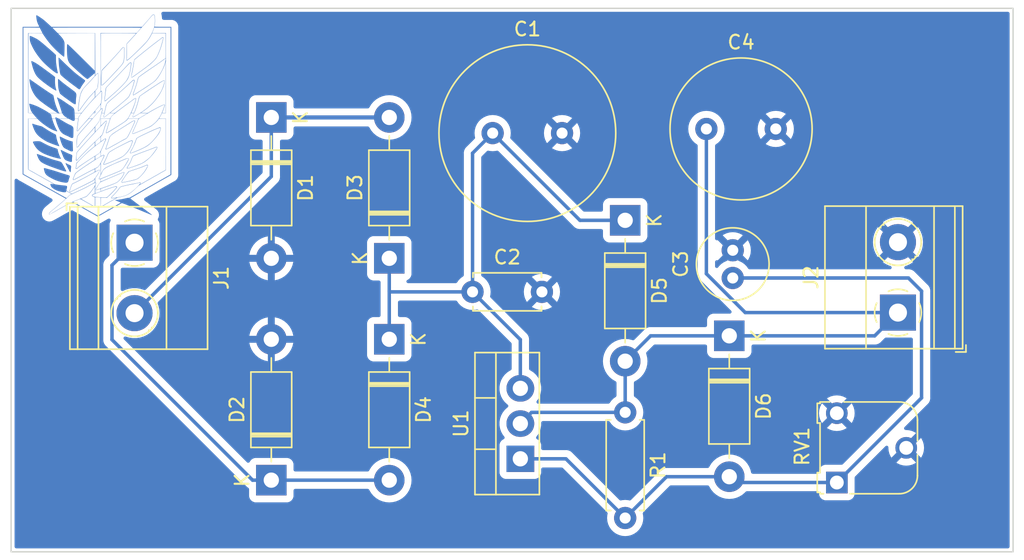
<source format=kicad_pcb>
(kicad_pcb (version 20221018) (generator pcbnew)
  (layers (0 "F.Cu" signal) (31 "B.Cu" signal) (34 "B.Paste" user) (35 "F.Paste" user) (36 "B.SilkS" user "B.Silkscreen") (37 "F.SilkS" user "F.Silkscreen") (38 "B.Mask" user) (39 "F.Mask" user) (44 "Edge.Cuts" user))
  (net 0 "")
  (net 1 "GND")
  (net 2 "Net-(D1-K)")
  (net 3 "Net-(D5-A)")
  (net 4 "Net-(D6-A)")
  (net 5 "Net-(D3-K)")
  (net 6 "Net-(D2-K)")
  (footprint "Capacitor_THT:C_Radial_D10.0mm_H12.5mm_P5.00mm" (layer "F.Cu") (at 132.1 58.5)
    (fp_text reference "C4")
    (fp_text value "470uf")
  )
  (footprint "TerminalBlock_Phoenix:TerminalBlock_Phoenix_MKDS-1,5-2-5.08_1x02_P5.08mm_Horizontal" (layer "F.Cu") (at 90.895 66.705 -90)
    (fp_text reference "J1")
    (fp_text value "Screw_Terminal_01x02")
  )
  (footprint "TerminalBlock_Phoenix:TerminalBlock_Phoenix_MKDS-1,5-2-5.08_1x02_P5.08mm_Horizontal" (layer "F.Cu") (at 145.905 71.745 90)
    (fp_text reference "J2")
    (fp_text value "Screw_Terminal_01x02")
  )
  (footprint "Package_TO_SOT_THT:TO-220-3_Vertical" (layer "F.Cu") (at 118.695 82.29 90)
    (fp_text reference "U1")
    (fp_text value "LM317_TO-220")
  )
  (footprint "Capacitor_THT:C_Radial_D12.5mm_H20.0mm_P5.00mm" (layer "F.Cu") (at 116.7 58.8)
    (fp_text reference "C1")
    (fp_text value "1000uf")
  )
  (footprint "Diode_THT:D_DO-41_SOD81_P10.16mm_Horizontal" (layer "F.Cu") (at 133.75 73.42 -90)
    (fp_text reference "D6")
    (fp_text value "1N4007")
  )
  (footprint "Resistor_THT:R_Axial_DIN0207_L6.3mm_D2.5mm_P7.62mm_Horizontal" (layer "F.Cu") (at 126.25 78.94 -90)
    (fp_text reference "R1")
    (fp_text value "220")
  )
  (footprint "Diode_THT:D_DO-41_SOD81_P10.16mm_Horizontal" (layer "F.Cu") (at 100.75 83.83 90)
    (fp_text reference "D2")
    (fp_text value "1N4007")
  )
  (footprint "Capacitor_THT:C_Radial_D5.0mm_H11.0mm_P2.00mm" (layer "F.Cu") (at 134 69.25 90)
    (fp_text reference "C3")
    (fp_text value "10uf")
  )
  (footprint "Diode_THT:D_DO-41_SOD81_P10.16mm_Horizontal" (layer "F.Cu") (at 109.25 67.83 90)
    (fp_text reference "D3")
    (fp_text value "1N4007")
  )
  (footprint "Diode_THT:D_DO-41_SOD81_P10.16mm_Horizontal" (layer "F.Cu") (at 126.25 65.09 -90)
    (fp_text reference "D5")
    (fp_text value "1N4007")
  )
  (footprint "Diode_THT:D_DO-41_SOD81_P10.16mm_Horizontal" (layer "F.Cu") (at 109.25 73.67 -90)
    (fp_text reference "D4")
    (fp_text value "1N4007")
  )
  (footprint "Diode_THT:D_DO-41_SOD81_P10.16mm_Horizontal" (layer "F.Cu") (at 100.75 57.67 -90)
    (fp_text reference "D1")
    (fp_text value "1N4007")
  )
  (footprint "Potentiometer_THT:Potentiometer_Runtron_RM-065_Vertical" (layer "F.Cu") (at 141.5 84 90)
    (fp_text reference "RV1")
    (fp_text value "R_Potentiometer")
  )
  (footprint "Capacitor_THT:C_Disc_D4.7mm_W2.5mm_P5.00mm" (layer "F.Cu") (at 115.25 70.25)
    (fp_text reference "C2")
    (fp_text value "0.1uf")
  )
  (gr_poly (pts (xy 90.88298 57.8821) (xy 90.892029 57.883487) (xy 90.896178 57.884471) (xy 90.900075 57.885653) (xy 90.903722 57.887036) (xy 90.907119 57.888624) (xy 90.910266 57.89042) (xy 90.913164 57.892426) (xy 90.915812 57.894647) (xy 90.918211 57.897085) (xy 90.920361 57.899743) (xy 90.922262 57.902624) (xy 90.923915 57.905733) (xy 90.92532 57.909072) (xy 90.926477 57.912643) (xy 90.927386 57.916451) (xy 90.928048 57.920499) (xy 90.928463 57.92479) (xy 90.928552 57.934112) (xy 90.927655 57.944443) (xy 90.925774 57.955809) (xy 90.922911 57.968236) (xy 90.919068 57.981748) (xy 90.914248 57.996372) (xy 90.908451 58.012133) (xy 90.886164 58.068437) (xy 90.856086 58.13957) (xy 90.776071 58.318786) (xy 90.675445 58.534699) (xy 90.561247 58.772228) (xy 90.497665 58.900272) (xy 90.470889 58.952779) (xy 90.446713 58.998531) (xy 90.42458 59.038219) (xy 90.403931 59.072534) (xy 90.393989 59.087893) (xy 90.384209 59.102168) (xy 90.374521 59.115445) (xy 90.364856 59.127811) (xy 90.355143 59.139352) (xy 90.345314 59.150155) (xy 90.335298 59.160306) (xy 90.325026 59.169892) (xy 90.314429 59.178998) (xy 90.303435 59.187712) (xy 90.291976 59.196119) (xy 90.279982 59.204307) (xy 90.254109 59.220367) (xy 90.22526 59.236585) (xy 90.192876 59.253651) (xy 90.156399 59.272256) (xy 90.091676 59.30556) (xy 90.012625 59.347662) (xy 89.92905 59.393282) (xy 89.850752 59.437143) (xy 89.60895 59.573713) (xy 89.271633 59.761559) (xy 89.197764 59.802546) (xy 89.132176 59.838664) (xy 89.074384 59.870105) (xy 89.023902 59.897059) (xy 89.001252 59.908913) (xy 88.980247 59.919717) (xy 88.960827 59.929494) (xy 88.942932 59.938268) (xy 88.926501 59.946064) (xy 88.911473 59.952904) (xy 88.897788 59.958813) (xy 88.885385 59.963815) (xy 88.874204 59.967933) (xy 88.864183 59.971191) (xy 88.855262 59.973613) (xy 88.851195 59.974518) (xy 88.847381 59.975223) (xy 88.843811 59.975731) (xy 88.840479 59.976044) (xy 88.837376 59.976167) (xy 88.834495 59.976101) (xy 88.831828 59.97585) (xy 88.829369 59.975417) (xy 88.827108 59.974804) (xy 88.825039 59.974016) (xy 88.823155 59.973054) (xy 88.821446 59.971921) (xy 88.819907 59.970622) (xy 88.818529 59.969158) (xy 88.817305 59.967532) (xy 88.816227 59.965749) (xy 88.815288 59.963809) (xy 88.81448 59.961718) (xy 88.813795 59.959476) (xy 88.813226 59.957089) (xy 88.812406 59.951886) (xy 88.811958 59.946132) (xy 88.811822 59.939852) (xy 88.813163 59.932365) (xy 88.840356 59.932365) (xy 88.840507 59.937062) (xy 88.840975 59.941205) (xy 88.841754 59.944817) (xy 88.84226 59.946431) (xy 88.842843 59.94792) (xy 88.843501 59.949288) (xy 88.844235 59.950537) (xy 88.845044 59.95167) (xy 88.845927 59.95269) (xy 88.846884 59.9536) (xy 88.847915 59.954402) (xy 88.849019 59.955099) (xy 88.850195 59.955695) (xy 88.851443 59.95619) (xy 88.852762 59.95659) (xy 88.855612 59.957111) (xy 88.858742 59.95728) (xy 88.861971 59.956599) (xy 88.867547 59.954601) (xy 88.885197 59.946911) (xy 88.910607 59.934729) (xy 88.942694 59.918571) (xy 89.022562 59.876407) (xy 89.068175 59.851436) (xy 89.116128 59.824565) (xy 89.696254 59.501491) (xy 89.892436 59.391356) (xy 90.004916 59.327219) (xy 90.024645 59.315971) (xy 90.047123 59.303591) (xy 90.097248 59.276948) (xy 90.149131 59.250304) (xy 90.196616 59.226677) (xy 90.209245 59.220363) (xy 90.22149 59.213989) (xy 90.233341 59.207561) (xy 90.244792 59.201081) (xy 90.255835 59.194554) (xy 90.266461 59.187984) (xy 90.276663 59.181375) (xy 90.286433 59.17473) (xy 90.295764 59.168054) (xy 90.304646 59.161351) (xy 90.313073 59.154624) (xy 90.321037 59.147877) (xy 90.328529 59.141115) (xy 90.335542 59.134341) (xy 90.342068 59.127559) (xy 90.348099 59.120773) (xy 90.362774 59.100741) (xy 90.382302 59.069544) (xy 90.433706 58.97813) (xy 90.497898 58.855485) (xy 90.570464 58.710563) (xy 90.646988 58.55232) (xy 90.723057 58.389709) (xy 90.794255 58.231686) (xy 90.85617 58.087205) (xy 90.87034 58.051887) (xy 90.8764 58.036249) (xy 90.881808 58.021832) (xy 90.886587 58.008537) (xy 90.890762 57.996269) (xy 90.894356 57.984933) (xy 90.897392 57.97443) (xy 90.899894 57.964666) (xy 90.901885 57.955545) (xy 90.903389 57.946969) (xy 90.90443 57.938843) (xy 90.905031 57.93107) (xy 90.905215 57.923555) (xy 90.905007 57.916201) (xy 90.90443 57.908911) (xy 90.903253 57.901382) (xy 90.900795 57.895621) (xy 90.896406 57.89198) (xy 90.889432 57.890813) (xy 90.879222 57.892475) (xy 90.865124 57.897317) (xy 90.846486 57.905694) (xy 90.822655 57.917959) (xy 90.756811 57.955568) (xy 90.662375 58.012971) (xy 90.366867 58.198471) (xy 90.071777 58.384976) (xy 89.823942 58.540313) (xy 89.735772 58.595495) (xy 89.655034 58.646588) (xy 89.581401 58.693841) (xy 89.514545 58.7375) (xy 89.454138 58.777813) (xy 89.399852 58.815027) (xy 89.351359 58.84939) (xy 89.30833 58.881149) (xy 89.270439 58.910551) (xy 89.237357 58.937845) (xy 89.208756 58.963277) (xy 89.184308 58.987094) (xy 89.173539 58.998475) (xy 89.163686 59.009546) (xy 89.154706 59.020336) (xy 89.14656 59.030877) (xy 89.139207 59.041201) (xy 89.132605 59.051337) (xy 89.126713 59.061318) (xy 89.121491 59.071173) (xy 89.115573 59.084227) (xy 89.108085 59.102718) (xy 89.09934 59.125795) (xy 89.089652 59.152612) (xy 89.068706 59.214068) (xy 89.058076 59.24701) (xy 89.04776 59.280299) (xy 89.021787 59.360606) (xy 88.988776 59.460268) (xy 88.952748 59.566466) (xy 88.917726 59.666379) (xy 88.903205 59.708307) (xy 88.890284 59.746234) (xy 88.87893 59.78034) (xy 88.86911 59.810803) (xy 88.86079 59.837802) (xy 88.857182 59.850059) (xy 88.853937 59.861516) (xy 88.85105 59.872197) (xy 88.848518 59.882124) (xy 88.846335 59.891318) (xy 88.844498 59.899803) (xy 88.843003 59.907601) (xy 88.841846 59.914734) (xy 88.841022 59.921224) (xy 88.840527 59.927094) (xy 88.840356 59.932365) (xy 88.813163 59.932365) (xy 88.814008 59.927646) (xy 88.820264 59.904034) (xy 88.843158 59.828251) (xy 88.87686 59.723813) (xy 88.917726 59.602033) (xy 88.962195 59.472418) (xy 89.004024 59.348333) (xy 89.038565 59.243853) (xy 89.061166 59.173055) (xy 89.073134 59.134749) (xy 89.078536 59.118521) (xy 89.083767 59.10389) (xy 89.08899 59.090595) (xy 89.094368 59.078373) (xy 89.100065 59.066959) (xy 89.106242 59.056091) (xy 89.113064 59.045506) (xy 89.120692 59.034941) (xy 89.129291 59.024132) (xy 89.139023 59.012816) (xy 89.150051 59.000731) (xy 89.162537 58.987613) (xy 89.19254 58.957225) (xy 89.23167 58.919575) (xy 89.271319 58.8845) (xy 89.317031 58.848169) (xy 89.374353 58.806748) (xy 89.44883 58.756404) (xy 89.546007 58.693303) (xy 89.830644 58.513501) (xy 90.107637 58.339229) (xy 90.219552 58.268432) (xy 90.293136 58.221261) (xy 90.441603 58.127086) (xy 90.535567 58.068186) (xy 90.628275 58.010793) (xy 90.686011 57.975517) (xy 90.711248 57.960356) (xy 90.734242 57.946761) (xy 90.755122 57.934665) (xy 90.774021 57.924005) (xy 90.79107 57.914716) (xy 90.806401 57.906733) (xy 90.820146 57.89999) (xy 90.832435 57.894424) (xy 90.843401 57.88997) (xy 90.853174 57.886562) (xy 90.861888 57.884135) (xy 90.865888 57.88327) (xy 90.869672 57.882626) (xy 90.873257 57.882195) (xy 90.876659 57.88197) (xy 90.879895 57.88194)) (fill solid) (layer "B.Cu"))
  (gr_poly (pts (xy 92.50094 59.790031) (xy 92.503743 59.790226) (xy 92.5064 59.790535) (xy 92.508915 59.790957) (xy 92.51129 59.791489) (xy 92.513531 59.792134) (xy 92.515641 59.792888) (xy 92.517624 59.793752) (xy 92.519483 59.794725) (xy 92.521222 59.795806) (xy 92.522846 59.796995) (xy 92.524358 59.79829) (xy 92.525761 59.799692) (xy 92.52706 59.801199) (xy 92.528258 59.80281) (xy 92.52936 59.804526) (xy 92.530368 59.806345) (xy 92.531287 59.808266) (xy 92.532873 59.812414) (xy 92.534148 59.816964) (xy 92.535141 59.82191) (xy 92.535885 59.827246) (xy 92.536136 59.836634) (xy 92.534819 59.847304) (xy 92.531841 59.859408) (xy 92.527108 59.873097) (xy 92.52053 59.888522) (xy 92.512014 59.905833) (xy 92.501467 59.925183) (xy 92.488798 59.946723) (xy 92.456722 59.996975) (xy 92.415047 60.057801) (xy 92.363035 60.130408) (xy 92.299947 60.216007) (xy 92.25644 60.273183) (xy 92.211913 60.329056) (xy 92.166417 60.383583) (xy 92.119999 60.436717) (xy 92.07271 60.488413) (xy 92.024597 60.538628) (xy 91.975711 60.587314) (xy 91.9261 60.634428) (xy 91.875814 60.679923) (xy 91.824901 60.723755) (xy 91.773411 60.765879) (xy 91.721393 60.806249) (xy 91.668896 60.844821) (xy 91.615968 60.881548) (xy 91.56266 60.916387) (xy 91.50902 60.949291) (xy 91.456827 60.977757) (xy 91.394109 61.008108) (xy 91.319891 61.040721) (xy 91.2332 61.075973) (xy 91.133062 61.114242) (xy 91.018502 61.155904) (xy 90.888547 61.201336) (xy 90.742222 61.250916) (xy 90.590436 61.30071) (xy 90.529423 61.319718) (xy 90.477798 61.334575) (xy 90.435158 61.345111) (xy 90.417082 61.348707) (xy 90.401103 61.351159) (xy 90.38717 61.352446) (xy 90.375233 61.352548) (xy 90.365243 61.351444) (xy 90.357148 61.349111) (xy 90.350899 61.34553) (xy 90.346446 61.340678) (xy 90.343738 61.334536) (xy 90.342726 61.327081) (xy 90.343299 61.319132) (xy 90.368485 61.319132) (xy 90.368531 61.320908) (xy 90.368674 61.322588) (xy 90.368913 61.324173) (xy 90.369246 61.325665) (xy 90.369675 61.327065) (xy 90.370197 61.328375) (xy 90.370813 61.329595) (xy 90.371523 61.330727) (xy 90.372325 61.331773) (xy 90.37322 61.332732) (xy 90.374207 61.333608) (xy 90.375285 61.334401) (xy 90.376454 61.335112) (xy 90.377714 61.335743) (xy 90.379064 61.336295) (xy 90.380503 61.336769) (xy 90.383649 61.337489) (xy 90.387148 61.337913) (xy 90.390997 61.338052) (xy 90.413964 61.334662) (xy 90.452769 61.325003) (xy 90.569228 61.28996) (xy 90.723043 61.239081) (xy 90.896889 61.178526) (xy 91.073436 61.114451) (xy 91.235358 61.053016) (xy 91.365326 61.000378) (xy 91.412913 60.979283) (xy 91.446014 60.962697) (xy 91.482037 60.941949) (xy 91.51954 60.919063) (xy 91.558245 60.894256) (xy 91.597874 60.867747) (xy 91.638146 60.839754) (xy 91.678784 60.810494) (xy 91.760039 60.749045) (xy 91.83941 60.685146) (xy 91.877691 60.652823) (xy 91.914664 60.62054) (xy 91.950051 60.588517) (xy 91.983572 60.556971) (xy 92.014949 60.52612) (xy 92.043902 60.496182) (xy 92.076038 60.460806) (xy 92.111152 60.420166) (xy 92.18753 60.326916) (xy 92.267458 60.224084) (xy 92.345359 60.119319) (xy 92.415657 60.020273) (xy 92.472775 59.934595) (xy 92.494648 59.89916) (xy 92.511135 59.869937) (xy 92.521539 59.847881) (xy 92.524241 59.83984) (xy 92.525161 59.833949) (xy 92.524418 59.826805) (xy 92.522108 59.820975) (xy 92.520328 59.818561) (xy 92.51811 59.816484) (xy 92.5123 59.813358) (xy 92.504559 59.811623) (xy 92.494763 59.811303) (xy 92.482792 59.812425) (xy 92.468523 59.815013) (xy 92.451835 59.819094) (xy 92.432605 59.824693) (xy 92.410713 59.831835) (xy 92.386037 59.840547) (xy 92.327843 59.862778) (xy 92.25705 59.891593) (xy 92.155565 59.932228) (xy 92.02329 59.983421) (xy 91.877191 60.038635) (xy 91.734233 60.091335) (xy 91.54445 60.160473) (xy 91.369937 60.225433) (xy 91.21327 60.285176) (xy 91.077026 60.338667) (xy 90.963781 60.384869) (xy 90.87611 60.422745) (xy 90.842671 60.438237) (xy 90.816592 60.451258) (xy 90.798195 60.46168) (xy 90.787801 60.469372) (xy 90.784274 60.473424) (xy 90.780258 60.478983) (xy 90.77094 60.494235) (xy 90.760208 60.514356) (xy 90.748423 60.538578) (xy 90.735947 60.56613) (xy 90.723141 60.596243) (xy 90.710366 60.628147) (xy 90.697984 60.661072) (xy 90.672225 60.730134) (xy 90.647504 60.792048) (xy 90.622719 60.849092) (xy 90.596772 60.903544) (xy 90.568563 60.957682) (xy 90.536992 61.013783) (xy 90.500959 61.074127) (xy 90.459365 61.14099) (xy 90.442441 61.167946) (xy 90.427341 61.192565) (xy 90.420466 61.204024) (xy 90.414036 61.214929) (xy 90.408047 61.225292) (xy 90.402496 61.235122) (xy 90.397379 61.24443) (xy 90.392692 61.253225) (xy 90.388432 61.261519) (xy 90.384595 61.269322) (xy 90.381177 61.276643) (xy 90.378175 61.283494) (xy 90.375584 61.289884) (xy 90.373402 61.295824) (xy 90.371624 61.301324) (xy 90.370247 61.306395) (xy 90.369267 61.311046) (xy 90.368681 61.315289) (xy 90.368485 61.319132) (xy 90.343299 61.319132) (xy 90.34336 61.318293) (xy 90.345589 61.30815) (xy 90.349364 61.296632) (xy 90.354634 61.283717) (xy 90.361349 61.269384) (xy 90.36946 61.253613) (xy 90.389666 61.217668) (xy 90.414853 61.175715) (xy 90.444618 61.127584) (xy 90.490213 61.053108) (xy 90.526853 60.991749) (xy 90.556644 60.939281) (xy 90.569629 60.915061) (xy 90.581691 60.891479) (xy 90.593093 60.868008) (xy 90.604098 60.844117) (xy 90.625971 60.792969) (xy 90.649415 60.733809) (xy 90.676535 60.662411) (xy 90.689917 60.626986) (xy 90.703661 60.592661) (xy 90.717372 60.560283) (xy 90.73066 60.530702) (xy 90.743131 60.504765) (xy 90.748937 60.493429) (xy 90.754392 60.483322) (xy 90.759446 60.47455) (xy 90.764051 60.467219) (xy 90.768157 60.461436) (xy 90.771714 60.457306) (xy 90.775473 60.453872) (xy 90.780166 60.450127) (xy 90.785723 60.446108) (xy 90.792074 60.441849) (xy 90.806872 60.432753) (xy 90.823996 60.423123) (xy 90.842879 60.413242) (xy 90.862956 60.403392) (xy 90.883661 60.393856) (xy 90.90443 60.384918) (xy 91.069988 60.318769) (xy 91.277774 60.238796) (xy 91.504663 60.153796) (xy 91.72753 60.072567) (xy 91.855197 60.026171) (xy 91.993798 59.973869) (xy 92.126618 59.922321) (xy 92.236942 59.878187) (xy 92.281095 59.859956) (xy 92.320716 59.843943) (xy 92.338903 59.836753) (xy 92.356048 59.830101) (xy 92.372182 59.82398) (xy 92.387335 59.818386) (xy 92.401538 59.813312) (xy 92.41482 59.808752) (xy 92.427213 59.804702) (xy 92.438747 59.801155) (xy 92.449452 59.798106) (xy 92.459359 59.795549) (xy 92.468499 59.793479) (xy 92.476901 59.791889) (xy 92.484595 59.790775) (xy 92.491614 59.79013) (xy 92.497986 59.789949)) (fill solid) (layer "B.Cu"))
  (gr_poly (pts (xy 83.545725 58.123187) (xy 83.552655 58.124405) (xy 83.561267 58.126472) (xy 83.571808 58.129437) (xy 83.59968 58.138271) (xy 83.68956 58.168978) (xy 83.7573 58.190113) (xy 83.837356 58.213384) (xy 83.919926 58.235902) (xy 83.95909 58.245974) (xy 83.995206 58.254775) (xy 84.062842 58.272306) (xy 84.126078 58.289461) (xy 84.15373 58.297308) (xy 84.177501 58.304354) (xy 84.196465 58.310363) (xy 84.209695 58.315099) (xy 84.225316 58.323009) (xy 84.250205 58.337156) (xy 84.322637 58.380954) (xy 84.416685 58.440085) (xy 84.522045 58.508139) (xy 84.578591 58.545023) (xy 84.639364 58.583525) (xy 84.70243 58.622497) (xy 84.765858 58.660795) (xy 84.827715 58.69727) (xy 84.886068 58.730776) (xy 84.938986 58.760166) (xy 84.984536 58.784293) (xy 85.069434 58.828304) (xy 85.103428 58.846065) (xy 85.132353 58.861397) (xy 85.156637 58.8746) (xy 85.167171 58.880497) (xy 85.176704 58.885974) (xy 85.18529 58.89107) (xy 85.192982 58.895821) (xy 85.199833 58.900266) (xy 85.205896 58.904441) (xy 85.211224 58.908385) (xy 85.215871 58.912134) (xy 85.219891 58.915727) (xy 85.223336 58.9192) (xy 85.226259 58.922593) (xy 85.228715 58.925941) (xy 85.230755 58.929283) (xy 85.232434 58.932656) (xy 85.233805 58.936098) (xy 85.234921 58.939646) (xy 85.235835 58.943337) (xy 85.2366 58.947211) (xy 85.237898 58.955652) (xy 85.239242 58.965269) (xy 85.253399 59.056091) (xy 85.269802 59.142892) (xy 85.288562 59.226174) (xy 85.309788 59.30644) (xy 85.321361 59.345599) (xy 85.333591 59.384192) (xy 85.346493 59.422283) (xy 85.36008 59.459934) (xy 85.389366 59.534167) (xy 85.421557 59.607395) (xy 85.431962 59.629903) (xy 85.441076 59.649777) (xy 85.44893 59.667181) (xy 85.455553 59.682277) (xy 85.458412 59.689011) (xy 85.460974 59.69523) (xy 85.463243 59.700953) (xy 85.465222 59.706201) (xy 85.466916 59.710994) (xy 85.468328 59.715353) (xy 85.469461 59.719298) (xy 85.47032 59.72285) (xy 85.470908 59.726029) (xy 85.471228 59.728855) (xy 85.471285 59.731348) (xy 85.471216 59.732477) (xy 85.471082 59.73353) (xy 85.470884 59.73451) (xy 85.470623 59.73542) (xy 85.470298 59.736262) (xy 85.469911 59.737039) (xy 85.469461 59.737753) (xy 85.46895 59.738407) (xy 85.468377 59.739003) (xy 85.467744 59.739544) (xy 85.46705 59.740033) (xy 85.466296 59.740472) (xy 85.464611 59.741209) (xy 85.462691 59.741777) (xy 85.460541 59.742197) (xy 85.458164 59.742487) (xy 85.455564 59.742669) (xy 85.452744 59.742764) (xy 85.449709 59.742791) (xy 85.439818 59.741166) (xy 85.421856 59.736515) (xy 85.365631 59.719478) (xy 85.19936 59.663866) (xy 85.013484 59.597446) (xy 84.932752 59.566898) (xy 84.870589 59.541708) (xy 84.723128 59.481382) (xy 84.694651 59.470077) (xy 84.664159 59.456859) (xy 84.597995 59.425205) (xy 84.526365 59.387454) (xy 84.450995 59.344646) (xy 84.373615 59.297815) (xy 84.295951 59.248) (xy 84.219734 59.196237) (xy 84.146689 59.143563) (xy 84.105912 59.112398) (xy 84.066991 59.081188) (xy 84.029865 59.049856) (xy 83.994473 59.018325) (xy 83.960754 58.98652) (xy 83.928647 58.954364) (xy 83.898092 58.921779) (xy 83.869027 58.888689) (xy 83.841391 58.855019) (xy 83.815124 58.82069) (xy 83.790165 58.785627) (xy 83.766453 58.749753) (xy 83.743927 58.712992) (xy 83.722526 58.675266) (xy 83.70219 58.636499) (xy 83.682857 58.596616) (xy 83.655878 58.535175) (xy 83.627391 58.46478) (xy 83.599156 58.390427) (xy 83.572931 58.31711) (xy 83.550477 58.249825) (xy 83.533553 58.193569) (xy 83.527714 58.171138) (xy 83.523917 58.153337) (xy 83.522383 58.140791) (xy 83.522533 58.136684) (xy 83.523331 58.134124) (xy 83.527559 58.128034) (xy 83.529826 58.125777) (xy 83.532526 58.124112) (xy 83.53591 58.123091) (xy 83.540226 58.122766)) (fill solid) (layer "B.Cu"))
  (gr_poly (pts (xy 92.936174 51.887194) (xy 92.941628 51.887414) (xy 92.946415 51.887861) (xy 92.950578 51.888602) (xy 92.952438 51.889104) (xy 92.954159 51.889705) (xy 92.955745 51.890413) (xy 92.957202 51.891236) (xy 92.958535 51.892183) (xy 92.95975 51.893262) (xy 92.960853 51.894481) (xy 92.961847 51.895849) (xy 92.96274 51.897375) (xy 92.963535 51.899065) (xy 92.96424 51.90093) (xy 92.964858 51.902976) (xy 92.965859 51.907649) (xy 92.966581 51.913151) (xy 92.967067 51.919548) (xy 92.967361 51.926907) (xy 92.967506 51.935296) (xy 92.967545 51.94478) (xy 92.96462 51.977948) (xy 92.956213 52.027643) (xy 92.942873 52.091539) (xy 92.92515 52.167312) (xy 92.903593 52.252636) (xy 92.878754 52.345186) (xy 92.851181 52.442639) (xy 92.821424 52.542667) (xy 92.800944 52.607763) (xy 92.778861 52.674021) (xy 92.730769 52.808014) (xy 92.678906 52.940624) (xy 92.625033 53.06783) (xy 92.570908 53.18561) (xy 92.544301 53.239709) (xy 92.518291 53.289943) (xy 92.493098 53.33581) (xy 92.468942 53.376807) (xy 92.446042 53.412431) (xy 92.424619 53.44218) (xy 92.398992 53.473086) (xy 92.365886 53.509962) (xy 92.32612 53.55199) (xy 92.28051 53.598355) (xy 92.229872 53.648238) (xy 92.175025 53.700823) (xy 92.116784 53.755294) (xy 92.055967 53.810833) (xy 92.000114 53.858719) (xy 91.923335 53.920193) (xy 91.696698 54.091512) (xy 91.355442 54.339996) (xy 90.878959 54.680853) (xy 90.844191 54.705429) (xy 90.813146 54.726901) (xy 90.78562 54.745305) (xy 90.761409 54.760679) (xy 90.750483 54.767242) (xy 90.740308 54.773061) (xy 90.730861 54.778141) (xy 90.722114 54.782487) (xy 90.714043 54.786103) (xy 90.706622 54.788995) (xy 90.699825 54.791166) (xy 90.693627 54.792622) (xy 90.688003 54.793367) (xy 90.682926 54.793406) (xy 90.678372 54.792743) (xy 90.674315 54.791384) (xy 90.672464 54.790444) (xy 90.670729 54.789332) (xy 90.667588 54.786593) (xy 90.664868 54.783171) (xy 90.662543 54.77907) (xy 90.660587 54.774296) (xy 90.658974 54.768853) (xy 90.65768 54.762746) (xy 90.656678 54.75598) (xy 90.655943 54.748558) (xy 90.655662 54.743961) (xy 90.664074 54.743961) (xy 90.664252 54.748668) (xy 90.664619 54.753036) (xy 90.665176 54.757069) (xy 90.665922 54.760765) (xy 90.66686 54.764125) (xy 90.667989 54.767152) (xy 90.66931 54.769844) (xy 90.670825 54.772203) (xy 90.672534 54.77423) (xy 90.674438 54.775925) (xy 90.676536 54.77729) (xy 90.678831 54.778324) (xy 90.681323 54.779029) (xy 90.684012 54.779405) (xy 90.6869 54.779453) (xy 90.689987 54.779174) (xy 90.693274 54.778569) (xy 90.696761 54.777638) (xy 90.700449 54.776382) (xy 90.70434 54.774801) (xy 90.708433 54.772897) (xy 90.71273 54.77067) (xy 90.858955 54.670171) (xy 91.160643 54.455305) (xy 91.499782 54.210779) (xy 91.758363 54.021301) (xy 91.845297 53.955001) (xy 91.934541 53.883265) (xy 92.023628 53.808325) (xy 92.110092 53.73241) (xy 92.191465 53.657753) (xy 92.265282 53.586583) (xy 92.298586 53.553003) (xy 92.329076 53.521131) (xy 92.356444 53.491247) (xy 92.380381 53.463629) (xy 92.396633 53.443403) (xy 92.413874 53.420459) (xy 92.431587 53.395598) (xy 92.449252 53.369622) (xy 92.466352 53.343332) (xy 92.482368 53.317529) (xy 92.496782 53.293015) (xy 92.509074 53.270589) (xy 92.538708 53.210906) (xy 92.571452 53.140492) (xy 92.606018 53.062444) (xy 92.641119 52.979856) (xy 92.675466 52.895823) (xy 92.70777 52.813439) (xy 92.736744 52.735799) (xy 92.761099 52.665998) (xy 92.793257 52.565334) (xy 92.826325 52.455384) (xy 92.858703 52.342199) (xy 92.888787 52.231826) (xy 92.914975 52.130313) (xy 92.935664 52.043708) (xy 92.949253 51.97806) (xy 92.952884 51.954985) (xy 92.954139 51.939417) (xy 92.953976 51.936488) (xy 92.9535 51.933732) (xy 92.952726 51.931151) (xy 92.95167 51.928745) (xy 92.950347 51.926517) (xy 92.948775 51.924466) (xy 92.946968 51.922593) (xy 92.944943 51.920901) (xy 92.942716 51.919389) (xy 92.940303 51.918059) (xy 92.937719 51.916911) (xy 92.934981 51.915947) (xy 92.932104 51.915168) (xy 92.929105 51.914574) (xy 92.925999 51.914167) (xy 92.922803 51.913947) (xy 92.919532 51.913916) (xy 92.916203 51.914074) (xy 92.91283 51.914423) (xy 92.909431 51.914963) (xy 92.906022 51.915696) (xy 92.902617 51.916622) (xy 92.899233 51.917742) (xy 92.895887 51.919058) (xy 92.892594 51.92057) (xy 92.889369 51.92228) (xy 92.88623 51.924188) (xy 92.883191 51.926295) (xy 92.880269 51.928602) (xy 92.87748 51.931111) (xy 92.87484 51.933822) (xy 92.872365 51.936737) (xy 92.862214 51.945861) (xy 92.840673 51.963485) (xy 92.768639 52.020018) (xy 92.666694 52.097917) (xy 92.545269 52.188761) (xy 92.371067 52.320819) (xy 92.153806 52.489402) (xy 91.66067 52.87965) (xy 91.206997 53.246522) (xy 91.039063 53.385885) (xy 90.933921 53.477034) (xy 90.877619 53.529316) (xy 90.842764 53.784022) (xy 90.814277 53.96351) (xy 90.775736 54.176302) (xy 90.728146 54.416492) (xy 90.672513 54.678172) (xy 90.669356 54.694071) (xy 90.668051 54.701504) (xy 90.666928 54.708594) (xy 90.665989 54.715341) (xy 90.665235 54.721746) (xy 90.664665 54.72781) (xy 90.664281 54.733533) (xy 90.664084 54.738917) (xy 90.664074 54.743961) (xy 90.655662 54.743961) (xy 90.65545 54.740486) (xy 90.655086 54.722411) (xy 90.656806 54.702611) (xy 90.660805 54.672349) (xy 90.674692 54.586344) (xy 90.694863 54.476209) (xy 90.719432 54.353758) (xy 90.747815 54.215576) (xy 90.776574 54.06269) (xy 90.802568 53.913574) (xy 90.822655 53.786703) (xy 90.830405 53.732919) (xy 90.838407 53.68193) (xy 90.846408 53.634901) (xy 90.854159 53.592993) (xy 90.861406 53.557369) (xy 90.8679 53.529191) (xy 90.870785 53.518257) (xy 90.873388 53.509622) (xy 90.875676 53.503429) (xy 90.877619 53.499824) (xy 90.953106 53.431372) (xy 91.116803 53.294551) (xy 91.609729 52.895233) (xy 92.158205 52.460726) (xy 92.391338 52.279918) (xy 92.564037 52.149885) (xy 92.617562 52.110456) (xy 92.668747 52.072237) (xy 92.716381 52.036186) (xy 92.759256 52.003262) (xy 92.79616 51.974421) (xy 92.825885 51.950624) (xy 92.847222 51.932827) (xy 92.854366 51.926479) (xy 92.858959 51.92199) (xy 92.862806 51.918064) (xy 92.866796 51.914334) (xy 92.870915 51.910809) (xy 92.875151 51.907496) (xy 92.879488 51.904402) (xy 92.883914 51.901536) (xy 92.888415 51.898906) (xy 92.892976 51.89652) (xy 92.897584 51.894385) (xy 92.902226 51.892509) (xy 92.906888 51.8909) (xy 92.911555 51.889566) (xy 92.916215 51.888515) (xy 92.920853 51.887754) (xy 92.925455 51.887292) (xy 92.930008 51.887136)) (fill solid) (layer "B.Cu"))
  (gr_poly (pts (xy 85.93683 60.965215) (xy 85.940283 60.965921) (xy 85.948566 60.968438) (xy 85.958769 60.972436) (xy 85.970997 60.977924) (xy 85.985353 60.984913) (xy 86.001942 60.993411) (xy 86.042235 61.014978) (xy 86.062916 61.02586) (xy 86.085279 61.037181) (xy 86.108616 61.048628) (xy 86.132219 61.059887) (xy 86.155383 61.070643) (xy 86.1774 61.080581) (xy 86.197564 61.089389) (xy 86.215166 61.096752) (xy 86.232027 61.103877) (xy 86.247437 61.111207) (xy 86.26142 61.118793) (xy 86.274004 61.126684) (xy 86.279779 61.130759) (xy 86.285213 61.134928) (xy 86.29031 61.139198) (xy 86.295073 61.143574) (xy 86.299506 61.148064) (xy 86.30361 61.152673) (xy 86.30739 61.157406) (xy 86.310849 61.162271) (xy 86.313989 61.167274) (xy 86.316815 61.17242) (xy 86.319328 61.177716) (xy 86.321534 61.183168) (xy 86.323434 61.188782) (xy 86.325031 61.194564) (xy 86.32633 61.20052) (xy 86.327333 61.206657) (xy 86.328044 61.21298) (xy 86.328465 61.219496) (xy 86.328599 61.22621) (xy 86.328451 61.23313) (xy 86.328023 61.240261) (xy 86.327318 61.247609) (xy 86.325092 61.262981) (xy 86.321217 61.295405) (xy 86.316211 61.342408) (xy 86.310953 61.397958) (xy 86.306324 61.456021) (xy 86.304248 61.481934) (xy 86.302028 61.505414) (xy 86.300858 61.516257) (xy 86.299647 61.526511) (xy 86.29839 61.53618) (xy 86.297087 61.545272) (xy 86.295735 61.553793) (xy 86.294331 61.561748) (xy 86.292874 61.569144) (xy 86.291361 61.575987) (xy 86.28979 61.582283) (xy 86.288159 61.588039) (xy 86.286466 61.59326) (xy 86.284708 61.597952) (xy 86.282883 61.602122) (xy 86.280989 61.605776) (xy 86.279025 61.608919) (xy 86.276986 61.611559) (xy 86.275939 61.612692) (xy 86.274873 61.613701) (xy 86.273787 61.614587) (xy 86.272681 61.615351) (xy 86.271555 61.615994) (xy 86.270409 61.616516) (xy 86.269243 61.616918) (xy 86.268055 61.617202) (xy 86.266847 61.617366) (xy 86.265617 61.617414) (xy 86.264366 61.617344) (xy 86.263092 61.617159) (xy 86.261796 61.616858) (xy 86.260478 61.616443) (xy 86.257773 61.615272) (xy 86.254975 61.613652) (xy 86.252082 61.61159) (xy 86.24909 61.609092) (xy 86.245999 61.606163) (xy 86.228347 61.578273) (xy 86.194011 61.516513) (xy 86.096527 61.332354) (xy 85.996027 61.135628) (xy 85.957921 61.058158) (xy 85.93499 61.008275) (xy 85.930672 60.997908) (xy 85.927337 60.988934) (xy 85.92509 60.981362) (xy 85.924035 60.975201) (xy 85.923987 60.972654) (xy 85.924276 60.970462) (xy 85.924916 60.968629) (xy 85.925918 60.967155) (xy 85.927296 60.966042) (xy 85.929063 60.965289) (xy 85.931233 60.9649) (xy 85.933817 60.964875)) (fill solid) (layer "B.Cu"))
  (gr_poly (pts (xy 85.433429 53.349825) (xy 85.43878 53.354175) (xy 85.457459 53.370879) (xy 85.522434 53.432126) (xy 85.616063 53.52253) (xy 85.728545 53.632539) (xy 85.857905 53.758939) (xy 85.993032 53.888418) (xy 86.130012 54.017394) (xy 86.264934 54.142285) (xy 86.393887 54.259511) (xy 86.512958 54.365488) (xy 86.618236 54.456635) (xy 86.705809 54.52937) (xy 86.776377 54.584312) (xy 86.862152 54.649183) (xy 86.9522 54.715812) (xy 87.035586 54.776033) (xy 87.080948 54.808333) (xy 87.121675 54.837499) (xy 87.158004 54.863728) (xy 87.190169 54.887215) (xy 87.218407 54.908157) (xy 87.242953 54.926751) (xy 87.264044 54.943193) (xy 87.281913 54.957678) (xy 87.289714 54.964249) (xy 87.296798 54.970404) (xy 87.303195 54.976169) (xy 87.308934 54.981567) (xy 87.314044 54.986624) (xy 87.318556 54.991364) (xy 87.322498 54.995811) (xy 87.3259 54.999989) (xy 87.328792 55.003925) (xy 87.331202 55.007641) (xy 87.333161 55.011163) (xy 87.334698 55.014516) (xy 87.335842 55.017723) (xy 87.336622 55.020809) (xy 87.337069 55.023799) (xy 87.337211 55.026717) (xy 87.33684 55.029943) (xy 87.335753 55.034051) (xy 87.333986 55.038979) (xy 87.331577 55.044668) (xy 87.328563 55.051055) (xy 87.324981 55.058081) (xy 87.316265 55.073804) (xy 87.305727 55.091349) (xy 87.293664 55.110229) (xy 87.280377 55.129958) (xy 87.266162 55.150048) (xy 87.221282 55.210606) (xy 87.181854 55.265021) (xy 87.147421 55.313938) (xy 87.117528 55.358001) (xy 87.091719 55.397854) (xy 87.06954 55.43414) (xy 87.050534 55.467505) (xy 87.034246 55.498592) (xy 87.02581 55.514917) (xy 87.016777 55.531414) (xy 87.007429 55.547629) (xy 86.998051 55.563106) (xy 86.988924 55.577389) (xy 86.98033 55.590022) (xy 86.976322 55.595578) (xy 86.972554 55.60055) (xy 86.969061 55.604883) (xy 86.965877 55.608518) (xy 86.956757 55.61811) (xy 86.948272 55.626189) (xy 86.940086 55.632621) (xy 86.936 55.635179) (xy 86.931861 55.637277) (xy 86.927628 55.638897) (xy 86.923259 55.640024) (xy 86.91871 55.64064) (xy 86.913941 55.64073) (xy 86.908909 55.640277) (xy 86.903572 55.639265) (xy 86.897887 55.637677) (xy 86.891812 55.635496) (xy 86.878324 55.629293) (xy 86.86277 55.620522) (xy 86.844812 55.609054) (xy 86.824114 55.594756) (xy 86.800336 55.577497) (xy 86.773141 55.557145) (xy 86.70715 55.506636) (xy 86.672631 55.480516) (xy 86.612976 55.436424) (xy 86.452445 55.318958) (xy 86.361777 55.251624) (xy 86.268516 55.180944) (xy 86.173842 55.107844) (xy 86.078932 55.033252) (xy 85.984965 54.958095) (xy 85.893119 54.883298) (xy 85.804571 54.809791) (xy 85.720501 54.738498) (xy 85.700857 54.721413) (xy 85.682615 54.705316) (xy 85.665732 54.690158) (xy 85.650164 54.675889) (xy 85.635869 54.662461) (xy 85.622803 54.649824) (xy 85.610923 54.63793) (xy 85.600186 54.626729) (xy 85.590549 54.616171) (xy 85.581968 54.606209) (xy 85.574401 54.596793) (xy 85.567804 54.587873) (xy 85.562133 54.579402) (xy 85.557346 54.571328) (xy 85.5534 54.563605) (xy 85.550251 54.556182) (xy 85.54526 54.541394) (xy 85.539484 54.519819) (xy 85.533143 54.492463) (xy 85.526456 54.460332) (xy 85.519643 54.42443) (xy 85.512924 54.385764) (xy 85.50652 54.345337) (xy 85.50065 54.304157) (xy 85.489088 54.221001) (xy 85.477526 54.14061) (xy 85.460433 54.025322) (xy 85.454472 53.978855) (xy 85.447928 53.911982) (xy 85.434795 53.741962) (xy 85.424427 53.565155) (xy 85.42134 53.489799) (xy 85.420217 53.431456) (xy 85.420263 53.423011) (xy 85.420403 53.414798) (xy 85.420632 53.40686) (xy 85.42095 53.399241) (xy 85.421354 53.391982) (xy 85.421843 53.385128) (xy 85.422414 53.378722) (xy 85.423065 53.372806) (xy 85.423796 53.367425) (xy 85.424602 53.362621) (xy 85.425484 53.358438) (xy 85.426438 53.354918) (xy 85.426941 53.353421) (xy 85.427462 53.352106) (xy 85.428001 53.350978) (xy 85.428556 53.350043) (xy 85.429128 53.349307) (xy 85.429716 53.348774) (xy 85.430321 53.34845) (xy 85.430941 53.348341)) (fill solid) (layer "B.Cu"))
  (gr_poly (pts (xy 83.87097 60.308025) (xy 83.881105 60.309309) (xy 83.893992 60.311955) (xy 83.909913 60.316045) (xy 83.951981 60.328878) (xy 84.009554 60.348449) (xy 84.08488 60.375404) (xy 84.180203 60.410387) (xy 84.596341 60.562876) (xy 84.750204 60.617849) (xy 84.87813 60.662077) (xy 84.98777 60.698136) (xy 85.086775 60.728602) (xy 85.182794 60.756052) (xy 85.28348 60.783062) (xy 85.332204 60.795623) (xy 85.376047 60.807262) (xy 85.415341 60.818129) (xy 85.450421 60.828368) (xy 85.481621 60.838129) (xy 85.509275 60.847558) (xy 85.521876 60.852194) (xy 85.533716 60.856802) (xy 85.544836 60.861401) (xy 85.555278 60.866009) (xy 85.565083 60.870644) (xy 85.574295 60.875326) (xy 85.582953 60.880071) (xy 85.591101 60.8849) (xy 85.598779 60.889829) (xy 85.60603 60.894878) (xy 85.612894 60.900065) (xy 85.619415 60.905409) (xy 85.625633 60.910927) (xy 85.63159 60.916638) (xy 85.637329 60.922561) (xy 85.64289 60.928714) (xy 85.648316 60.935115) (xy 85.653648 60.941783) (xy 85.664198 60.955994) (xy 85.678398 60.977348) (xy 85.696423 61.006867) (xy 85.74128 61.085231) (xy 85.793425 61.180751) (xy 85.847519 61.283089) (xy 85.898219 61.381908) (xy 85.940185 61.466871) (xy 85.968075 61.527641) (xy 85.975072 61.545724) (xy 85.976547 61.553881) (xy 85.970079 61.559871) (xy 85.959547 61.563718) (xy 85.944691 61.565355) (xy 85.92525 61.564711) (xy 85.900963 61.561718) (xy 85.871568 61.556309) (xy 85.79641 61.537962) (xy 85.697688 61.509122) (xy 85.573312 61.469238) (xy 85.421193 61.41776) (xy 85.239242 61.354138) (xy 85.084067 61.298824) (xy 84.946959 61.248946) (xy 84.825874 61.203656) (xy 84.718771 61.162104) (xy 84.623607 61.123442) (xy 84.538341 61.086823) (xy 84.460929 61.051398) (xy 84.38933 61.016319) (xy 84.347417 60.995006) (xy 84.308967 60.974635) (xy 84.273702 60.954957) (xy 84.241345 60.935717) (xy 84.211619 60.916667) (xy 84.184248 60.897554) (xy 84.158955 60.878126) (xy 84.135462 60.858133) (xy 84.113493 60.837323) (xy 84.092771 60.815445) (xy 84.073019 60.792247) (xy 84.05396 60.767478) (xy 84.035318 60.740887) (xy 84.016815 60.712222) (xy 83.998174 60.681232) (xy 83.97912 60.647666) (xy 83.971946 60.633889) (xy 83.96364 60.616563) (xy 83.944517 60.573537) (xy 83.923508 60.523128) (xy 83.902373 60.469875) (xy 83.882872 60.418318) (xy 83.866764 60.372998) (xy 83.855809 60.338455) (xy 83.852814 60.326644) (xy 83.851767 60.319229) (xy 83.852348 60.314907) (xy 83.854278 60.311545) (xy 83.857838 60.309223) (xy 83.863308 60.308023)) (fill solid) (layer "B.Cu"))
  (gr_poly (pts (xy 92.263103 50.238378) (xy 92.267688 50.238755) (xy 92.272143 50.239384) (xy 92.274322 50.239792) (xy 92.276467 50.240263) (xy 92.278579 50.240798) (xy 92.280657 50.241394) (xy 92.282701 50.242054) (xy 92.284712 50.242777) (xy 92.286688 50.243562) (xy 92.288629 50.244411) (xy 92.290535 50.245322) (xy 92.292407 50.246296) (xy 92.294243 50.247333) (xy 92.296043 50.248432) (xy 92.297808 50.249595) (xy 92.299536 50.25082) (xy 92.301229 50.252108) (xy 92.302884 50.253459) (xy 92.304503 50.254873) (xy 92.306085 50.25635) (xy 92.307629 50.25789) (xy 92.309136 50.259492) (xy 92.310605 50.261157) (xy 92.312036 50.262885) (xy 92.313429 50.264676) (xy 92.314783 50.26653) (xy 92.316099 50.268447) (xy 92.317375 50.270426) (xy 92.327738 50.289802) (xy 92.337193 50.314898) (xy 92.345708 50.345182) (xy 92.353256 50.380121) (xy 92.359805 50.419185) (xy 92.365328 50.46184) (xy 92.369795 50.507555) (xy 92.373175 50.555797) (xy 92.376561 50.657734) (xy 92.375249 50.763394) (xy 92.372758 50.81629) (xy 92.369005 50.86852) (xy 92.363959 50.919553) (xy 92.357592 50.968855) (xy 92.349925 51.022289) (xy 92.343516 51.068559) (xy 92.339117 51.102513) (xy 92.337907 51.113261) (xy 92.337483 51.118997) (xy 92.339044 51.121402) (xy 92.34394 51.123595) (xy 92.365006 51.127376) (xy 92.403228 51.130402) (xy 92.46115 51.132738) (xy 92.646272 51.135587) (xy 92.940733 51.136425) (xy 93.543983 51.136425) (xy 93.542642 56.474517) (xy 93.542642 61.813949) (xy 93.077469 62.076698) (xy 92.101399 62.631269) (xy 91.308439 63.084796) (xy 90.776637 63.392537) (xy 90.633059 63.477757) (xy 90.584037 63.509752) (xy 90.646184 63.558829) (xy 90.811764 63.685197) (xy 91.352175 64.092893) (xy 91.620838 64.294403) (xy 91.729232 64.375764) (xy 91.821935 64.445439) (xy 91.900145 64.50436) (xy 91.93419 64.530079) (xy 91.965062 64.553461) (xy 91.992912 64.57462) (xy 92.017888 64.593674) (xy 92.040141 64.610739) (xy 92.05982 64.625932) (xy 92.077077 64.639369) (xy 92.09206 64.651168) (xy 92.10492 64.661444) (xy 92.115807 64.670314) (xy 92.120557 64.674259) (xy 92.12487 64.677895) (xy 92.128765 64.681239) (xy 92.132261 64.684304) (xy 92.135375 64.687105) (xy 92.138127 64.689657) (xy 92.140536 64.691973) (xy 92.142621 64.69407) (xy 92.144399 64.695961) (xy 92.145891 64.69766) (xy 92.147114 64.699183) (xy 92.148087 64.700544) (xy 92.14883 64.701758) (xy 92.149361 64.702839) (xy 92.149698 64.703802) (xy 92.14986 64.704661) (xy 92.149867 64.705431) (xy 92.149736 64.706126) (xy 92.149488 64.706761) (xy 92.149139 64.707351) (xy 92.14871 64.707911) (xy 92.148218 64.708454) (xy 92.147124 64.709549) (xy 92.132247 64.705839) (xy 92.092455 64.691431) (xy 91.949057 64.634981) (xy 91.7388 64.549122) (xy 91.483549 64.442778) (xy 91.19139 64.321094) (xy 90.916306 64.208034) (xy 90.664567 64.106065) (xy 90.442441 64.017654) (xy 90.256195 63.945267) (xy 90.112098 63.89137) (xy 90.016419 63.85843) (xy 89.988694 63.85059) (xy 89.975424 63.848913) (xy 89.899767 63.889758) (xy 89.709995 63.995703) (xy 89.102723 64.339556) (xy 88.25147 64.823496) (xy 87.331849 64.306041) (xy 86.410887 63.788588) (xy 86.341179 63.81808) (xy 86.278879 63.846148) (xy 86.197697 63.886029) (xy 85.979564 64.000731) (xy 85.688537 64.161178) (xy 85.326378 64.366367) (xy 85.212493 64.431188) (xy 85.107281 64.490306) (xy 85.012499 64.542794) (xy 84.929909 64.587726) (xy 84.861268 64.624175) (xy 84.808337 64.651214) (xy 84.772875 64.667917) (xy 84.762245 64.672102) (xy 84.756642 64.673355) (xy 84.752754 64.672578) (xy 84.749132 64.671512) (xy 84.745777 64.670163) (xy 84.742689 64.66854) (xy 84.739867 64.66665) (xy 84.73731 64.664503) (xy 84.735019 64.662106) (xy 84.732994 64.659467) (xy 84.731233 64.656595) (xy 84.729737 64.653496) (xy 84.728506 64.650181) (xy 84.72754 64.646656) (xy 84.726837 64.642929) (xy 84.726398 64.63901) (xy 84.726319 64.637158) (xy 84.736533 64.637158) (xy 84.737057 64.644754) (xy 84.738714 64.650925) (xy 84.740008 64.653462) (xy 84.741632 64.655627) (xy 84.743604 64.657414) (xy 84.745938 64.658817) (xy 84.748652 64.659831) (xy 84.75176 64.660451) (xy 84.759226 64.660487) (xy 84.768463 64.658882) (xy 84.779599 64.655591) (xy 84.792761 64.650573) (xy 84.808078 64.643783) (xy 84.825676 64.635179) (xy 84.845684 64.624717) (xy 84.893439 64.598047) (xy 84.952363 64.563427) (xy 85.152692 64.447428) (xy 85.417871 64.295988) (xy 85.696623 64.138514) (xy 85.937671 64.004416) (xy 86.057737 63.939968) (xy 86.174803 63.879934) (xy 86.293659 63.822193) (xy 86.419098 63.764626) (xy 86.421593 63.76354) (xy 86.487584 63.76354) (xy 86.487686 63.764431) (xy 86.487904 63.765307) (xy 86.488232 63.766171) (xy 86.488666 63.767026) (xy 86.4892 63.767874) (xy 86.489831 63.768718) (xy 86.490552 63.769561) (xy 86.491358 63.770405) (xy 86.493209 63.772106) (xy 86.495342 63.773841) (xy 86.533276 63.796924) (xy 86.623868 63.848912) (xy 86.908234 64.008438) (xy 87.772892 64.49372) (xy 87.86732 64.546899) (xy 87.956234 64.596167) (xy 88.037638 64.640503) (xy 88.109539 64.678884) (xy 88.16994 64.71029) (xy 88.216846 64.7337) (xy 88.248263 64.748092) (xy 88.257539 64.751588) (xy 88.262195 64.752446) (xy 88.525718 64.606095) (xy 89.084458 64.289452) (xy 89.64194 63.971049) (xy 89.901694 63.819419) (xy 89.901908 63.818808) (xy 89.901555 63.817982) (xy 89.899199 63.815712) (xy 89.894733 63.812656) (xy 89.888267 63.808862) (xy 89.869764 63.799248) (xy 89.844553 63.787246) (xy 89.813497 63.773233) (xy 89.777462 63.757587) (xy 89.737311 63.740683) (xy 89.693907 63.7229) (xy 89.475397 63.637104) (xy 89.542425 63.627721) (xy 89.817239 63.590185) (xy 89.8632 63.583205) (xy 89.914471 63.574559) (xy 89.969324 63.564594) (xy 90.02603 63.553655) (xy 90.138093 63.530237) (xy 90.189992 63.51845) (xy 90.236833 63.507071) (xy 90.284331 63.495713) (xy 90.328011 63.485831) (xy 90.367451 63.477521) (xy 90.402224 63.470875) (xy 90.431907 63.465989) (xy 90.444708 63.464236) (xy 90.456076 63.462957) (xy 90.465961 63.462166) (xy 90.474308 63.461873) (xy 90.481064 63.462091) (xy 90.486176 63.462832) (xy 90.498707 63.465618) (xy 90.526854 63.456967) (xy 90.748255 63.339501) (xy 92.679324 62.242927) (xy 93.483658 61.784457) (xy 93.48768 56.486581) (xy 93.490361 51.190047) (xy 92.313353 51.190047) (xy 92.282521 51.279864) (xy 92.275723 51.300533) (xy 92.267607 51.323809) (xy 92.258485 51.348908) (xy 92.248671 51.375044) (xy 92.228228 51.427284) (xy 92.20879 51.474245) (xy 92.165892 51.578808) (xy 93.155222 51.578808) (xy 93.155222 57.356602) (xy 92.865662 57.356602) (xy 92.83483 57.430333) (xy 92.827163 57.447297) (xy 92.817486 57.467512) (xy 92.806175 57.49021) (xy 92.793607 57.51462) (xy 92.78016 57.539973) (xy 92.76621 57.565499) (xy 92.752134 57.590427) (xy 92.738309 57.613989) (xy 92.725095 57.635833) (xy 92.712776 57.656782) (xy 92.701619 57.676317) (xy 92.691893 57.69392) (xy 92.683862 57.709072) (xy 92.677796 57.721254) (xy 92.675583 57.72607) (xy 92.67396 57.72995) (xy 92.672962 57.732828) (xy 92.672622 57.734639) (xy 92.673874 57.735643) (xy 92.677547 57.736639) (xy 92.691663 57.738577) (xy 92.713978 57.740388) (xy 92.743504 57.742012) (xy 92.82023 57.744441) (xy 92.913921 57.745363) (xy 93.155222 57.745363) (xy 93.155222 61.465405) (xy 92.802656 61.666488) (xy 92.096183 62.068655) (xy 91.472825 62.423901) (xy 91.204714 62.575384) (xy 91.003631 62.771106) (xy 90.92675 62.845064) (xy 90.853528 62.912846) (xy 90.783318 62.974812) (xy 90.715474 63.03132) (xy 90.649351 63.082731) (xy 90.584301 63.129403) (xy 90.51968 63.171696) (xy 90.454841 63.20997) (xy 90.389138 63.244583) (xy 90.321924 63.275895) (xy 90.252555 63.304266) (xy 90.180383 63.330054) (xy 90.104763 63.35362) (xy 90.025048 63.375322) (xy 89.940594 63.395519) (xy 89.850752 63.414572) (xy 89.663075 63.453449) (xy 89.204605 63.714858) (xy 88.823929 63.93186) (xy 88.696414 64.004135) (xy 88.603366 64.056364) (xy 88.568029 64.075924) (xy 88.539223 64.091627) (xy 88.516254 64.103858) (xy 88.498425 64.113002) (xy 88.485043 64.119444) (xy 88.475411 64.12357) (xy 88.468834 64.125762) (xy 88.466475 64.126254) (xy 88.464618 64.126408) (xy 88.462905 64.125147) (xy 88.461285 64.121347) (xy 88.458313 64.106027) (xy 88.455687 64.080245) (xy 88.453391 64.043796) (xy 88.451409 63.996475) (xy 88.449726 63.93808) (xy 88.447191 63.787245) (xy 88.44317 63.449427) (xy 88.329222 63.440043) (xy 88.278742 63.436398) (xy 88.226 63.432) (xy 88.138863 63.423956) (xy 88.061111 63.415913) (xy 88.061111 63.77116) (xy 88.06087 63.842298) (xy 88.060189 63.908944) (xy 88.059132 63.96962) (xy 88.05776 64.022849) (xy 88.056136 64.067156) (xy 88.054325 64.101062) (xy 88.052387 64.123093) (xy 88.051391 64.129193) (xy 88.050387 64.13177) (xy 88.049712 64.132112) (xy 88.048946 64.132384) (xy 88.047153 64.132725) (xy 88.045035 64.132803) (xy 88.042616 64.132628) (xy 88.039922 64.132209) (xy 88.036979 64.131557) (xy 88.033812 64.130681) (xy 88.030446 64.129591) (xy 88.026908 64.128296) (xy 88.023222 64.126807) (xy 88.019415 64.125134) (xy 88.015511 64.123286) (xy 88.011537 64.121272) (xy 88.007518 64.119104) (xy 88.003479 64.11679) (xy 87.999446 64.114341) (xy 87.83506 64.021173) (xy 87.496737 63.831484) (xy 87.16428 63.644477) (xy 87.057873 63.584152) (xy 87.012797 63.558012) (xy 87.009069 63.556337) (xy 87.00434 63.555357) (xy 86.998487 63.555108) (xy 86.99139 63.555624) (xy 86.982926 63.556942) (xy 86.972973 63.559096) (xy 86.948115 63.566055) (xy 86.915842 63.576785) (xy 86.875181 63.591568) (xy 86.825156 63.610687) (xy 86.764794 63.634424) (xy 86.715994 63.65412) (xy 86.67294 63.67159) (xy 86.635313 63.686999) (xy 86.602797 63.700509) (xy 86.588355 63.706603) (xy 86.575071 63.712283) (xy 86.562906 63.71757) (xy 86.551819 63.722484) (xy 86.541771 63.727045) (xy 86.532722 63.731275) (xy 86.524632 63.735193) (xy 86.517462 63.738819) (xy 86.511171 63.742175) (xy 86.505721 63.745279) (xy 86.50107 63.748154) (xy 86.499033 63.749511) (xy 86.497181 63.750819) (xy 86.495508 63.752079) (xy 86.494011 63.753294) (xy 86.492685 63.754467) (xy 86.491523 63.7556) (xy 86.490522 63.756696) (xy 86.489676 63.757757) (xy 86.48898 63.758787) (xy 86.48843 63.759786) (xy 86.48802 63.760759) (xy 86.487746 63.761707) (xy 86.487602 63.762634) (xy 86.487584 63.76354) (xy 86.421593 63.76354) (xy 86.555911 63.70511) (xy 86.708889 63.641525) (xy 86.882823 63.571751) (xy 86.976234 63.535223) (xy 87.039608 63.535223) (xy 87.048891 63.542886) (xy 87.078371 63.561782) (xy 87.186587 63.626799) (xy 87.5207 63.820425) (xy 87.860593 64.012544) (xy 87.976036 64.075676) (xy 88.024916 64.099596) (xy 88.025905 64.097834) (xy 88.026859 64.092666) (xy 88.028645 64.072806) (xy 88.031619 63.999892) (xy 88.033588 63.89204) (xy 88.0343 63.760435) (xy 88.0343 63.421275) (xy 87.959229 63.397145) (xy 87.942072 63.39155) (xy 87.926281 63.385818) (xy 87.911841 63.379937) (xy 87.905123 63.376937) (xy 87.898737 63.373895) (xy 87.89268 63.37081) (xy 87.886952 63.36768) (xy 87.881549 63.364504) (xy 87.876471 63.36128) (xy 87.871714 63.358007) (xy 87.867278 63.354684) (xy 87.86316 63.351309) (xy 87.859358 63.34788) (xy 87.85587 63.344396) (xy 87.852694 63.340856) (xy 87.849829 63.337257) (xy 87.847272 63.3336) (xy 87.845021 63.329881) (xy 87.843075 63.3261) (xy 87.841431 63.322256) (xy 87.840087 63.318346) (xy 87.839042 63.314369) (xy 87.838294 63.310324) (xy 87.83784 63.306209) (xy 87.837678 63.302023) (xy 87.837771 63.298968) (xy 87.860221 63.298968) (xy 87.860397 63.302464) (xy 87.86078 63.305922) (xy 87.861369 63.309338) (xy 87.862162 63.312707) (xy 87.863158 63.316024) (xy 87.864355 63.319284) (xy 87.865752 63.322482) (xy 87.867347 63.325613) (xy 87.869139 63.328673) (xy 87.871127 63.331656) (xy 87.873308 63.334558) (xy 87.875682 63.337373) (xy 87.878247 63.340097) (xy 87.881001 63.342724) (xy 87.883943 63.345251) (xy 87.887072 63.347671) (xy 87.890386 63.349981) (xy 87.893884 63.352175) (xy 87.897564 63.354247) (xy 87.918245 63.362973) (xy 87.945761 63.37152) (xy 88.019219 63.387866) (xy 88.113791 63.402861) (xy 88.225329 63.41608) (xy 88.349687 63.427101) (xy 88.482716 63.435498) (xy 88.620269 63.440847) (xy 88.7582 63.442724) (xy 88.809796 63.442947) (xy 88.830938 63.442486) (xy 88.849986 63.440986) (xy 88.8677 63.437954) (xy 88.884835 63.432898) (xy 88.902152 63.425324) (xy 88.920407 63.41474) (xy 88.940359 63.400653) (xy 88.962766 63.382569) (xy 88.988385 63.359997) (xy 89.017975 63.332442) (xy 89.092098 63.260416) (xy 89.191199 63.162547) (xy 89.280472 63.073547) (xy 89.32177 63.031482) (xy 89.360696 62.991208) (xy 89.39714 62.95285) (xy 89.430991 62.916535) (xy 89.462141 62.882387) (xy 89.490478 62.850533) (xy 89.515894 62.821099) (xy 89.538278 62.794209) (xy 89.557519 62.76999) (xy 89.573509 62.748567) (xy 89.586137 62.730066) (xy 89.595293 62.714613) (xy 89.598535 62.708069) (xy 89.600867 62.702333) (xy 89.602277 62.697423) (xy 89.60275 62.693353) (xy 89.602649 62.68906) (xy 89.602323 62.685218) (xy 89.601734 62.681803) (xy 89.601329 62.68025) (xy 89.600844 62.678796) (xy 89.600275 62.677437) (xy 89.599616 62.676172) (xy 89.598864 62.674998) (xy 89.598014 62.673913) (xy 89.59706 62.672912) (xy 89.595999 62.671994) (xy 89.594825 62.671157) (xy 89.593534 62.670396) (xy 89.592121 62.669711) (xy 89.590582 62.669097) (xy 89.588912 62.668552) (xy 89.587106 62.668074) (xy 89.583068 62.667306) (xy 89.578432 62.666773) (xy 89.573159 62.666451) (xy 89.567212 62.66632) (xy 89.560555 62.666357) (xy 89.553149 62.666542) (xy 89.54099 62.667087) (xy 89.526003 62.668637) (xy 89.508754 62.671067) (xy 89.489808 62.674251) (xy 89.469731 62.678063) (xy 89.449089 62.682378) (xy 89.428446 62.68707) (xy 89.408369 62.692013) (xy 89.354004 62.708142) (xy 89.273811 62.73357) (xy 89.068874 62.801268) (xy 88.859412 62.872988) (xy 88.711281 62.926611) (xy 88.546057 62.988779) (xy 88.262195 63.094179) (xy 88.187875 63.122035) (xy 88.117813 63.14887) (xy 88.053626 63.174039) (xy 87.996932 63.1969) (xy 87.94935 63.216806) (xy 87.912498 63.233116) (xy 87.898601 63.23972) (xy 87.887994 63.245183) (xy 87.880877 63.249425) (xy 87.877455 63.252365) (xy 87.874804 63.255899) (xy 87.872379 63.259459) (xy 87.870179 63.263041) (xy 87.868202 63.266639) (xy 87.866447 63.27025) (xy 87.864913 63.273867) (xy 87.863598 63.277486) (xy 87.8625 63.281103) (xy 87.861618 63.284711) (xy 87.86095 63.288307) (xy 87.860496 63.291885) (xy 87.860253 63.29544) (xy 87.860221 63.298968) (xy 87.837771 63.298968) (xy 87.837808 63.297765) (xy 87.838225 63.293432) (xy 87.83893 63.289024) (xy 87.83992 63.284539) (xy 87.842436 63.275207) (xy 87.845036 63.266758) (xy 87.847831 63.259098) (xy 87.850937 63.252135) (xy 87.854467 63.245776) (xy 87.858535 63.239931) (xy 87.863256 63.234505) (xy 87.868741 63.229408) (xy 87.875107 63.224546) (xy 87.882466 63.219828) (xy 87.890933 63.21516) (xy 87.900622 63.210452) (xy 87.911645 63.20561) (xy 87.924118 63.200542) (xy 87.938154 63.195155) (xy 87.953867 63.189359) (xy 88.0343 63.159867) (xy 88.0343 62.898458) (xy 88.034122 62.859582) (xy 88.061111 62.859582) (xy 88.061292 62.917383) (xy 88.061802 62.971351) (xy 88.062596 63.020292) (xy 88.063625 63.063012) (xy 88.064842 63.098317) (xy 88.066201 63.125013) (xy 88.067654 63.141906) (xy 88.068401 63.146303) (xy 88.068778 63.147424) (xy 88.069155 63.147802) (xy 88.074868 63.146401) (xy 88.087462 63.142377) (xy 88.13015 63.127526) (xy 88.190936 63.105386) (xy 88.263535 63.078092) (xy 88.449872 63.008383) (xy 88.449872 62.999001) (xy 88.461937 62.999001) (xy 88.553095 62.965486) (xy 88.713679 62.905478) (xy 88.870304 62.848879) (xy 89.019388 62.796835) (xy 89.15735 62.750494) (xy 89.280608 62.711003) (xy 89.38558 62.679508) (xy 89.468684 62.657156) (xy 89.500916 62.649766) (xy 89.526338 62.645093) (xy 89.539206 62.643618) (xy 89.545301 62.643094) (xy 89.551173 62.642716) (xy 89.556821 62.642482) (xy 89.562248 62.642395) (xy 89.567454 62.642455) (xy 89.572441 62.642663) (xy 89.57721 62.643021) (xy 89.581762 62.643529) (xy 89.586099 62.644188) (xy 89.590222 62.644999) (xy 89.594131 62.645963) (xy 89.597829 62.647082) (xy 89.601316 62.648355) (xy 89.604593 62.649785) (xy 89.607663 62.651372) (xy 89.610525 62.653117) (xy 89.613182 62.655021) (xy 89.615634 62.657085) (xy 89.617884 62.65931) (xy 89.619931 62.661697) (xy 89.621777 62.664247) (xy 89.623424 62.666961) (xy 89.624872 62.66984) (xy 89.626123 62.672885) (xy 89.627179 62.676097) (xy 89.62804 62.679477) (xy 89.628707 62.683025) (xy 89.629182 62.686744) (xy 89.629466 62.690633) (xy 89.629561 62.694694) (xy 89.628399 62.701169) (xy 89.624978 62.709716) (xy 89.611746 62.732615) (xy 89.590644 62.762563) (xy 89.562449 62.798734) (xy 89.487891 62.886438) (xy 89.394293 62.989114) (xy 89.287876 63.100147) (xy 89.174861 63.212923) (xy 89.061469 63.32083) (xy 88.953921 63.417253) (xy 88.900299 63.462832) (xy 88.681789 63.460152) (xy 88.463278 63.456129) (xy 88.463278 64.115682) (xy 88.507517 64.08887) (xy 88.879688 63.875556) (xy 89.50623 63.520477) (xy 89.520009 63.512556) (xy 89.532193 63.505377) (xy 89.54279 63.498924) (xy 89.551809 63.493183) (xy 89.559257 63.488142) (xy 89.565141 63.483786) (xy 89.5675 63.481861) (xy 89.569471 63.480102) (xy 89.571054 63.478507) (xy 89.572252 63.477075) (xy 89.573066 63.475805) (xy 89.573495 63.474693) (xy 89.573541 63.473739) (xy 89.573205 63.472941) (xy 89.572489 63.472297) (xy 89.571392 63.471806) (xy 89.569917 63.471465) (xy 89.568063 63.471273) (xy 89.565833 63.471229) (xy 89.563226 63.47133) (xy 89.556888 63.471962) (xy 89.549058 63.473155) (xy 89.539744 63.474897) (xy 89.506979 63.480555) (xy 89.464631 63.486229) (xy 89.41669 63.491557) (xy 89.367147 63.496179) (xy 89.319992 63.499732) (xy 89.279215 63.501855) (xy 89.248807 63.502188) (xy 89.238737 63.501569) (xy 89.232757 63.500368) (xy 89.231759 63.499948) (xy 89.230779 63.499444) (xy 89.228871 63.498195) (xy 89.227042 63.496639) (xy 89.2253 63.494796) (xy 89.223652 63.492686) (xy 89.222105 63.490329) (xy 89.220669 63.487744) (xy 89.219351 63.484951) (xy 89.218158 63.48197) (xy 89.217099 63.478819) (xy 89.216181 63.475519) (xy 89.215413 63.47209) (xy 89.214802 63.468551) (xy 89.214355 63.464921) (xy 89.214082 63.461221) (xy 89.214022 63.45881) (xy 89.227394 63.45881) (xy 89.228168 63.464684) (xy 89.230633 63.469733) (xy 89.235003 63.47395) (xy 89.241491 63.477326) (xy 89.250313 63.479854) (xy 89.261681 63.481526) (xy 89.27581 63.482334) (xy 89.292914 63.48227) (xy 89.313207 63.481326) (xy 89.336904 63.479495) (xy 89.395362 63.473138) (xy 89.470001 63.463136) (xy 89.562533 63.449427) (xy 89.682622 63.431009) (xy 89.793182 63.412172) (xy 89.895181 63.392498) (xy 89.989584 63.37157) (xy 90.077358 63.348969) (xy 90.159468 63.324276) (xy 90.236881 63.297074) (xy 90.310563 63.266944) (xy 90.381481 63.233467) (xy 90.450599 63.196227) (xy 90.518885 63.154803) (xy 90.587304 63.108779) (xy 90.656823 63.057735) (xy 90.728408 63.001254) (xy 90.803025 62.938917) (xy 90.88164 62.870306) (xy 90.919729 62.835773) (xy 90.958311 62.799836) (xy 90.996967 62.762944) (xy 91.03528 62.725548) (xy 91.109202 62.65104) (xy 91.17673 62.579909) (xy 91.20705 62.546734) (xy 91.234517 62.515753) (xy 91.258713 62.487415) (xy 91.279219 62.46217) (xy 91.295617 62.440468) (xy 91.307489 62.422757) (xy 91.311596 62.41554) (xy 91.314416 62.409489) (xy 91.315894 62.404661) (xy 91.31598 62.401112) (xy 91.314789 62.395457) (xy 91.313115 62.390563) (xy 91.31079 62.386434) (xy 91.307643 62.383077) (xy 91.303507 62.380498) (xy 91.298212 62.378702) (xy 91.29159 62.377696) (xy 91.283471 62.377485) (xy 91.273688 62.378075) (xy 91.26207 62.379472) (xy 91.248449 62.381682) (xy 91.232656 62.384711) (xy 91.193879 62.393249) (xy 91.144389 62.405133) (xy 91.067579 62.422708) (xy 90.952186 62.447194) (xy 90.668492 62.504335) (xy 90.516443 62.534288) (xy 90.359996 62.567006) (xy 90.217374 62.598216) (xy 90.106799 62.623645) (xy 90.067447 62.633771) (xy 90.032155 62.643133) (xy 90.000644 62.651878) (xy 89.972639 62.660154) (xy 89.947862 62.668108) (xy 89.936597 62.67201) (xy 89.926036 62.675887) (xy 89.916144 62.679757) (xy 89.906885 62.683639) (xy 89.898226 62.68755) (xy 89.890132 62.69151) (xy 89.882568 62.695537) (xy 89.875499 62.699649) (xy 89.868892 62.703864) (xy 89.862711 62.708202) (xy 89.856921 62.71268) (xy 89.851489 62.717316) (xy 89.846379 62.72213) (xy 89.841558 62.72714) (xy 89.836989 62.732363) (xy 89.832639 62.737819) (xy 89.828474 62.743526) (xy 89.824458 62.749502) (xy 89.820556 62.755766) (xy 89.816735 62.762336) (xy 89.809196 62.776467) (xy 89.799532 62.792557) (xy 89.785422 62.813317) (xy 89.745687 62.866662) (xy 89.693636 62.932135) (xy 89.632913 63.005368) (xy 89.567162 63.081994) (xy 89.50003 63.157647) (xy 89.43516 63.227958) (xy 89.376196 63.28856) (xy 89.361049 63.303595) (xy 89.346324 63.318474) (xy 89.318447 63.347398) (xy 89.293178 63.374594) (xy 89.281713 63.387313) (xy 89.27113 63.399324) (xy 89.261505 63.410533) (xy 89.252915 63.420848) (xy 89.245436 63.430178) (xy 89.239145 63.43843) (xy 89.234119 63.445511) (xy 89.230434 63.45133) (xy 89.228167 63.455794) (xy 89.227589 63.457489) (xy 89.227394 63.45881) (xy 89.214022 63.45881) (xy 89.213989 63.457469) (xy 89.214393 63.452256) (xy 89.215654 63.446612) (xy 89.217841 63.440453) (xy 89.221027 63.433696) (xy 89.22528 63.426255) (xy 89.230672 63.418047) (xy 89.237274 63.408986) (xy 89.245157 63.398988) (xy 89.25439 63.387969) (xy 89.265045 63.375845) (xy 89.290903 63.347942) (xy 89.323297 63.314604) (xy 89.362791 63.275155) (xy 89.420202 63.216325) (xy 89.481995 63.149624) (xy 89.545391 63.078368) (xy 89.60761 63.00587) (xy 89.665869 62.935446) (xy 89.717389 62.870411) (xy 89.759389 62.814079) (xy 89.775949 62.790212) (xy 89.789088 62.769764) (xy 89.799434 62.753036) (xy 89.809586 62.737926) (xy 89.819883 62.724262) (xy 89.830666 62.71187) (xy 89.842273 62.700577) (xy 89.855044 62.690211) (xy 89.86932 62.6806) (xy 89.88544 62.671569) (xy 89.903743 62.662947) (xy 89.92457 62.654561) (xy 89.94826 62.646238) (xy 89.975152 62.637804) (xy 90.005587 62.629088) (xy 90.039905 62.619916) (xy 90.121545 62.599515) (xy 90.315863 62.555569) (xy 90.553037 62.50534) (xy 90.796997 62.45662) (xy 91.011674 62.417199) (xy 91.03644 62.412832) (xy 91.062008 62.407899) (xy 91.087669 62.402589) (xy 91.112718 62.397091) (xy 91.136448 62.391593) (xy 91.158151 62.386283) (xy 91.17712 62.38135) (xy 91.192649 62.376982) (xy 91.206596 62.373039) (xy 91.221031 62.369316) (xy 91.23556 62.365907) (xy 91.24979 62.362906) (xy 91.263329 62.360409) (xy 91.275784 62.358508) (xy 91.281483 62.357811) (xy 91.286763 62.357298) (xy 91.291575 62.356982) (xy 91.295872 62.356874) (xy 91.30158 62.356943) (xy 91.306664 62.357178) (xy 91.311159 62.357616) (xy 91.313197 62.357924) (xy 91.3151 62.358298) (xy 91.316874 62.358743) (xy 91.318523 62.359263) (xy 91.320051 62.359864) (xy 91.321463 62.36055) (xy 91.322762 62.361326) (xy 91.323954 62.362198) (xy 91.325044 62.36317) (xy 91.326034 62.364247) (xy 91.32693 62.365434) (xy 91.327737 62.366736) (xy 91.328457 62.368157) (xy 91.329097 62.369704) (xy 91.329661 62.371379) (xy 91.330152 62.37319) (xy 91.330575 62.37514) (xy 91.330935 62.377234) (xy 91.331483 62.381875) (xy 91.331831 62.387152) (xy 91.332014 62.393105) (xy 91.332067 62.399772) (xy 91.331925 62.40505) (xy 91.331501 62.410324) (xy 91.330794 62.41559) (xy 91.329804 62.420844) (xy 91.328532 62.426082) (xy 91.326977 62.431301) (xy 91.325139 62.436496) (xy 91.323018 62.441664) (xy 91.320614 62.4468) (xy 91.317928 62.451901) (xy 91.314959 62.456963) (xy 91.311707 62.461982) (xy 91.308172 62.466953) (xy 91.304355 62.471873) (xy 91.300255 62.476739) (xy 91.295872 62.481545) (xy 91.258336 62.521762) (xy 91.318661 62.486909) (xy 92.769142 61.662466) (xy 93.140477 61.451999) (xy 93.141816 59.604713) (xy 93.141816 57.758769) (xy 92.649833 57.758769) (xy 92.612296 57.813731) (xy 92.600026 57.831437) (xy 92.585012 57.851194) (xy 92.567527 57.872725) (xy 92.547845 57.895757) (xy 92.502981 57.945221) (xy 92.452603 57.997388) (xy 92.398895 58.050057) (xy 92.344039 58.101029) (xy 92.290221 58.148106) (xy 92.264383 58.169496) (xy 92.239623 58.189087) (xy 92.173548 58.239787) (xy 92.115956 58.281501) (xy 92.088398 58.30003) (xy 92.060627 58.31756) (xy 92.031867 58.33451) (xy 92.001339 58.351294) (xy 91.931871 58.386033) (xy 91.846002 58.425108) (xy 91.737511 58.47185) (xy 91.600178 58.529588) (xy 91.406386 58.610721) (xy 91.240511 58.679458) (xy 91.101436 58.736225) (xy 90.988047 58.781445) (xy 90.899227 58.815543) (xy 90.833862 58.838942) (xy 90.809626 58.846763) (xy 90.790836 58.852067) (xy 90.777351 58.85491) (xy 90.769033 58.855343) (xy 90.757917 58.853299) (xy 90.748789 58.849865) (xy 90.741781 58.844562) (xy 90.737028 58.83691) (xy 90.734662 58.82643) (xy 90.734818 58.812644) (xy 90.73485 58.812445) (xy 90.742222 58.812445) (xy 90.74225 58.813328) (xy 90.74233 58.814218) (xy 90.742463 58.815113) (xy 90.742646 58.816011) (xy 90.742879 58.816911) (xy 90.743159 58.817812) (xy 90.743485 58.818711) (xy 90.743856 58.819609) (xy 90.744726 58.82139) (xy 90.745757 58.823143) (xy 90.746937 58.824858) (xy 90.748255 58.826521) (xy 90.749698 58.828122) (xy 90.751255 58.829647) (xy 90.752915 58.831087) (xy 90.754664 58.832428) (xy 90.756492 58.833659) (xy 90.758387 58.834769) (xy 90.760337 58.835745) (xy 90.76233 58.836576) (xy 90.769567 58.836659) (xy 90.78302 58.833973) (xy 90.827305 58.820782) (xy 90.892642 58.797977) (xy 90.976484 58.766532) (xy 91.189507 58.681616) (xy 91.446014 58.573826) (xy 91.62833 58.495571) (xy 91.782494 58.430387) (xy 91.849097 58.401602) (xy 91.880834 58.387034) (xy 91.911648 58.372282) (xy 91.941629 58.357295) (xy 91.970868 58.34202) (xy 91.999455 58.326408) (xy 92.02748 58.310407) (xy 92.055034 58.293966) (xy 92.082207 58.277035) (xy 92.109089 58.259561) (xy 92.135772 58.241494) (xy 92.162344 58.222783) (xy 92.188896 58.203377) (xy 92.242304 58.162276) (xy 92.285192 58.127132) (xy 92.326895 58.091067) (xy 92.367419 58.054071) (xy 92.406773 58.016134) (xy 92.444964 57.977247) (xy 92.482001 57.9374) (xy 92.517891 57.896583) (xy 92.552642 57.854786) (xy 92.586262 57.811999) (xy 92.618759 57.768213) (xy 92.65014 57.723417) (xy 92.680414 57.677602) (xy 92.709588 57.630758) (xy 92.73767 57.582876) (xy 92.764669 57.533944) (xy 92.790591 57.483955) (xy 92.834366 57.392161) (xy 92.878879 57.291271) (xy 92.922104 57.186642) (xy 92.962014 57.083631) (xy 92.996584 56.987596) (xy 93.023785 56.903892) (xy 93.033989 56.868339) (xy 93.041592 56.837878) (xy 93.046339 56.813178) (xy 93.047978 56.794909) (xy 93.047731 56.785267) (xy 93.046881 56.776964) (xy 93.045265 56.770019) (xy 93.044119 56.767063) (xy 93.04272 56.764453) (xy 93.041049 56.762194) (xy 93.039084 56.760286) (xy 93.036805 56.758732) (xy 93.034193 56.757536) (xy 93.031226 56.756699) (xy 93.027884 56.756224) (xy 93.024146 56.756112) (xy 93.019994 56.756368) (xy 93.01036 56.757989) (xy 92.99882 56.761107) (xy 92.98521 56.765741) (xy 92.969367 56.77191) (xy 92.951128 56.779635) (xy 92.930331 56.788934) (xy 92.880408 56.812336) (xy 92.747067 56.876489) (xy 92.628321 56.934955) (xy 92.519283 56.990342) (xy 92.415068 57.045258) (xy 92.31079 57.10231) (xy 92.201563 57.164107) (xy 92.082503 57.233255) (xy 91.948722 57.312364) (xy 91.607718 57.516631) (xy 91.380327 57.651525) (xy 91.351239 57.66927) (xy 91.324704 57.68591) (xy 91.300573 57.701596) (xy 91.278696 57.716478) (xy 91.258924 57.730709) (xy 91.241108 57.744439) (xy 91.225098 57.757819) (xy 91.210746 57.771001) (xy 91.197902 57.784136) (xy 91.186417 57.797375) (xy 91.176142 57.810869) (xy 91.166927 57.82477) (xy 91.158623 57.839228) (xy 91.151081 57.854396) (xy 91.144152 57.870423) (xy 91.137686 57.887462) (xy 91.114436 57.946363) (xy 91.067307 58.058048) (xy 91.003086 58.206431) (xy 90.928559 58.375424) (xy 90.855897 58.540417) (xy 90.796682 58.677887) (xy 90.756822 58.773381) (xy 90.745995 58.80087) (xy 90.743181 58.808759) (xy 90.742222 58.812445) (xy 90.73485 58.812445) (xy 90.737628 58.795071) (xy 90.743228 58.773234) (xy 90.751749 58.746652) (xy 90.763325 58.714846) (xy 90.79618 58.633649) (xy 90.842858 58.525808) (xy 90.90443 58.38749) (xy 90.974683 58.228634) (xy 91.036139 58.087875) (xy 91.082011 57.980295) (xy 91.096983 57.94366) (xy 91.105513 57.920976) (xy 91.111388 57.90535) (xy 91.117829 57.88897) (xy 91.124647 57.872339) (xy 91.131654 57.855959) (xy 91.13866 57.840333) (xy 91.145478 57.825964) (xy 91.151919 57.813354) (xy 91.154939 57.807866) (xy 91.157795 57.803007) (xy 91.183265 57.758769) (xy 90.425852 57.758769) (xy 90.380272 57.820434) (xy 90.348785 57.857286) (xy 90.305327 57.898082) (xy 90.241949 57.948271) (xy 90.150702 58.013307) (xy 90.023638 58.098639) (xy 89.852806 58.209719) (xy 89.348045 58.530929) (xy 89.269098 58.580515) (xy 89.198819 58.624362) (xy 89.136701 58.662698) (xy 89.082238 58.695754) (xy 89.057718 58.710374) (xy 89.034922 58.72376) (xy 89.013786 58.73594) (xy 88.994248 58.746944) (xy 88.976243 58.7568) (xy 88.959708 58.765538) (xy 88.944581 58.773184) (xy 88.930797 58.77977) (xy 88.918293 58.785322) (xy 88.907006 58.78987) (xy 88.896873 58.793442) (xy 88.89222 58.794872) (xy 88.887831 58.796068) (xy 88.883699 58.797035) (xy 88.879815 58.797776) (xy 88.876173 58.798295) (xy 88.872763 58.798595) (xy 88.869579 58.798679) (xy 88.866612 58.798553) (xy 88.863854 58.798218) (xy 88.861297 58.797679) (xy 88.858934 58.796939) (xy 88.856756 58.796001) (xy 88.854756 58.794871) (xy 88.852926 58.79355) (xy 88.851257 58.792043) (xy 88.849743 58.790353) (xy 88.848374 58.788483) (xy 88.847143 58.786438) (xy 88.846042 58.784221) (xy 88.845064 58.781836) (xy 88.844199 58.779285) (xy 88.843441 58.776573) (xy 88.842213 58.77068) (xy 88.8415 58.765525) (xy 88.858742 58.765525) (xy 88.85984 58.766765) (xy 88.861117 58.767968) (xy 88.862562 58.769128) (xy 88.864167 58.770238) (xy 88.865921 58.771294) (xy 88.867814 58.772289) (xy 88.869837 58.773217) (xy 88.87198 58.774072) (xy 88.874232 58.774849) (xy 88.876585 58.775541) (xy 88.879028 58.776143) (xy 88.881552 58.776648) (xy 88.884146 58.777052) (xy 88.886802 58.777348) (xy 88.889508 58.777529) (xy 88.892256 58.777591) (xy 88.931951 58.757551) (xy 89.02583 58.702478) (xy 89.327434 58.517523) (xy 89.699668 58.283303) (xy 90.045133 58.060394) (xy 90.150121 57.98941) (xy 90.195162 57.956884) (xy 90.236037 57.925354) (xy 90.273345 57.894083) (xy 90.307689 57.862335) (xy 90.339668 57.829373) (xy 90.369883 57.794461) (xy 90.398936 57.756863) (xy 90.406923 57.745363) (xy 90.432554 57.745363) (xy 91.210076 57.745363) (xy 91.287828 57.693081) (xy 91.336633 57.662207) (xy 91.41183 57.615999) (xy 91.503113 57.560743) (xy 91.600178 57.502722) (xy 91.834774 57.363305) (xy 91.576048 57.359284) (xy 91.317321 57.356602) (xy 91.120259 57.475911) (xy 91.038527 57.524632) (xy 90.962073 57.56908) (xy 90.899695 57.604479) (xy 90.860191 57.626054) (xy 90.839265 57.635337) (xy 90.820723 57.642067) (xy 90.812345 57.644472) (xy 90.804561 57.646237) (xy 90.797371 57.647359) (xy 90.790775 57.647838) (xy 90.784772 57.647673) (xy 90.779362 57.646862) (xy 90.774543 57.645406) (xy 90.770316 57.643303) (xy 90.76668 57.640551) (xy 90.763635 57.637151) (xy 90.76118 57.633101) (xy 90.759314 57.6284) (xy 90.758038 57.623046) (xy 90.75735 57.61704) (xy 90.75725 57.61038) (xy 90.757685 57.603863) (xy 90.770292 57.603863) (xy 90.770315 57.607495) (xy 90.770559 57.610882) (xy 90.771023 57.61403) (xy 90.771705 57.616948) (xy 90.772604 57.61964) (xy 90.773717 57.622112) (xy 90.775042 57.624373) (xy 90.776579 57.626427) (xy 90.778325 57.628281) (xy 90.780279 57.629942) (xy 90.782439 57.631416) (xy 90.785968 57.632248) (xy 90.791477 57.631758) (xy 90.808116 57.626991) (xy 90.831727 57.617472) (xy 90.861678 57.603558) (xy 90.938082 57.563975) (xy 91.032285 57.511101) (xy 91.139244 57.447797) (xy 91.253916 57.37692) (xy 91.37126 57.30133) (xy 91.48623 57.223887) (xy 91.576496 57.160706) (xy 91.663414 57.097231) (xy 91.74716 57.033292) (xy 91.827905 56.968721) (xy 91.905822 56.903348) (xy 91.981084 56.837006) (xy 92.053864 56.769525) (xy 92.124335 56.700735) (xy 92.192669 56.630469) (xy 92.25904 56.558558) (xy 92.323619 56.484832) (xy 92.386581 56.409123) (xy 92.448097 56.331261) (xy 92.508341 56.251079) (xy 92.567485 56.168406) (xy 92.625702 56.083075) (xy 92.673986 56.008637) (xy 92.717636 55.938504) (xy 92.757169 55.871701) (xy 92.793105 55.807255) (xy 92.825961 55.744191) (xy 92.856257 55.681536) (xy 92.884511 55.618315) (xy 92.91124 55.553555) (xy 92.931345 55.50219) (xy 92.949915 55.452739) (xy 92.966926 55.405326) (xy 92.982353 55.360075) (xy 92.996169 55.31711) (xy 93.00835 55.276555) (xy 93.018869 55.238533) (xy 93.027702 55.203167) (xy 93.034822 55.170583) (xy 93.040204 55.140902) (xy 93.043823 55.11425) (xy 93.045653 55.090749) (xy 93.045668 55.070524) (xy 93.044988 55.061679) (xy 93.043844 55.053698) (xy 93.042233 55.046599) (xy 93.040153 55.040395) (xy 93.037601 55.035103) (xy 93.034572 55.030739) (xy 93.03016 55.02561) (xy 93.025858 55.021315) (xy 93.021494 55.017905) (xy 93.016893 55.015427) (xy 93.014451 55.014553) (xy 93.011885 55.013931) (xy 93.009173 55.013566) (xy 93.006295 55.013466) (xy 92.99995 55.014081) (xy 92.992679 55.015825) (xy 92.984309 55.018747) (xy 92.974666 55.022897) (xy 92.963577 55.028323) (xy 92.950871 55.035074) (xy 92.936374 55.0432) (xy 92.919913 55.05275) (xy 92.880408 55.076317) (xy 92.722932 55.174028) (xy 92.505618 55.313826) (xy 91.986425 55.656275) (xy 91.512728 55.976856) (xy 91.352282 56.089319) (xy 91.274423 56.148761) (xy 91.271441 56.152585) (xy 91.268037 56.158486) (xy 91.260033 56.176285) (xy 91.250552 56.201687) (xy 91.239736 56.234222) (xy 91.227726 56.273417) (xy 91.214664 56.318803) (xy 91.20069 56.369906) (xy 91.185947 56.426256) (xy 91.145046 56.578436) (xy 91.102057 56.726499) (xy 91.057402 56.869221) (xy 91.011506 57.005377) (xy 90.964794 57.13374) (xy 90.917688 57.253086) (xy 90.870614 57.36219) (xy 90.823996 57.459825) (xy 90.814207 57.479926) (xy 90.80544 57.498539) (xy 90.797683 57.515714) (xy 90.790922 57.531503) (xy 90.785143 57.545956) (xy 90.780331 57.559125) (xy 90.778284 57.565244) (xy 90.776474 57.571062) (xy 90.774899 57.576583) (xy 90.773558 57.581815) (xy 90.772448 57.586765) (xy 90.771568 57.591438) (xy 90.770917 57.595841) (xy 90.770492 57.599981) (xy 90.770292 57.603863) (xy 90.757685 57.603863) (xy 90.757738 57.603065) (xy 90.758813 57.595094) (xy 90.760475 57.586467) (xy 90.765556 57.567237) (xy 90.772978 57.545368) (xy 90.782737 57.520852) (xy 90.794829 57.493681) (xy 90.80925 57.463847) (xy 90.862872 57.356602) (xy 90.64034 57.356602) (xy 90.585377 57.466528) (xy 90.559802 57.516505) (xy 90.531587 57.56975) (xy 90.504127 57.619979) (xy 90.49174 57.641999) (xy 90.480814 57.660909) (xy 90.432554 57.745363) (xy 90.406923 57.745363) (xy 90.427427 57.715842) (xy 90.455958 57.670662) (xy 90.485129 57.620587) (xy 90.515541 57.56488) (xy 90.547795 57.502804) (xy 90.620232 57.356602) (xy 90.686647 57.212817) (xy 90.751648 57.061177) (xy 90.812942 56.908029) (xy 90.868234 56.759719) (xy 90.915232 56.622595) (xy 90.934904 56.560211) (xy 90.951642 56.503003) (xy 90.965159 56.451765) (xy 90.97517 56.407289) (xy 90.981386 56.370371) (xy 90.983522 56.341801) (xy 90.98297 56.329893) (xy 90.982277 56.324622) (xy 90.981304 56.319805) (xy 90.98005 56.315444) (xy 90.978512 56.311536) (xy 90.976688 56.308083) (xy 90.974578 56.305083) (xy 90.972179 56.302537) (xy 90.96949 56.300444) (xy 90.966508 56.298805) (xy 90.963233 56.297618) (xy 90.959662 56.296884) (xy 90.955794 56.296603) (xy 90.951627 56.296773) (xy 90.947159 56.297396) (xy 90.942389 56.29847) (xy 90.937315 56.299995) (xy 90.931935 56.301972) (xy 90.926247 56.304399) (xy 90.913942 56.310606) (xy 90.900386 56.318614) (xy 90.885566 56.32842) (xy 90.869467 56.340024) (xy 90.852076 56.353422) (xy 90.83338 56.368613) (xy 90.810561 56.387347) (xy 90.77827 56.412663) (xy 90.691114 56.478706) (xy 90.583597 56.558071) (xy 90.467408 56.642086) (xy 90.168653 56.859738) (xy 89.840866 57.10441) (xy 89.552542 57.324701) (xy 89.444583 57.40964) (xy 89.372175 57.469209) (xy 89.352346 57.4864) (xy 89.333563 57.503306) (xy 89.315806 57.519958) (xy 89.299052 57.536383) (xy 89.283279 57.552612) (xy 89.268467 57.568674) (xy 89.254594 57.584599) (xy 89.241638 57.600416) (xy 89.229577 57.616154) (xy 89.21839 57.631843) (xy 89.208056 57.647512) (xy 89.198552 57.663191) (xy 89.189857 57.67891) (xy 89.181949 57.694697) (xy 89.174808 57.710582) (xy 89.16841 57.726595) (xy 89.135475 57.821767) (xy 89.090427 57.961884) (xy 88.984921 58.306888) (xy 88.893743 58.621479) (xy 88.866604 58.723578) (xy 88.859937 58.753166) (xy 88.858742 58.765525) (xy 88.8415 58.765525) (xy 88.841315 58.764185) (xy 88.844789 58.737052) (xy 88.857548 58.682097) (xy 88.906834 58.502609) (xy 88.981005 58.253497) (xy 89.07189 57.962534) (xy 89.095664 57.888007) (xy 89.11529 57.825796) (xy 89.128633 57.782689) (xy 89.13228 57.77042) (xy 89.133555 57.765472) (xy 89.131824 57.764734) (xy 89.126743 57.764029) (xy 89.107205 57.762728) (xy 89.03536 57.760612) (xy 88.928828 57.759251) (xy 88.798416 57.758769) (xy 88.463278 57.758769) (xy 88.463278 58.274883) (xy 88.649615 58.088545) (xy 88.695662 58.043327) (xy 88.716329 58.023336) (xy 88.735473 58.005054) (xy 88.753133 57.988452) (xy 88.769346 57.973503) (xy 88.784149 57.960181) (xy 88.797579 57.948457) (xy 88.809674 57.938304) (xy 88.820471 57.929695) (xy 88.830007 57.922601) (xy 88.838319 57.916996) (xy 88.842029 57.914743) (xy 88.845446 57.912852) (xy 88.848576 57.911319) (xy 88.851424 57.910141) (xy 88.853994 57.909315) (xy 88.85629 57.908837) (xy 88.858318 57.908703) (xy 88.860082 57.908911) (xy 88.86778 57.911115) (xy 88.871181 57.912744) (xy 88.874284 57.914729) (xy 88.877088 57.917073) (xy 88.879594 57.91978) (xy 88.881801 57.922853) (xy 88.883709 57.926296) (xy 88.886631 57.934305) (xy 88.888359 57.943833) (xy 88.888894 57.954909) (xy 88.888234 57.96756) (xy 88.88638 57.981813) (xy 88.883332 57.997696) (xy 88.879091 58.015237) (xy 88.873655 58.034462) (xy 88.867026 58.0554) (xy 88.859202 58.078077) (xy 88.850185 58.102522) (xy 88.839974 58.128762) (xy 88.8275 58.161464) (xy 88.812576 58.20312) (xy 88.777638 58.306385) (xy 88.739684 58.424731) (xy 88.703237 58.544334) (xy 88.670815 58.652822) (xy 88.656777 58.698613) (xy 88.643939 58.739364) (xy 88.632114 58.775519) (xy 88.621115 58.807525) (xy 88.610757 58.835828) (xy 88.600852 58.860873) (xy 88.591215 58.883106) (xy 88.581658 58.902972) (xy 88.571995 58.920918) (xy 88.562039 58.937389) (xy 88.551604 58.952832) (xy 88.540504 58.967691) (xy 88.528551 58.982412) (xy 88.515559 58.997442) (xy 88.461937 59.057767) (xy 88.465959 59.230698) (xy 88.46998 59.40363) (xy 88.616101 59.299067) (xy 88.631579 59.287716) (xy 88.646798 59.276812) (xy 88.661686 59.266395) (xy 88.676175 59.256504) (xy 88.690192 59.247179) (xy 88.703667 59.238459) (xy 88.716529 59.230383) (xy 88.728708 59.222991) (xy 88.740133 59.216321) (xy 88.750733 59.210412) (xy 88.760437 59.205305) (xy 88.769176 59.201039) (xy 88.776878 59.197652) (xy 88.783472 59.195185) (xy 88.788888 59.193675) (xy 88.791132 59.193292) (xy 88.793055 59.193163) (xy 88.797221 59.193311) (xy 88.801175 59.193751) (xy 88.804914 59.194476) (xy 88.808437 59.195478) (xy 88.811743 59.196751) (xy 88.814831 59.198289) (xy 88.817699 59.200083) (xy 88.820347 59.202128) (xy 88.822773 59.204417) (xy 88.824976 59.206942) (xy 88.826955 59.209697) (xy 88.828707 59.212675) (xy 88.830233 59.215868) (xy 88.831532 59.219271) (xy 88.8326 59.222876) (xy 88.833439 59.226677) (xy 88.834045 59.230666) (xy 88.834419 59.234837) (xy 88.834558 59.239182) (xy 88.834462 59.243696) (xy 88.833559 59.253199) (xy 88.8317 59.263291) (xy 88.828875 59.273917) (xy 88.825073 59.285022) (xy 88.820286 59.296552) (xy 88.814503 59.308451) (xy 88.797747 59.344834) (xy 88.771941 59.404468) (xy 88.740605 59.479434) (xy 88.707259 59.561815) (xy 88.669661 59.653497) (xy 88.626658 59.755358) (xy 88.583404 59.854957) (xy 88.545052 59.939852) (xy 88.463278 60.116806) (xy 88.463278 60.464009) (xy 88.547733 60.418431) (xy 88.574691 60.404638) (xy 88.599258 60.393424) (xy 88.610645 60.388784) (xy 88.621434 60.38479) (xy 88.631624 60.381441) (xy 88.641216 60.378738) (xy 88.650209 60.376681) (xy 88.658602 60.37527) (xy 88.666396 60.374506) (xy 88.673591 60.374389) (xy 88.680185 60.374918) (xy 88.68618 60.376095) (xy 88.691574 60.37792) (xy 88.696367 60.380392) (xy 88.700559 60.383512) (xy 88.704151 60.387281) (xy 88.707141 60.391698) (xy 88.709529 60.396764) (xy 88.711315 60.402479) (xy 88.7125 60.408843) (xy 88.713082 60.415857) (xy 88.713061 60.42352) (xy 88.712437 60.431833) (xy 88.711211 60.440797) (xy 88.709381 60.450411) (xy 88.706947 60.460676) (xy 88.70391 60.471592) (xy 88.700268 60.483159) (xy 88.696022 60.495377) (xy 88.691172 60.508247) (xy 88.683278 60.526795) (xy 88.672006 60.551564) (xy 88.641404 60.615492) (xy 88.603512 60.691485) (xy 88.562479 60.770997) (xy 88.463278 60.961356) (xy 88.464618 61.367544) (xy 88.464618 61.773732) (xy 88.54103 61.616887) (xy 88.556557 61.585662) (xy 88.571554 61.55673) (xy 88.58615 61.529935) (xy 88.600475 61.505119) (xy 88.614659 61.482125) (xy 88.628831 61.460797) (xy 88.643121 61.440976) (xy 88.657658 61.422507) (xy 88.672573 61.405232) (xy 88.687994 61.388993) (xy 88.704051 61.373634) (xy 88.720874 61.358998) (xy 88.738592 61.344927) (xy 88.757336 61.331265) (xy 88.777234 61.317854) (xy 88.798416 61.304538) (xy 88.857796 61.271393) (xy 88.944935 61.22689) (xy 89.181313 61.113676) (xy 89.465196 60.984627) (xy 89.754233 60.859473) (xy 90.028712 60.744353) (xy 90.212703 60.666434) (xy 90.228786 60.65975) (xy 90.244358 60.653521) (xy 90.259419 60.64775) (xy 90.27397 60.642435) (xy 90.288011 60.637578) (xy 90.301541 60.633179) (xy 90.31456 60.629238) (xy 90.327069 60.625756) (xy 90.339067 60.622734) (xy 90.350555 60.620172) (xy 90.361532 60.618071) (xy 90.371998 60.61643) (xy 90.381954 60.615251) (xy 90.3914 60.614533) (xy 90.400335 60.614279) (xy 90.408759 60.614487) (xy 90.416673 60.615159) (xy 90.424076 60.616294) (xy 90.430968 60.617894) (xy 90.437351 60.619959) (xy 90.443222 60.622489) (xy 90.448583 60.625485) (xy 90.453433 60.628948) (xy 90.457773 60.632877) (xy 90.461602 60.637274) (xy 90.464921 60.642139) (xy 90.467729 60.647472) (xy 90.470027 60.653274) (xy 90.471814 60.659545) (xy 90.47309 60.666286) (xy 90.473856 60.673497) (xy 90.474111 60.681179) (xy 90.47315 60.689553) (xy 90.470333 60.700491) (xy 90.459533 60.72941) (xy 90.442511 60.766645) (xy 90.42007 60.810899) (xy 90.362133 60.915292) (xy 90.292131 61.032238) (xy 90.216473 61.151382) (xy 90.14157 61.262374) (xy 90.106404 61.311577) (xy 90.07383 61.354859) (xy 90.044649 61.390927) (xy 90.019663 61.418486) (xy 89.990702 61.446896) (xy 89.977627 61.459019) (xy 89.964931 61.470076) (xy 89.952195 61.480308) (xy 89.939002 61.489956) (xy 89.924933 61.499263) (xy 89.90957 61.50847) (xy 89.892494 61.517818) (xy 89.873288 61.527549) (xy 89.826811 61.549127) (xy 89.766793 61.575134) (xy 89.689886 61.607503) (xy 89.375023 61.73804) (xy 88.956603 61.907788) (xy 88.463278 62.10619) (xy 88.463278 62.300571) (xy 88.90298 62.112892) (xy 89.441423 61.884244) (xy 89.64493 61.79892) (xy 89.80819 61.731505) (xy 89.933872 61.68093) (xy 90.024648 61.646128) (xy 90.05778 61.634308) (xy 90.083187 61.62603) (xy 90.101203 61.621162) (xy 90.112161 61.619569) (xy 90.118577 61.619623) (xy 90.124281 61.619815) (xy 90.129313 61.620187) (xy 90.133715 61.620783) (xy 90.135692 61.621179) (xy 90.137527 61.621647) (xy 90.139225 61.622192) (xy 90.140792 61.62282) (xy 90.142232 61.623537) (xy 90.14355 61.624348) (xy 90.144752 61.625257) (xy 90.145842 61.626271) (xy 90.146827 61.627395) (xy 90.147711 61.628635) (xy 90.148499 61.629995) (xy 90.149196 61.631482) (xy 90.149808 61.6331) (xy 90.15034 61.634855) (xy 90.150797 61.636752) (xy 90.151184 61.638797) (xy 90.151768 61.643352) (xy 90.152134 61.648563) (xy 90.152323 61.654473) (xy 90.152377 61.661125) (xy 90.15144 61.671104) (xy 90.148715 61.683768) (xy 90.144327 61.698852) (xy 90.138406 61.716088) (xy 90.13108 61.73521) (xy 90.122474 61.755949) (xy 90.101939 61.801214) (xy 90.077822 61.849746) (xy 90.051145 61.899409) (xy 90.022928 61.948067) (xy 89.994192 61.993584) (xy 89.980486 62.013258) (xy 89.964221 62.034852) (xy 89.945729 62.058026) (xy 89.925342 62.082437) (xy 89.903392 62.107743) (xy 89.880211 62.133603) (xy 89.831482 62.185618) (xy 89.781811 62.235747) (xy 89.757452 62.259251) (xy 89.733852 62.281258) (xy 89.711344 62.301427) (xy 89.69026 62.319417) (xy 89.670932 62.334885) (xy 89.653691 62.34749) (xy 89.603404 62.376825) (xy 89.528642 62.413261) (xy 89.430441 62.456358) (xy 89.309838 62.505676) (xy 89.16787 62.560775) (xy 89.005574 62.621215) (xy 88.823987 62.686556) (xy 88.624144 62.75636) (xy 88.46998 62.809982) (xy 88.465959 62.905161) (xy 88.461937 62.999001) (xy 88.449872 62.999001) (xy 88.449872 62.919908) (xy 88.449692 62.901684) (xy 88.449181 62.884466) (xy 88.448388 62.868631) (xy 88.447359 62.854555) (xy 88.446771 62.848295) (xy 88.446141 62.842616) (xy 88.445477 62.837565) (xy 88.444782 62.83319) (xy 88.444065 62.829538) (xy 88.443329 62.826655) (xy 88.442582 62.824589) (xy 88.442206 62.823877) (xy 88.441829 62.823387) (xy 88.44038 62.822645) (xy 88.43759 62.822416) (xy 88.433531 62.822677) (xy 88.428277 62.823408) (xy 88.414471 62.826192) (xy 88.396753 62.830593) (xy 88.375705 62.836439) (xy 88.351907 62.843558) (xy 88.325942 62.851777) (xy 88.29839 62.860922) (xy 88.270916 62.870194) (xy 88.244244 62.87879) (xy 88.219048 62.886537) (xy 88.196005 62.893264) (xy 88.175789 62.898796) (xy 88.159077 62.902962) (xy 88.146543 62.905588) (xy 88.142054 62.90627) (xy 88.138863 62.906502) (xy 88.135785 62.906397) (xy 88.132833 62.906084) (xy 88.130011 62.905567) (xy 88.127319 62.904852) (xy 88.124761 62.903943) (xy 88.122336 62.902844) (xy 88.120047 62.901559) (xy 88.117896 62.900092) (xy 88.115885 62.898449) (xy 88.114014 62.896634) (xy 88.112287 62.894651) (xy 88.110704 62.892505) (xy 88.109267 62.890199) (xy 88.107979 62.887739) (xy 88.10684 62.885128) (xy 88.105852 62.882372) (xy 88.105018 62.879474) (xy 88.104339 62.876439) (xy 88.103816 62.873272) (xy 88.103772 62.872878) (xy 88.116689 62.872878) (xy 88.116845 62.876295) (xy 88.117042 62.877874) (xy 88.117317 62.879367) (xy 88.11767 62.880776) (xy 88.118101 62.882101) (xy 88.118609 62.883345) (xy 88.119195 62.884508) (xy 88.119858 62.885592) (xy 88.120598 62.886597) (xy 88.121414 62.887525) (xy 88.122306 62.888377) (xy 88.123275 62.889155) (xy 88.124319 62.889858) (xy 88.125439 62.890489) (xy 88.126633 62.891049) (xy 88.127903 62.891538) (xy 88.129247 62.891958) (xy 88.132158 62.892597) (xy 88.135364 62.892973) (xy 88.138863 62.893096) (xy 88.171744 62.884909) (xy 88.244558 62.862284) (xy 88.475678 62.785349) (xy 88.763604 62.685541) (xy 89.039717 62.586109) (xy 89.166889 62.53919) (xy 89.278398 62.496795) (xy 89.374921 62.458673) (xy 89.457132 62.424572) (xy 89.525707 62.394242) (xy 89.555092 62.380413) (xy 89.581322 62.367431) (xy 89.60448 62.355267) (xy 89.624652 62.343888) (xy 89.641921 62.333263) (xy 89.656372 62.323361) (xy 89.673167 62.310434) (xy 89.691698 62.294976) (xy 89.71169 62.277283) (xy 89.732868 62.257652) (xy 89.777682 62.213762) (xy 89.823942 62.165678) (xy 89.869447 62.115771) (xy 89.912 62.066413) (xy 89.931481 62.042682) (xy 89.949399 62.019978) (xy 89.965479 61.998598) (xy 89.979447 61.978837) (xy 89.993225 61.958006) (xy 90.007294 61.935479) (xy 90.021474 61.911632) (xy 90.035582 61.886842) (xy 90.049439 61.861487) (xy 90.062864 61.835943) (xy 90.075677 61.810587) (xy 90.087696 61.785798) (xy 90.098741 61.76195) (xy 90.108632 61.739423) (xy 90.117187 61.718592) (xy 90.124226 61.699834) (xy 90.129569 61.683528) (xy 90.133034 61.670049) (xy 90.134442 61.659775) (xy 90.134317 61.655958) (xy 90.133611 61.653083) (xy 90.132749 61.65109) (xy 90.131681 61.649142) (xy 90.13042 61.647253) (xy 90.128981 61.645437) (xy 90.127377 61.643707) (xy 90.125622 61.642078) (xy 90.123729 61.640562) (xy 90.121712 61.639174) (xy 90.119586 61.637927) (xy 90.117363 61.636836) (xy 90.115058 61.635913) (xy 90.112684 61.635173) (xy 90.110256 61.634629) (xy 90.109025 61.634435) (xy 90.107786 61.634296) (xy 90.106539 61.634212) (xy 90.105288 61.634186) (xy 90.104033 61.634219) (xy 90.102777 61.634314) (xy 90.022893 61.663125) (xy 89.836718 61.738626) (xy 89.285373 61.970123) (xy 88.728498 62.209664) (xy 88.535411 62.295219) (xy 88.445851 62.338106) (xy 88.434844 62.346078) (xy 88.422959 62.356387) (xy 88.41023 62.368981) (xy 88.39669 62.383811) (xy 88.382372 62.400824) (xy 88.36731 62.419969) (xy 88.335087 62.464454) (xy 88.300288 62.516856) (xy 88.263179 62.576767) (xy 88.224028 62.64378) (xy 88.183102 62.717484) (xy 88.170248 62.741548) (xy 88.158823 62.763519) (xy 88.153639 62.773742) (xy 88.148807 62.78347) (xy 88.144322 62.792713) (xy 88.140183 62.801478) (xy 88.136388 62.809776) (xy 88.132934 62.817616) (xy 88.129819 62.825008) (xy 88.127042 62.83196) (xy 88.124599 62.838482) (xy 88.122489 62.844583) (xy 88.120709 62.850273) (xy 88.119258 62.855561) (xy 88.118132 62.860456) (xy 88.11733 62.864968) (xy 88.11685 62.869105) (xy 88.116689 62.872878) (xy 88.103772 62.872878) (xy 88.103451 62.869977) (xy 88.103204 62.863019) (xy 88.103611 62.855602) (xy 88.104685 62.847761) (xy 88.106441 62.839532) (xy 88.108892 62.830948) (xy 88.112052 62.822047) (xy 88.119542 62.804088) (xy 88.130184 62.781809) (xy 88.159328 62.726867) (xy 88.196295 62.662374) (xy 88.237897 62.593482) (xy 88.280944 62.525344) (xy 88.322247 62.463113) (xy 88.358618 62.411942) (xy 88.373957 62.392113) (xy 88.386866 62.376982) (xy 88.407663 62.353345) (xy 88.416077 62.343415) (xy 88.423292 62.33442) (xy 88.429399 62.326116) (xy 88.43449 62.31826) (xy 88.438659 62.310608) (xy 88.440426 62.306783) (xy 88.441997 62.302917) (xy 88.443383 62.29898) (xy 88.444596 62.294943) (xy 88.44655 62.286443) (xy 88.44795 62.277173) (xy 88.448888 62.266889) (xy 88.449457 62.255349) (xy 88.449749 62.242309) (xy 88.449872 62.210753) (xy 88.449872 62.115574) (xy 88.392229 62.123617) (xy 88.376424 62.1254) (xy 88.362684 62.126128) (xy 88.351003 62.125658) (xy 88.345931 62.12493) (xy 88.341371 62.123848) (xy 88.337322 62.122394) (xy 88.333782 62.120552) (xy 88.330751 62.118303) (xy 88.328228 62.115629) (xy 88.326211 62.112512) (xy 88.324699 62.108934) (xy 88.323693 62.104878) (xy 88.32319 62.100325) (xy 88.32319 62.09538) (xy 88.344184 62.09538) (xy 88.344379 62.099389) (xy 88.344953 62.102922) (xy 88.345902 62.105992) (xy 88.346516 62.107356) (xy 88.347222 62.10861) (xy 88.34802 62.109755) (xy 88.34891 62.110791) (xy 88.349891 62.111721) (xy 88.350962 62.112547) (xy 88.352123 62.113269) (xy 88.353374 62.11389) (xy 88.356143 62.114834) (xy 88.359265 62.115391) (xy 88.362736 62.115574) (xy 88.432105 62.092331) (xy 88.593689 62.030428) (xy 89.077252 61.837576) (xy 89.580924 61.630901) (xy 89.767644 61.551717) (xy 89.872202 61.504281) (xy 89.890649 61.494537) (xy 89.908366 61.484327) (xy 89.92547 61.473532) (xy 89.942079 61.462032) (xy 89.958311 61.449708) (xy 89.974283 61.436438) (xy 89.990115 61.422105) (xy 90.005922 61.406587) (xy 90.021824 61.389766) (xy 90.037939 61.371521) (xy 90.054383 61.351732) (xy 90.071274 61.33028) (xy 90.088732 61.307045) (xy 90.106872 61.281908) (xy 90.125814 61.254748) (xy 90.145675 61.225445) (xy 90.194236 61.149987) (xy 90.246363 61.065919) (xy 90.298962 60.978584) (xy 90.348937 60.893323) (xy 90.393193 60.815476) (xy 90.428637 60.750386) (xy 90.452172 60.703393) (xy 90.458508 60.688353) (xy 90.460705 60.67984) (xy 90.460628 60.677769) (xy 90.460399 60.67559) (xy 90.460025 60.673321) (xy 90.459511 60.670979) (xy 90.458864 60.668582) (xy 90.45809 60.666148) (xy 90.457193 60.663694) (xy 90.456181 60.661239) (xy 90.455059 60.658799) (xy 90.453832 60.656392) (xy 90.452508 60.654037) (xy 90.451091 60.65175) (xy 90.449588 60.649549) (xy 90.448004 60.647453) (xy 90.446346 60.645478) (xy 90.444618 60.643643) (xy 90.443006 60.64217) (xy 90.441191 60.64077) (xy 90.436992 60.638187) (xy 90.432097 60.635902) (xy 90.426584 60.633924) (xy 90.420529 60.632261) (xy 90.414009 60.630919) (xy 90.4071 60.629907) (xy 90.399878 60.629233) (xy 90.392421 60.628904) (xy 90.384805 60.628929) (xy 90.377106 60.629315) (xy 90.369401 60.63007) (xy 90.361767 60.631203) (xy 90.354281 60.63272) (xy 90.347018 60.63463) (xy 90.340055 60.63694) (xy 90.177178 60.704304) (xy 89.535722 60.974762) (xy 89.445952 61.013599) (xy 89.346662 61.058232) (xy 89.242533 61.106416) (xy 89.138248 61.155904) (xy 89.038486 61.20445) (xy 88.947931 61.249806) (xy 88.871262 61.289727) (xy 88.813163 61.321965) (xy 88.79315 61.334061) (xy 88.773834 61.346718) (xy 88.755221 61.359933) (xy 88.737317 61.373702) (xy 88.720127 61.388021) (xy 88.703659 61.402885) (xy 88.687917 61.418292) (xy 88.672907 61.434237) (xy 88.658636 61.450715) (xy 88.645109 61.467724) (xy 88.632332 61.485259) (xy 88.620311 61.503317) (xy 88.609053 61.521893) (xy 88.598562 61.540983) (xy 88.588844 61.560584) (xy 88.579907 61.580692) (xy 88.557787 61.629183) (xy 88.524608 61.698159) (xy 88.484894 61.778445) (xy 88.44317 61.860869) (xy 88.425491 61.895541) (xy 88.409637 61.927237) (xy 88.395578 61.956057) (xy 88.383284 61.982105) (xy 88.372727 62.005482) (xy 88.368089 62.016201) (xy 88.363875 62.026291) (xy 88.36008 62.035764) (xy 88.356701 62.044633) (xy 88.353733 62.052911) (xy 88.351174 62.060611) (xy 88.349019 62.067745) (xy 88.347265 62.074327) (xy 88.345908 62.080368) (xy 88.344945 62.085882) (xy 88.344371 62.090882) (xy 88.344184 62.09538) (xy 88.32319 62.09538) (xy 88.32319 62.095257) (xy 88.323691 62.089658) (xy 88.324694 62.083507) (xy 88.326196 62.076789) (xy 88.330695 62.061576) (xy 88.337182 62.043875) (xy 88.345648 62.023542) (xy 88.356086 62.000435) (xy 88.368487 61.97441) (xy 88.382845 61.945323) (xy 88.449872 61.807246) (xy 88.447191 61.403739) (xy 88.446055 61.30154) (xy 88.444636 61.216543) (xy 88.442902 61.147853) (xy 88.441908 61.119343) (xy 88.440824 61.094574) (xy 88.439645 61.073433) (xy 88.438368 61.05581) (xy 88.436988 61.041592) (xy 88.435503 61.030667) (xy 88.433908 61.022923) (xy 88.433068 61.020209) (xy 88.432199 61.018248) (xy 88.4313 61.017027) (xy 88.430372 61.016531) (xy 88.429413 61.016746) (xy 88.428423 61.017659) (xy 88.424629 61.023063) (xy 88.419437 61.030981) (xy 88.405802 61.052849) (xy 88.389401 61.080246) (xy 88.37212 61.110158) (xy 88.362273 61.127263) (xy 88.352282 61.143444) (xy 88.342067 61.15878) (xy 88.331548 61.173352) (xy 88.320643 61.187241) (xy 88.309274 61.200527) (xy 88.297359 61.213291) (xy 88.284817 61.225613) (xy 88.271568 61.237573) (xy 88.257532 61.249253) (xy 88.242627 61.260733) (xy 88.226775 61.272092) (xy 88.209893 61.283413) (xy 88.191902 61.294774) (xy 88.172721 61.306258) (xy 88.152269 61.317944) (xy 88.061111 61.367544) (xy 88.061111 61.473448) (xy 88.061294 61.494549) (xy 88.061823 61.514314) (xy 88.062208 61.523553) (xy 88.062666 61.532288) (xy 88.063196 61.540461) (xy 88.063792 61.548016) (xy 88.064451 61.554895) (xy 88.065169 61.561042) (xy 88.065943 61.566399) (xy 88.066767 61.57091) (xy 88.067638 61.574518) (xy 88.068552 61.577165) (xy 88.069025 61.578111) (xy 88.069506 61.578795) (xy 88.069996 61.579211) (xy 88.070495 61.579351) (xy 88.074548 61.577956) (xy 88.083314 61.573968) (xy 88.112723 61.55941) (xy 88.154196 61.538066) (xy 88.20321 61.512324) (xy 88.240471 61.49259) (xy 88.273385 61.476176) (xy 88.302033 61.463162) (xy 88.326499 61.453633) (xy 88.337189 61.4502) (xy 88.346865 61.447669) (xy 88.355536 61.44605) (xy 88.363213 61.445354) (xy 88.369906 61.44559) (xy 88.375625 61.446769) (xy 88.380382 61.448902) (xy 88.384185 61.451999) (xy 88.387046 61.456069) (xy 88.388975 61.461124) (xy 88.389981 61.467173) (xy 88.390076 61.474228) (xy 88.38927 61.482297) (xy 88.387572 61.491392) (xy 88.384994 61.501523) (xy 88.381546 61.5127) (xy 88.372079 61.538234) (xy 88.359254 61.568077) (xy 88.343153 61.60231) (xy 88.32386 61.641017) (xy 88.30676 61.674007) (xy 88.287099 61.709888) (xy 88.265585 61.747528) (xy 88.242924 61.785797) (xy 88.219823 61.823563) (xy 88.196989 61.859695) (xy 88.175129 61.893063) (xy 88.15495 61.922534) (xy 88.061111 62.053908) (xy 88.061111 62.210753) (xy 88.061132 62.236375) (xy 88.061218 62.259074) (xy 88.061403 62.279034) (xy 88.061719 62.296444) (xy 88.061936 62.304251) (xy 88.062199 62.31149) (xy 88.062512 62.318184) (xy 88.062878 62.324358) (xy 88.063303 62.330033) (xy 88.063789 62.335234) (xy 88.064342 62.339984) (xy 88.064965 62.344306) (xy 88.065663 62.348224) (xy 88.06644 62.35176) (xy 88.067299 62.354939) (xy 88.068246 62.357783) (xy 88.069284 62.360315) (xy 88.070417 62.36256) (xy 88.071021 62.363582) (xy 88.071651 62.36454) (xy 88.072306 62.365438) (xy 88.072988 62.366279) (xy 88.073696 62.367065) (xy 88.074433 62.3678) (xy 88.07599 62.369126) (xy 88.077663 62.370281) (xy 88.079457 62.371288) (xy 88.081376 62.37217) (xy 88.083424 62.372951) (xy 88.085604 62.373653) (xy 88.087922 62.374301) (xy 88.09573 62.37685) (xy 88.09927 62.378344) (xy 88.102566 62.379988) (xy 88.10562 62.381786) (xy 88.108432 62.383739) (xy 88.111002 62.385851) (xy 88.11333 62.388126) (xy 88.115417 62.390565) (xy 88.117262 62.393173) (xy 88.118866 62.395951) (xy 88.120229 62.398903) (xy 88.121352 62.402032) (xy 88.122235 62.40534) (xy 88.122877 62.408831) (xy 88.12328 62.412507) (xy 88.123443 62.416373) (xy 88.123366 62.420429) (xy 88.122497 62.429128) (xy 88.120673 62.438629) (xy 88.117896 62.448954) (xy 88.114169 62.460127) (xy 88.109494 62.472172) (xy 88.103872 62.485113) (xy 88.097306 62.498973) (xy 88.085359 62.523595) (xy 88.080525 62.534779) (xy 88.076381 62.545892) (xy 88.072873 62.557445) (xy 88.069948 62.569949) (xy 88.067553 62.583913) (xy 88.065635 62.599849) (xy 88.06302 62.639678) (xy 88.061677 62.693521) (xy 88.061111 62.859582) (xy 88.034122 62.859582) (xy 88.033839 62.797875) (xy 88.03331 62.753726) (xy 88.032624 62.715137) (xy 88.031813 62.68321) (xy 88.030907 62.659043) (xy 88.029938 62.643737) (xy 88.02944 62.63975) (xy 88.028938 62.63839) (xy 88.028675 62.638417) (xy 88.02839 62.638499) (xy 88.027757 62.638817) (xy 88.02705 62.639336) (xy 88.026278 62.640045) (xy 88.025451 62.640935) (xy 88.024578 62.641996) (xy 88.023671 62.643217) (xy 88.022738 62.64459) (xy 88.021789 62.646105) (xy 88.020834 62.647751) (xy 88.019883 62.649518) (xy 88.018946 62.651398) (xy 88.018033 62.65338) (xy 88.017153 62.655454) (xy 88.016316 62.65761) (xy 88.015532 62.659839) (xy 88.010562 62.670361) (xy 88.002415 62.685009) (xy 87.977955 62.72471) (xy 87.944886 62.774999) (xy 87.905942 62.831934) (xy 87.863856 62.89157) (xy 87.821361 62.949966) (xy 87.781192 63.003177) (xy 87.74608 63.04726) (xy 87.726114 63.071115) (xy 87.702973 63.097845) (xy 87.677508 63.126554) (xy 87.650566 63.156348) (xy 87.595645 63.215605) (xy 87.569363 63.243277) (xy 87.544997 63.268452) (xy 87.43105 63.383739) (xy 87.240692 63.454789) (xy 87.201865 63.469187) (xy 87.165348 63.483004) (xy 87.131941 63.495909) (xy 87.102447 63.507574) (xy 87.077665 63.517667) (xy 87.058397 63.52586) (xy 87.045444 63.531821) (xy 87.041586 63.533863) (xy 87.039608 63.535223) (xy 86.976234 63.535223) (xy 87.082506 63.493666) (xy 87.424347 63.362291) (xy 87.515505 63.271133) (xy 87.56171 63.223794) (xy 87.611669 63.169669) (xy 87.663608 63.110895) (xy 87.715751 63.049606) (xy 87.766323 62.987941) (xy 87.813548 62.928035) (xy 87.855653 62.872025) (xy 87.890861 62.822047) (xy 87.933389 62.756503) (xy 87.972949 62.692578) (xy 88.008707 62.631763) (xy 88.0249 62.602989) (xy 88.03983 62.575552) (xy 88.053394 62.549638) (xy 88.065486 62.525435) (xy 88.076004 62.503129) (xy 88.084843 62.482907) (xy 88.091899 62.464954) (xy 88.097068 62.449458) (xy 88.100245 62.436606) (xy 88.101055 62.431229) (xy 88.101328 62.426583) (xy 88.101275 62.419915) (xy 88.101092 62.413963) (xy 88.100745 62.408686) (xy 88.100197 62.404045) (xy 88.099837 62.401951) (xy 88.099413 62.400001) (xy 88.098922 62.398191) (xy 88.098359 62.396515) (xy 88.097719 62.394969) (xy 88.096998 62.393547) (xy 88.096191 62.392245) (xy 88.095295 62.391058) (xy 88.094305 62.389981) (xy 88.093216 62.38901) (xy 88.092024 62.388138) (xy 88.090724 62.387361) (xy 88.089312 62.386675) (xy 88.087784 62.386075) (xy 88.086135 62.385554) (xy 88.084361 62.38511) (xy 88.082458 62.384736) (xy 88.08042 62.384428) (xy 88.075925 62.383989) (xy 88.070841 62.383755) (xy 88.065133 62.383685) (xy 88.059324 62.384572) (xy 88.05052 62.387194) (xy 88.024393 62.397426) (xy 87.987677 62.413942) (xy 87.941299 62.436302) (xy 87.886187 62.464066) (xy 87.823267 62.496795) (xy 87.753467 62.534047) (xy 87.677712 62.575384) (xy 87.435155 62.705293) (xy 87.323963 62.762439) (xy 87.209188 62.819366) (xy 87.083103 62.879811) (xy 86.937977 62.947514) (xy 86.559689 63.11965) (xy 86.45218 63.168902) (xy 86.407277 63.18971) (xy 86.367717 63.208273) (xy 86.333083 63.224818) (xy 86.302954 63.23957) (xy 86.276915 63.252754) (xy 86.254545 63.264598) (xy 86.235428 63.275326) (xy 86.226958 63.280342) (xy 86.219144 63.285164) (xy 86.211934 63.28982) (xy 86.205275 63.294339) (xy 86.199116 63.298748) (xy 86.193403 63.303076) (xy 86.188086 63.307351) (xy 86.183111 63.311601) (xy 86.178426 63.315854) (xy 86.173978 63.320139) (xy 86.165588 63.328917) (xy 86.157523 63.338161) (xy 86.136521 63.3631) (xy 86.11519 63.387112) (xy 86.091188 63.412412) (xy 86.062175 63.441215) (xy 86.02581 63.475737) (xy 85.979752 63.518193) (xy 85.849194 63.635764) (xy 85.758039 63.716839) (xy 85.657851 63.804276) (xy 85.444514 63.986487) (xy 85.237461 64.158895) (xy 85.145128 64.234079) (xy 85.064969 64.297999) (xy 85.019749 64.333826) (xy 84.978498 64.367006) (xy 84.941073 64.397688) (xy 84.907329 64.426021) (xy 84.877118 64.452156) (xy 84.850297 64.47624) (xy 84.82672 64.498423) (xy 84.806242 64.518855) (xy 84.788718 64.537684) (xy 84.781017 64.546544) (xy 84.774001 64.55506) (xy 84.76765 64.56325) (xy 84.761947 64.571132) (xy 84.756873 64.578726) (xy 84.752411 64.58605) (xy 84.748541 64.593122) (xy 84.745246 64.599962) (xy 84.742508 64.606588) (xy 84.740309 64.613018) (xy 84.73863 64.619271) (xy 84.737453 64.625367) (xy 84.73676 64.631323) (xy 84.736533 64.637158) (xy 84.726319 64.637158) (xy 84.726223 64.634905) (xy 84.726312 64.630624) (xy 84.726663 64.626173) (xy 84.727278 64.621562) (xy 84.729294 64.61189) (xy 84.732359 64.601671) (xy 84.736471 64.590972) (xy 84.741627 64.579856) (xy 84.747826 64.568389) (xy 84.755066 64.556635) (xy 84.763345 64.544659) (xy 84.768366 64.538127) (xy 84.775302 64.530168) (xy 84.794408 64.510413) (xy 84.81964 64.486291) (xy 84.849978 64.458697) (xy 84.8844 64.428527) (xy 84.921886 64.396676) (xy 84.961414 64.364039) (xy 85.001963 64.331512) (xy 85.204387 64.166833) (xy 85.460098 63.95314) (xy 85.703242 63.745983) (xy 85.799521 63.662214) (xy 85.867962 63.60091) (xy 85.947055 63.52852) (xy 84.39067 62.653137) (xy 82.832945 61.777754) (xy 82.832945 51.190047) (xy 82.886567 51.190047) (xy 82.886567 61.748262) (xy 84.422844 62.61158) (xy 85.515731 63.223375) (xy 85.8533 63.41032) (xy 85.98325 63.48026) (xy 85.984718 63.480394) (xy 85.986358 63.480294) (xy 85.990139 63.479399) (xy 85.994576 63.477588) (xy 85.999651 63.474877) (xy 86.005347 63.471277) (xy 86.011645 63.466804) (xy 86.018529 63.461471) (xy 86.02598 63.455291) (xy 86.033981 63.448279) (xy 86.042515 63.440448) (xy 86.051563 63.431812) (xy 86.061107 63.422385) (xy 86.081616 63.401211) (xy 86.1039 63.377036) (xy 86.117375 63.362243) (xy 86.130201 63.348489) (xy 86.142449 63.335713) (xy 86.154192 63.323854) (xy 86.165503 63.312851) (xy 86.176455 63.302644) (xy 86.18712 63.293171) (xy 86.197572 63.284371) (xy 86.207881 63.276184) (xy 86.218123 63.268549) (xy 86.228368 63.261405) (xy 86.238689 63.25469) (xy 86.24916 63.248345) (xy 86.259853 63.242309) (xy 86.27084 63.236519) (xy 86.282194 63.230917) (xy 86.363968 63.193381) (xy 86.211145 63.107585) (xy 86.089992 63.039887) (xy 86.043177 63.013327) (xy 86.014083 62.996319) (xy 85.971185 62.972189) (xy 85.951077 63.019109) (xy 85.930968 63.067369) (xy 85.839811 63.067369) (xy 85.815578 63.06662) (xy 85.78822 63.064394) (xy 85.757877 63.060723) (xy 85.72469 63.055639) (xy 85.688802 63.049172) (xy 85.650352 63.041353) (xy 85.609484 63.032215) (xy 85.566337 63.021789) (xy 85.518729 63.009502) (xy 85.473776 62.997204) (xy 85.431242 62.984787) (xy 85.390892 62.972147) (xy 85.35249 62.959177) (xy 85.3158 62.94577) (xy 85.280587 62.931822) (xy 85.246615 62.917226) (xy 85.213648 62.901876) (xy 85.181451 62.885666) (xy 85.149789 62.868489) (xy 85.118424 62.85024) (xy 85.087123 62.830814) (xy 85.055648 62.810102) (xy 85.023766 62.788001) (xy 84.991239 62.764403) (xy 84.975354 62.752398) (xy 84.960367 62.739996) (xy 84.946263 62.727177) (xy 84.93303 62.713923) (xy 84.920652 62.700213) (xy 84.909117 62.686028) (xy 84.898411 62.671348) (xy 84.888519 62.656153) (xy 84.879429 62.640424) (xy 84.871126 62.624142) (xy 84.863597 62.607286) (xy 84.856827 62.589837) (xy 84.850804 62.571776) (xy 84.845514 62.553082) (xy 84.840942 62.533736) (xy 84.837075 62.513719) (xy 84.835448 62.505209) (xy 84.834109 62.497732) (xy 84.833096 62.491221) (xy 84.832446 62.485609) (xy 84.832269 62.48312) (xy 84.832197 62.48083) (xy 84.832234 62.478732) (xy 84.832386 62.476817) (xy 84.832656 62.475077) (xy 84.83305 62.473503) (xy 84.833572 62.472087) (xy 84.834226 62.470821) (xy 84.835019 62.469696) (xy 84.835953 62.468705) (xy 84.837034 62.467838) (xy 84.838266 62.467088) (xy 84.839655 62.466445) (xy 84.841204 62.465902) (xy 84.842919 62.465451) (xy 84.844804 62.465082) (xy 84.846864 62.464788) (xy 84.849103 62.464561) (xy 84.854138 62.464271) (xy 84.859947 62.464146) (xy 84.866567 62.464119) (xy 84.875977 62.464422) (xy 84.887807 62.465292) (xy 84.901584 62.466664) (xy 84.916838 62.468475) (xy 84.933098 62.470664) (xy 84.949891 62.473167) (xy 84.966748 62.475921) (xy 84.983196 62.478864) (xy 84.998837 62.481302) (xy 85.014322 62.483535) (xy 85.029241 62.485486) (xy 85.043186 62.487075) (xy 85.055748 62.488224) (xy 85.06652 62.488855) (xy 85.071106 62.488952) (xy 85.075092 62.488889) (xy 85.078425 62.488658) (xy 85.081056 62.488248) (xy 85.081563 62.48772) (xy 85.081086 62.486649) (xy 85.077275 62.48293) (xy 85.058853 62.469585) (xy 85.027235 62.449108) (xy 84.983866 62.422393) (xy 84.867657 62.353837) (xy 84.721787 62.271078) (xy 84.146689 61.948005) (xy 83.905054 61.811938) (xy 83.597061 61.639677) (xy 83.52542 61.599233) (xy 83.458272 61.56094) (xy 83.343361 61.494394) (xy 83.298552 61.467931) (xy 83.264143 61.447202) (xy 83.24161 61.433102) (xy 83.235259 61.428819) (xy 83.23243 61.426528) (xy 83.228744 61.276491) (xy 83.226063 60.878744) (xy 83.225727 59.581924) (xy 83.228399 57.758769) (xy 83.248517 57.758769) (xy 83.251198 59.591307) (xy 83.25522 61.422506) (xy 84.207014 61.958729) (xy 85.158808 62.49361) (xy 85.286161 62.511038) (xy 85.419546 62.530476) (xy 85.560975 62.549914) (xy 85.628862 62.559067) (xy 85.703912 62.567844) (xy 85.777203 62.575363) (xy 85.839811 62.580747) (xy 85.875862 62.583425) (xy 85.907718 62.586588) (xy 85.935553 62.59047) (xy 85.948016 62.592754) (xy 85.959539 62.595304) (xy 85.970143 62.598152) (xy 85.979849 62.601325) (xy 85.988679 62.604853) (xy 85.996656 62.608765) (xy 86.003799 62.61309) (xy 86.010132 62.617859) (xy 86.015675 62.623098) (xy 86.02045 62.628839) (xy 86.02448 62.63511) (xy 86.027784 62.641941) (xy 86.030386 62.64936) (xy 86.032306 62.657397) (xy 86.033566 62.666081) (xy 86.034189 62.675441) (xy 86.034194 62.685507) (xy 86.033605 62.696307) (xy 86.032442 62.707871) (xy 86.030727 62.720228) (xy 86.025729 62.747439) (xy 86.018783 62.778173) (xy 86.010061 62.812663) (xy 86.004675 62.83319) (xy 85.999651 62.853215) (xy 85.995098 62.872234) (xy 85.991126 62.889745) (xy 85.987845 62.905245) (xy 85.985366 62.918232) (xy 85.983797 62.928202) (xy 85.983389 62.931899) (xy 85.98325 62.934653) (xy 85.984063 62.937557) (xy 85.986486 62.941233) (xy 85.990496 62.945666) (xy 85.996069 62.950844) (xy 86.01181 62.963378) (xy 86.033521 62.978724) (xy 86.061013 62.996772) (xy 86.094097 63.017412) (xy 86.132586 63.040534) (xy 86.17629 63.066028) (xy 86.252618 63.107878) (xy 86.316378 63.142439) (xy 86.341503 63.155808) (xy 86.361036 63.165941) (xy 86.374158 63.172366) (xy 86.378061 63.174041) (xy 86.380055 63.174613) (xy 86.414509 63.161828) (xy 86.494819 63.127128) (xy 86.745188 63.013914) (xy 87.035523 62.878832) (xy 87.270183 62.765744) (xy 87.386121 62.706822) (xy 87.518019 62.638223) (xy 87.649666 62.568367) (xy 87.764848 62.505675) (xy 87.861452 62.453415) (xy 87.942472 62.410329) (xy 87.974467 62.393679) (xy 87.999362 62.381067) (xy 88.016087 62.373073) (xy 88.021053 62.37099) (xy 88.023576 62.37028) (xy 88.024078 62.3701) (xy 88.02458 62.369569) (xy 88.025576 62.367483) (xy 88.026557 62.364094) (xy 88.027514 62.359471) (xy 88.029325 62.346809) (xy 88.030949 62.330063) (xy 88.032321 62.309798) (xy 88.033379 62.286579) (xy 88.034059 62.260972) (xy 88.0343 62.233543) (xy 88.0343 62.098147) (xy 87.995424 62.150429) (xy 87.99155 62.155764) (xy 87.987493 62.161187) (xy 87.978981 62.17215) (xy 87.970187 62.183018) (xy 87.961407 62.193494) (xy 87.952942 62.203278) (xy 87.94509 62.212073) (xy 87.938149 62.21958) (xy 87.932418 62.2255) (xy 87.847209 62.273799) (xy 87.653917 62.37361) (xy 87.087868 62.656321) (xy 86.523829 62.930737) (xy 86.333052 63.020179) (xy 86.251361 63.053963) (xy 86.240084 63.05347) (xy 86.230386 63.051845) (xy 86.22228 63.048864) (xy 86.218826 63.046796) (xy 86.215774 63.044307) (xy 86.213124 63.041367) (xy 86.210878 63.037951) (xy 86.209037 63.034029) (xy 86.207602 63.029574) (xy 86.205956 63.018954) (xy 86.205954 63.014189) (xy 86.225904 63.014189) (xy 86.226116 63.018584) (xy 86.226559 63.022549) (xy 86.227232 63.026093) (xy 86.228132 63.029225) (xy 86.229258 63.031955) (xy 86.230608 63.034292) (xy 86.23218 63.036244) (xy 86.233973 63.037821) (xy 86.235985 63.039032) (xy 86.238215 63.039885) (xy 86.240659 63.040391) (xy 86.243318 63.040557) (xy 86.323644 63.005598) (xy 86.516435 62.913205) (xy 87.089041 62.631018) (xy 87.66039 62.343804) (xy 87.85161 62.245126) (xy 87.929737 62.201369) (xy 87.949447 62.175689) (xy 87.986878 62.125628) (xy 88.093284 61.981518) (xy 88.119805 61.944413) (xy 88.146404 61.905808) (xy 88.172814 61.866182) (xy 88.198769 61.826014) (xy 88.248244 61.745968) (xy 88.27123 61.707049) (xy 88.292692 61.669504) (xy 88.312363 61.633813) (xy 88.329976 61.600455) (xy 88.345264 61.569909) (xy 88.35796 61.542654) (xy 88.367797 61.51917) (xy 88.374508 61.499935) (xy 88.377825 61.485428) (xy 88.378128 61.480098) (xy 88.377482 61.476129) (xy 88.376652 61.474387) (xy 88.375676 61.472686) (xy 88.374566 61.471036) (xy 88.373335 61.469447) (xy 88.371994 61.467929) (xy 88.370554 61.466491) (xy 88.369029 61.465144) (xy 88.367428 61.463896) (xy 88.365765 61.462759) (xy 88.364051 61.461742) (xy 88.362297 61.460854) (xy 88.360516 61.460105) (xy 88.358719 61.459506) (xy 88.356919 61.459066) (xy 88.35602 61.458908) (xy 88.355126 61.458794) (xy 88.354236 61.458725) (xy 88.353353 61.458702) (xy 88.345773 61.459435) (xy 88.335444 61.462556) (xy 88.316851 61.470955) (xy 88.284481 61.487524) (xy 88.156353 61.55673) (xy 87.906947 61.693299) (xy 87.399819 61.968616) (xy 86.980791 62.191651) (xy 86.812994 62.279007) (xy 86.677637 62.347826) (xy 86.578192 62.396285) (xy 86.518132 62.422562) (xy 86.510301 62.425684) (xy 86.502427 62.429) (xy 86.494562 62.432485) (xy 86.486755 62.436114) (xy 86.479058 62.43986) (xy 86.471521 62.443699) (xy 86.464198 62.447604) (xy 86.457137 62.451551) (xy 86.45039 62.455513) (xy 86.444009 62.459466) (xy 86.438044 62.463383) (xy 86.432546 62.467239) (xy 86.427567 62.471009) (xy 86.423157 62.474667) (xy 86.419368 62.478188) (xy 86.41625 62.481545) (xy 86.409587 62.489184) (xy 86.402664 62.49854) (xy 86.395469 62.509637) (xy 86.387993 62.522495) (xy 86.372161 62.553582) (xy 86.355087 62.591974) (xy 86.336694 62.637843) (xy 86.316902 62.691363) (xy 86.295634 62.752707) (xy 86.27281 62.822047) (xy 86.263539 62.851232) (xy 86.255323 62.878007) (xy 86.248147 62.902446) (xy 86.241999 62.92462) (xy 86.236863 62.944603) (xy 86.234671 62.953796) (xy 86.232727 62.962467) (xy 86.23103 62.970628) (xy 86.229577 62.978285) (xy 86.228367 62.98545) (xy 86.227399 62.99213) (xy 86.22667 62.998335) (xy 86.226179 63.004073) (xy 86.225924 63.009355) (xy 86.225904 63.014189) (xy 86.205954 63.014189) (xy 86.20595 63.00587) (xy 86.207593 62.9901) (xy 86.210896 62.971422) (xy 86.215868 62.949613) (xy 86.222518 62.924452) (xy 86.230858 62.895718) (xy 86.240896 62.863187) (xy 86.266107 62.785851) (xy 86.284536 62.730748) (xy 86.301308 62.681778) (xy 86.316712 62.638506) (xy 86.331041 62.600499) (xy 86.344584 62.567322) (xy 86.351151 62.55241) (xy 86.357632 62.538542) (xy 86.364061 62.525666) (xy 86.370476 62.513726) (xy 86.376912 62.502668) (xy 86.383406 62.492437) (xy 86.389995 62.482981) (xy 86.396714 62.474244) (xy 86.403599 62.466172) (xy 86.410689 62.458712) (xy 86.418017 62.451808) (xy 86.425622 62.445406) (xy 86.433539 62.439453) (xy 86.441804 62.433893) (xy 86.450454 62.428674) (xy 86.459526 62.423739) (xy 86.469055 62.419036) (xy 86.479078 62.41451) (xy 86.50075 62.405772) (xy 86.524835 62.397091) (xy 86.596989 62.364179) (xy 86.737103 62.29391) (xy 87.149198 62.079379) (xy 87.617094 61.829659) (xy 87.996765 61.620909) (xy 88.003151 61.617285) (xy 88.008769 61.613845) (xy 88.013669 61.610429) (xy 88.017899 61.606875) (xy 88.021509 61.603023) (xy 88.024547 61.598711) (xy 88.027063 61.593779) (xy 88.029106 61.588065) (xy 88.030724 61.581409) (xy 88.031967 61.573649) (xy 88.032885 61.564624) (xy 88.033525 61.554174) (xy 88.033938 61.542137) (xy 88.034172 61.528353) (xy 88.0343 61.494896) (xy 88.034177 61.474296) (xy 88.033818 61.455015) (xy 88.03324 61.437493) (xy 88.032457 61.422171) (xy 88.031994 61.415473) (xy 88.031485 61.409489) (xy 88.030934 61.404274) (xy 88.030341 61.399885) (xy 88.029709 61.396375) (xy 88.02904 61.3938) (xy 88.028692 61.39288) (xy 88.028335 61.392215) (xy 88.02797 61.39181) (xy 88.027597 61.391674) (xy 87.98101 61.410581) (xy 87.874083 61.462745) (xy 87.531424 61.63951) (xy 87.10406 61.867299) (xy 86.696426 62.091444) (xy 86.664422 62.109028) (xy 86.635198 62.124594) (xy 86.621592 62.131629) (xy 86.608639 62.138169) (xy 86.596325 62.144218) (xy 86.584636 62.149779) (xy 86.573557 62.154855) (xy 86.563076 62.159449) (xy 86.553176 62.163564) (xy 86.543846 62.167204) (xy 86.53507 62.170371) (xy 86.526835 62.173069) (xy 86.519127 62.175302) (xy 86.511932 62.177072) (xy 86.505235 62.178382) (xy 86.499023 62.179236) (xy 86.493282 62.179637) (xy 86.487998 62.179588) (xy 86.483157 62.179092) (xy 86.480898 62.178678) (xy 86.478744 62.178153) (xy 86.476694 62.177518) (xy 86.474747 62.176773) (xy 86.472899 62.175919) (xy 86.47115 62.174956) (xy 86.469497 62.173885) (xy 86.46794 62.172705) (xy 86.466475 62.171418) (xy 86.465102 62.170024) (xy 86.463819 62.168522) (xy 86.462624 62.166915) (xy 86.461515 62.165201) (xy 86.460491 62.163381) (xy 86.458688 62.159426) (xy 86.457202 62.155053) (xy 86.45602 62.150266) (xy 86.455126 62.145066) (xy 86.455062 62.143464) (xy 86.480579 62.143464) (xy 86.480663 62.14837) (xy 86.481057 62.152754) (xy 86.481762 62.156618) (xy 86.482777 62.159962) (xy 86.484101 62.162789) (xy 86.485733 62.165099) (xy 86.487674 62.166894) (xy 86.489923 62.168174) (xy 86.49248 62.168941) (xy 86.495342 62.169197) (xy 86.505973 62.165487) (xy 86.528856 62.154849) (xy 86.605603 62.115742) (xy 86.714021 62.057784) (xy 86.842546 61.986881) (xy 87.11625 61.83678) (xy 87.403401 61.68291) (xy 87.696333 61.529542) (xy 87.987381 61.380949) (xy 88.036706 61.355675) (xy 88.084382 61.330573) (xy 88.129262 61.30632) (xy 88.170199 61.283591) (xy 88.206046 61.263062) (xy 88.235656 61.245407) (xy 88.257882 61.231302) (xy 88.265868 61.225792) (xy 88.271579 61.221423) (xy 88.289632 61.201764) (xy 88.312576 61.170975) (xy 88.33958 61.130618) (xy 88.369816 61.082257) (xy 88.436671 60.967776) (xy 88.506511 60.840036) (xy 88.572706 60.711541) (xy 88.628627 60.594798) (xy 88.650663 60.54474) (xy 88.667644 60.50231) (xy 88.678742 60.46907) (xy 88.683129 60.446583) (xy 88.683301 60.439794) (xy 88.683327 60.436585) (xy 88.683312 60.433497) (xy 88.683256 60.430528) (xy 88.683158 60.427678) (xy 88.683018 60.424945) (xy 88.682835 60.422327) (xy 88.68261 60.419823) (xy 88.68234 60.417431) (xy 88.682026 60.415151) (xy 88.681668 60.41298) (xy 88.681264 60.410916) (xy 88.680815 60.40896) (xy 88.680319 60.407108) (xy 88.679777 60.40536) (xy 88.679188 60.403714) (xy 88.678551 60.402169) (xy 88.677867 60.400723) (xy 88.677133 60.399375) (xy 88.67635 60.398123) (xy 88.675518 60.396965) (xy 88.674636 60.395901) (xy 88.673703 60.394929) (xy 88.672719 60.394047) (xy 88.671684 60.393254) (xy 88.670596 60.392548) (xy 88.669456 60.391928) (xy 88.668263 60.391393) (xy 88.667017 60.390941) (xy 88.665716 60.39057) (xy 88.664361 60.390279) (xy 88.637758 60.396748) (xy 88.586889 60.420043) (xy 88.423124 60.510258) (xy 88.194604 60.647226) (xy 87.922866 60.817246) (xy 87.62945 61.00662) (xy 87.335892 61.20165) (xy 87.06373 61.388637) (xy 86.834503 61.553881) (xy 86.775846 61.598382) (xy 86.751082 61.618012) (xy 86.728955 61.636409) (xy 86.709161 61.653958) (xy 86.691396 61.671044) (xy 86.675355 61.688051) (xy 86.660734 61.705364) (xy 86.647228 61.723369) (xy 86.634532 61.742449) (xy 86.622344 61.762991) (xy 86.610358 61.785378) (xy 86.59827 61.809997) (xy 86.585775 61.837231) (xy 86.558348 61.901085) (xy 86.544916 61.93392) (xy 86.532768 61.964565) (xy 86.5219 61.993031) (xy 86.512309 62.019326) (xy 86.50399 62.043462) (xy 86.49694 62.065447) (xy 86.491154 62.085292) (xy 86.486629 62.103007) (xy 86.484838 62.111068) (xy 86.483361 62.1186) (xy 86.482197 62.125605) (xy 86.481345 62.132083) (xy 86.480806 62.138035) (xy 86.480579 62.143464) (xy 86.455062 62.143464) (xy 86.454895 62.139273) (xy 86.455731 62.131399) (xy 86.460718 62.109123) (xy 86.470325 62.077672) (xy 86.484786 62.036481) (xy 86.504336 61.984985) (xy 86.529212 61.922618) (xy 86.55965 61.848814) (xy 86.595884 61.763008) (xy 86.601524 61.750771) (xy 86.607947 61.738632) (xy 86.615245 61.726501) (xy 86.623512 61.714287) (xy 86.63284 61.701901) (xy 86.64332 61.689251) (xy 86.655044 61.676248) (xy 86.668107 61.662802) (xy 86.682599 61.648821) (xy 86.698612 61.634215) (xy 86.71624 61.618895) (xy 86.735574 61.60277) (xy 86.779732 61.567742) (xy 86.831822 61.528411) (xy 86.916023 61.467172) (xy 87.020317 61.393412) (xy 87.268005 61.222596) (xy 87.532535 61.044491) (xy 87.771551 60.887626) (xy 88.027597 60.724076) (xy 88.031619 60.602086) (xy 88.031999 60.5776) (xy 88.032143 60.554748) (xy 88.032067 60.534032) (xy 88.031905 60.523568) (xy 88.062402 60.523568) (xy 88.062515 60.544799) (xy 88.062973 60.567571) (xy 88.063792 60.591363) (xy 88.067814 60.70665) (xy 88.259513 60.592703) (xy 88.449872 60.477415) (xy 88.449872 60.31789) (xy 88.449749 60.286018) (xy 88.449391 60.256203) (xy 88.448812 60.229122) (xy 88.448029 60.20545) (xy 88.447058 60.185863) (xy 88.445914 60.171035) (xy 88.445282 60.165618) (xy 88.444612 60.161643) (xy 88.443908 60.159197) (xy 88.443543 60.158573) (xy 88.44317 60.158363) (xy 88.442758 60.158425) (xy 88.442277 60.15861) (xy 88.441119 60.159334) (xy 88.439714 60.16051) (xy 88.43808 60.162112) (xy 88.436233 60.164115) (xy 88.434191 60.166492) (xy 88.429596 60.172271) (xy 88.424436 60.179244) (xy 88.418851 60.187206) (xy 88.412983 60.195954) (xy 88.406975 60.205283) (xy 88.402718 60.211489) (xy 88.397491 60.218044) (xy 88.391298 60.224953) (xy 88.384143 60.23222) (xy 88.37603 60.239847) (xy 88.366962 60.24784) (xy 88.345979 60.264937) (xy 88.321226 60.283543) (xy 88.292734 60.303687) (xy 88.260535 60.325403) (xy 88.224659 60.348721) (xy 88.208994 60.358262) (xy 88.193724 60.36774) (xy 88.16469 60.386257) (xy 88.138201 60.403768) (xy 88.114901 60.419771) (xy 88.095434 60.433763) (xy 88.087339 60.439848) (xy 88.080445 60.445242) (xy 88.07483 60.449882) (xy 88.070576 60.453704) (xy 88.067764 60.456648) (xy 88.066923 60.45777) (xy 88.066473 60.458648) (xy 88.065751 60.460978) (xy 88.065094 60.464405) (xy 88.063981 60.474294) (xy 88.063151 60.487797) (xy 88.062619 60.504394) (xy 88.062402 60.523568) (xy 88.031905 60.523568) (xy 88.031787 60.515956) (xy 88.031318 60.501021) (xy 88.030676 60.489731) (xy 88.030296 60.48561) (xy 88.029878 60.482589) (xy 88.029425 60.48073) (xy 88.029185 60.480256) (xy 88.028938 60.480096) (xy 88.009607 60.489768) (xy 87.964026 60.517255) (xy 87.808249 60.616498) (xy 87.589885 60.759476) (xy 87.337211 60.927842) (xy 87.221198 61.006181) (xy 87.119937 61.075722) (xy 87.032594 61.137095) (xy 86.958337 61.190926) (xy 86.925856 61.215211) (xy 86.896334 61.237846) (xy 86.869667 61.25891) (xy 86.845751 61.278481) (xy 86.824483 61.296639) (xy 86.805757 61.313461) (xy 86.78947 61.329027) (xy 86.775519 61.343414) (xy 86.772285 61.346733) (xy 86.768878 61.3499) (xy 86.765312 61.352913) (xy 86.761602 61.35577) (xy 86.757764 61.358469) (xy 86.753813 61.361008) (xy 86.749762 61.363384) (xy 86.745628 61.365596) (xy 86.741426 61.367641) (xy 86.737169 61.369517) (xy 86.732874 61.371221) (xy 86.728555 61.372752) (xy 86.724227 61.374107) (xy 86.719905 61.375284) (xy 86.715604 61.376281) (xy 86.71134 61.377096) (xy 86.707126 61.377726) (xy 86.702978 61.378169) (xy 86.698912 61.378423) (xy 86.694941 61.378486) (xy 86.691082 61.378356) (xy 86.687348 61.378029) (xy 86.683755 61.377506) (xy 86.680318 61.376782) (xy 86.677052 61.375855) (xy 86.673972 61.374725) (xy 86.671092 61.373387) (xy 86.668429 61.371841) (xy 86.665996 61.370084) (xy 86.663808 61.368113) (xy 86.661882 61.365927) (xy 86.660231 61.363523) (xy 86.659396 61.361012) (xy 86.658895 61.356569) (xy 86.658848 61.342325) (xy 86.659995 61.321672) (xy 86.660228 61.318957) (xy 86.682297 61.318957) (xy 86.682484 61.328492) (xy 86.68309 61.336838) (xy 86.684128 61.344019) (xy 86.685609 61.350057) (xy 86.687545 61.354976) (xy 86.689948 61.358799) (xy 86.691329 61.360307) (xy 86.692831 61.36155) (xy 86.694456 61.362531) (xy 86.696206 61.363252) (xy 86.698081 61.363717) (xy 86.700084 61.363928) (xy 86.704477 61.363602) (xy 86.709398 61.362296) (xy 86.714858 61.360034) (xy 86.72087 61.35684) (xy 86.727446 61.352737) (xy 86.734597 61.347748) (xy 86.742336 61.341897) (xy 86.750674 61.335206) (xy 86.769198 61.319399) (xy 86.790265 61.300516) (xy 86.806121 61.286527) (xy 86.824114 61.271045) (xy 86.863995 61.237678) (xy 86.904882 61.204562) (xy 86.924132 61.189394) (xy 86.941747 61.175845) (xy 87.012281 61.124854) (xy 87.124964 61.047172) (xy 87.432223 60.841208) (xy 87.774421 60.616896) (xy 88.062452 60.433177) (xy 88.170429 60.365332) (xy 88.262697 60.306662) (xy 88.329578 60.263324) (xy 88.350475 60.249329) (xy 88.361396 60.241477) (xy 88.367265 60.234779) (xy 88.37473 60.224401) (xy 88.393925 60.193595) (xy 88.417927 60.151037) (xy 88.445683 60.098709) (xy 88.476141 60.038588) (xy 88.508249 59.972655) (xy 88.540954 59.902888) (xy 88.573204 59.831268) (xy 88.60578 59.755545) (xy 88.643289 59.665856) (xy 88.72167 59.473172) (xy 88.785472 59.310399) (xy 88.804758 59.258099) (xy 88.809997 59.242348) (xy 88.811822 59.23472) (xy 88.811656 59.232438) (xy 88.811164 59.230365) (xy 88.810362 59.228499) (xy 88.809262 59.226836) (xy 88.807876 59.225375) (xy 88.80622 59.224113) (xy 88.804305 59.223047) (xy 88.802145 59.222173) (xy 88.799754 59.22149) (xy 88.797144 59.220995) (xy 88.791321 59.220558) (xy 88.784784 59.220839) (xy 88.777638 59.221817) (xy 88.76999 59.223471) (xy 88.761944 59.225779) (xy 88.753608 59.228719) (xy 88.745088 59.23227) (xy 88.736489 59.23641) (xy 88.727917 59.241117) (xy 88.719479 59.24637) (xy 88.711281 59.252148) (xy 88.672677 59.281702) (xy 88.596496 59.338781) (xy 88.376142 59.502831) (xy 88.176451 59.651958) (xy 88.004473 59.783175) (xy 87.853859 59.901825) (xy 87.718264 60.013248) (xy 87.591341 60.122786) (xy 87.466743 60.23578) (xy 87.338123 60.357572) (xy 87.199134 60.493502) (xy 87.073541 60.618048) (xy 86.958504 60.733796) (xy 86.866593 60.827929) (xy 86.833236 60.862883) (xy 86.810373 60.887626) (xy 86.728599 60.980123) (xy 86.704469 61.128926) (xy 86.697494 61.175787) (xy 86.691716 61.216959) (xy 86.687229 61.25263) (xy 86.684131 61.282984) (xy 86.683132 61.296226) (xy 86.682517 61.30821) (xy 86.682297 61.318957) (xy 86.660228 61.318957) (xy 86.662242 61.295489) (xy 86.665494 61.264656) (xy 86.669657 61.230053) (xy 86.674637 61.192559) (xy 86.680339 61.153055) (xy 86.711172 60.955994) (xy 87.134787 60.533718) (xy 87.249674 60.420305) (xy 87.350596 60.321911) (xy 87.439923 60.236335) (xy 87.52003 60.161379) (xy 87.593286 60.094844) (xy 87.662065 60.034529) (xy 87.72874 59.978237) (xy 87.795681 59.923766) (xy 88.03296 59.736088) (xy 88.03296 59.59801) (xy 88.0343 59.458593) (xy 87.919012 59.563156) (xy 87.845177 59.633724) (xy 87.730497 59.746645) (xy 87.59043 59.886461) (xy 87.440434 60.037713) (xy 87.228794 60.254318) (xy 87.142014 60.344499) (xy 87.064408 60.426306) (xy 86.993338 60.502522) (xy 86.926163 60.575925) (xy 86.860246 60.649297) (xy 86.792946 60.725418) (xy 86.782228 60.737491) (xy 86.772617 60.748105) (xy 86.763997 60.75731) (xy 86.760021 60.761398) (xy 86.756248 60.765153) (xy 86.752664 60.76858) (xy 86.749253 60.771684) (xy 86.746002 60.774474) (xy 86.742895 60.776953) (xy 86.739917 60.779129) (xy 86.737055 60.781009) (xy 86.734292 60.782596) (xy 86.731615 60.783899) (xy 86.729009 60.784923) (xy 86.726459 60.785675) (xy 86.72395 60.78616) (xy 86.721467 60.786384) (xy 86.718996 60.786354) (xy 86.716522 60.786076) (xy 86.714031 60.785556) (xy 86.711507 60.7848) (xy 86.708936 60.783814) (xy 86.706303 60.782605) (xy 86.703594 60.781178) (xy 86.700793 60.77954) (xy 86.697886 60.777696) (xy 86.694859 60.775654) (xy 86.688383 60.770997) (xy 86.68414 60.767802) (xy 86.68046 60.764606) (xy 86.677337 60.761185) (xy 86.674768 60.757319) (xy 86.672748 60.752785) (xy 86.671275 60.747362) (xy 86.670343 60.740827) (xy 86.67004 60.734767) (xy 86.694629 60.734767) (xy 86.694653 60.738048) (xy 86.694759 60.741054) (xy 86.694949 60.743798) (xy 86.695224 60.74629) (xy 86.695588 60.748542) (xy 86.696042 60.750567) (xy 86.696588 60.752375) (xy 86.69723 60.75398) (xy 86.697968 60.755391) (xy 86.698805 60.756623) (xy 86.699744 60.757685) (xy 86.700786 60.75859) (xy 86.701935 60.75935) (xy 86.703191 60.759977) (xy 86.704557 60.760481) (xy 86.706036 60.760876) (xy 86.707629 60.761173) (xy 86.70934 60.761383) (xy 86.711169 60.761518) (xy 86.713119 60.761591) (xy 86.715194 60.761613) (xy 86.718692 60.760943) (xy 86.723135 60.758955) (xy 86.728493 60.755683) (xy 86.734736 60.75116) (xy 86.741836 60.74542) (xy 86.749763 60.738496) (xy 86.767978 60.721228) (xy 86.789147 60.699625) (xy 86.813033 60.673953) (xy 86.839402 60.644479) (xy 86.868017 60.61147) (xy 86.953045 60.516291) (xy 87.079468 60.381649) (xy 87.408428 60.04274) (xy 87.758753 59.692269) (xy 87.911883 59.543174) (xy 88.0343 59.42776) (xy 88.059771 59.42776) (xy 88.063792 59.571199) (xy 88.067814 59.713298) (xy 88.259513 59.571199) (xy 88.449872 59.42776) (xy 88.449872 59.250807) (xy 88.449689 59.215052) (xy 88.44916 59.181685) (xy 88.448317 59.151459) (xy 88.447191 59.12513) (xy 88.445814 59.103451) (xy 88.445041 59.09459) (xy 88.444217 59.087175) (xy 88.443346 59.0813) (xy 88.442431 59.077058) (xy 88.441959 59.075579) (xy 88.441477 59.074545) (xy 88.440987 59.073965) (xy 88.440488 59.073853) (xy 88.438305 59.07478) (xy 88.434333 59.077498) (xy 88.421407 59.087929) (xy 88.402479 59.104393) (xy 88.37832 59.126135) (xy 88.317388 59.182438) (xy 88.244767 59.250807) (xy 88.059771 59.42776) (xy 88.0343 59.42776) (xy 88.151083 59.319714) (xy 88.253209 59.223702) (xy 88.34085 59.139567) (xy 88.41418 59.067151) (xy 88.445532 59.035288) (xy 88.473371 59.006297) (xy 88.497719 58.980157) (xy 88.518597 58.956848) (xy 88.536026 58.936352) (xy 88.550029 58.918648) (xy 88.560627 58.903717) (xy 88.567841 58.891538) (xy 88.574683 58.87558) (xy 88.583865 58.851593) (xy 88.607555 58.784126) (xy 88.635518 58.698309) (xy 88.650042 58.651387) (xy 88.664361 58.603319) (xy 88.723429 58.407786) (xy 88.746648 58.33334) (xy 88.766914 58.270693) (xy 88.785168 58.217032) (xy 88.802354 58.169544) (xy 88.819415 58.125418) (xy 88.837293 58.081843) (xy 88.845621 58.061313) (xy 88.8534 58.04127) (xy 88.860457 58.022201) (xy 88.866617 58.004593) (xy 88.87171 57.988933) (xy 88.875561 57.975708) (xy 88.876968 57.970161) (xy 88.877999 57.965405) (xy 88.878633 57.961502) (xy 88.87885 57.958511) (xy 88.878172 57.949098) (xy 88.877306 57.945263) (xy 88.876069 57.942021) (xy 88.87445 57.939383) (xy 88.872434 57.937356) (xy 88.87001 57.935951) (xy 88.867162 57.935177) (xy 88.863878 57.935043) (xy 88.860146 57.935559) (xy 88.85128 57.938576) (xy 88.840458 57.944303) (xy 88.827574 57.952814) (xy 88.812522 57.964185) (xy 88.795196 57.978489) (xy 88.77549 57.995802) (xy 88.753299 58.016197) (xy 88.701033 58.066536) (xy 88.63755 58.130103) (xy 88.401688 58.373953) (xy 88.127322 58.664021) (xy 87.540808 59.297726) (xy 87.267526 59.598823) (xy 87.033471 59.861053) (xy 86.858075 60.063147) (xy 86.760773 60.183833) (xy 86.751234 60.198575) (xy 86.747173 60.206014) (xy 86.743534 60.213787) (xy 86.74028 60.22211) (xy 86.737373 60.231198) (xy 86.734777 60.241269) (xy 86.732453 60.252537) (xy 86.730365 60.265219) (xy 86.728476 60.279531) (xy 86.725143 60.313909) (xy 86.722155 60.357399) (xy 86.719215 60.411728) (xy 86.708658 60.565054) (xy 86.703568 60.630594) (xy 86.701236 60.65679) (xy 86.699107 60.677157) (xy 86.697712 60.690919) (xy 86.696554 60.70311) (xy 86.695652 60.713824) (xy 86.695022 60.723155) (xy 86.694816 60.727332) (xy 86.694684 60.731199) (xy 86.694629 60.734767) (xy 86.67004 60.734767) (xy 86.66995 60.732958) (xy 86.670091 60.723535) (xy 86.670762 60.712334) (xy 86.673678 60.683714) (xy 86.678669 60.645322) (xy 86.685701 60.595383) (xy 86.690087 60.561681) (xy 86.694143 60.526596) (xy 86.69779 60.491134) (xy 86.70095 60.456301) (xy 86.703545 60.423101) (xy 86.705495 60.392541) (xy 86.706723 60.365625) (xy 86.70715 60.34336) (xy 86.707244 60.332383) (xy 86.707522 60.321589) (xy 86.707981 60.311003) (xy 86.708616 60.300651) (xy 86.709425 60.290557) (xy 86.710402 60.280749) (xy 86.711544 60.271251) (xy 86.712848 60.262088) (xy 86.714308 60.253287) (xy 86.715921 60.244873) (xy 86.717684 60.236872) (xy 86.719592 60.229308) (xy 86.721642 60.222207) (xy 86.723829 60.215596) (xy 86.726149 60.209499) (xy 86.728599 60.203942) (xy 86.754659 60.163105) (xy 86.806875 60.095671) (xy 86.885515 60.001311) (xy 86.990845 59.879695) (xy 87.282646 59.553375) (xy 87.684415 59.11407) (xy 88.0343 58.733352) (xy 88.0343 58.374084) (xy 87.928396 58.498755) (xy 87.869873 58.5666) (xy 87.787973 58.659454) (xy 87.693506 58.765128) (xy 87.597279 58.87143) (xy 87.481672 58.999078) (xy 87.383 59.109148) (xy 87.297963 59.20555) (xy 87.223264 59.292197) (xy 87.155603 59.372999) (xy 87.09168 59.451869) (xy 87.028198 59.532718) (xy 86.961856 59.619459) (xy 86.935871 59.653945) (xy 86.912585 59.684649) (xy 86.891805 59.711779) (xy 86.873337 59.735543) (xy 86.856991 59.75615) (xy 86.842573 59.773807) (xy 86.836026 59.781594) (xy 86.82989 59.788722) (xy 86.82414 59.795217) (xy 86.818752 59.801105) (xy 86.813701 59.806411) (xy 86.808964 59.811162) (xy 86.804516 59.815384) (xy 86.800335 59.819103) (xy 86.796394 59.822344) (xy 86.792672 59.825135) (xy 86.789142 59.8275) (xy 86.785782 59.829466) (xy 86.782568 59.831059) (xy 86.779474 59.832305) (xy 86.776478 59.83323) (xy 86.773555 59.83386) (xy 86.770681 59.83422) (xy 86.767832 59.834338) (xy 86.764984 59.834239) (xy 86.762113 59.833949) (xy 86.727258 59.829927) (xy 86.725729 59.767235) (xy 86.736203 59.767235) (xy 86.736787 59.79064) (xy 86.737307 59.79783) (xy 86.737983 59.801775) (xy 86.739065 59.804004) (xy 86.74029 59.806161) (xy 86.741645 59.808235) (xy 86.743115 59.810217) (xy 86.744688 59.812096) (xy 86.746349 59.813864) (xy 86.748084 59.81551) (xy 86.749881 59.817024) (xy 86.751724 59.818397) (xy 86.753601 59.819619) (xy 86.755498 59.82068) (xy 86.7574 59.82157) (xy 86.759295 59.822279) (xy 86.760235 59.822563) (xy 86.761168 59.822798) (xy 86.762092 59.822982) (xy 86.763006 59.823116) (xy 86.763907 59.823197) (xy 86.764794 59.823224) (xy 86.767607 59.822127) (xy 86.77196 59.818907) (xy 86.777763 59.813672) (xy 86.784923 59.80653) (xy 86.802945 59.786958) (xy 86.825287 59.761056) (xy 86.85121 59.729686) (xy 86.879977 59.693714) (xy 86.910849 59.654002) (xy 86.943088 59.611416) (xy 87.010836 59.523162) (xy 87.075363 59.441019) (xy 87.139733 59.361421) (xy 87.20701 59.280802) (xy 87.280256 59.195595) (xy 87.362535 59.102236) (xy 87.456911 58.997157) (xy 87.566446 58.876793) (xy 87.697237 58.731758) (xy 87.826535 58.584446) (xy 87.950335 58.439742) (xy 88.037411 58.335207) (xy 88.059771 58.335207) (xy 88.063792 58.520204) (xy 88.067814 58.703861) (xy 88.258173 58.502777) (xy 88.448532 58.301694) (xy 88.449872 58.022858) (xy 88.449872 57.745363) (xy 89.140258 57.745363) (xy 89.179134 57.671633) (xy 89.186206 57.658812) (xy 89.194357 57.645476) (xy 89.2036 57.631614) (xy 89.213947 57.617214) (xy 89.225409 57.602265) (xy 89.237998 57.586753) (xy 89.251727 57.570669) (xy 89.266606 57.553999) (xy 89.282647 57.536732) (xy 89.299863 57.518856) (xy 89.337865 57.481231) (xy 89.380705 57.441031) (xy 89.428478 57.398159) (xy 89.475397 57.357942) (xy 89.293081 57.356602) (xy 89.110767 57.356602) (xy 88.919067 57.510766) (xy 88.87487 57.546348) (xy 88.835635 57.577189) (xy 88.801141 57.603288) (xy 88.771166 57.62465) (xy 88.757803 57.633554) (xy 88.745487 57.641275) (xy 88.734189 57.647812) (xy 88.723882 57.653166) (xy 88.714539 57.657336) (xy 88.706131 57.660324) (xy 88.69863 57.662128) (xy 88.69201 57.662751) (xy 88.686242 57.662191) (xy 88.681298 57.66045) (xy 88.677152 57.657527) (xy 88.673774 57.653422) (xy 88.671137 57.648136) (xy 88.669214 57.64167) (xy 88.667977 57.634022) (xy 88.667398 57.625195) (xy 88.66741 57.622975) (xy 88.680806 57.622975) (xy 88.680862 57.625001) (xy 88.680975 57.626885) (xy 88.681146 57.628634) (xy 88.681374 57.630254) (xy 88.681658 57.631751) (xy 88.681997 57.633134) (xy 88.682391 57.634407) (xy 88.682838 57.635577) (xy 88.683338 57.636652) (xy 88.683891 57.637637) (xy 88.684494 57.63854) (xy 88.685148 57.639366) (xy 88.685851 57.640123) (xy 88.686604 57.640817) (xy 88.687404 57.641454) (xy 88.688252 57.642041) (xy 88.689146 57.642585) (xy 88.69107 57.643569) (xy 88.693171 57.644458) (xy 88.697875 57.646162) (xy 88.702563 57.647093) (xy 88.709052 57.646007) (xy 88.718043 57.642365) (xy 88.730237 57.635626) (xy 88.767037 57.610697) (xy 88.82506 57.566902) (xy 89.027212 57.405427) (xy 89.381558 57.116642) (xy 89.639361 56.904693) (xy 89.857435 56.723818) (xy 90.038276 56.571785) (xy 90.184384 56.446365) (xy 90.245193 56.392937) (xy 90.298255 56.345326) (xy 90.343883 56.303252) (xy 90.382388 56.266438) (xy 90.414083 56.234603) (xy 90.43928 56.207469) (xy 90.458292 56.184757) (xy 90.47143 56.166189) (xy 90.490337 56.134623) (xy 90.512338 56.09338) (xy 90.536633 56.04422) (xy 90.56242 55.988901) (xy 90.588899 55.929183) (xy 90.615268 55.866826) (xy 90.640725 55.80359) (xy 90.66447 55.741233) (xy 90.694431 55.656822) (xy 90.725947 55.561117) (xy 90.757432 55.459661) (xy 90.787299 55.358002) (xy 90.813961 55.261683) (xy 90.835831 55.176252) (xy 90.851323 55.107252) (xy 90.856182 55.080648) (xy 90.858851 55.060231) (xy 90.86001 55.045746) (xy 90.860961 55.032896) (xy 90.861684 55.021585) (xy 90.86216 55.011719) (xy 90.862299 55.007299) (xy 90.862369 55.003204) (xy 90.862367 54.999424) (xy 90.862291 54.995947) (xy 90.862139 54.99276) (xy 90.861907 54.989851) (xy 90.861594 54.98721) (xy 90.861197 54.984824) (xy 90.860713 54.982682) (xy 90.860141 54.980771) (xy 90.859477 54.97908) (xy 90.85872 54.977598) (xy 90.857866 54.976312) (xy 90.856914 54.97521) (xy 90.855861 54.974281) (xy 90.854704 54.973513) (xy 90.85344 54.972895) (xy 90.852069 54.972414) (xy 90.850586 54.972058) (xy 90.848991 54.971817) (xy 90.847279 54.971677) (xy 90.845449 54.971628) (xy 90.843498 54.971658) (xy 90.841424 54.971754) (xy 90.837955 54.972666) (xy 90.83265 54.975341) (xy 90.825621 54.979689) (xy 90.816979 54.98562) (xy 90.795308 55.001869) (xy 90.768531 55.023365) (xy 90.737543 55.049386) (xy 90.703241 55.079208) (xy 90.66652 55.112109) (xy 90.628275 55.147367) (xy 90.3105 55.43944) (xy 89.975257 55.740562) (xy 89.65987 56.017555) (xy 89.521288 56.136634) (xy 89.401666 56.237238) (xy 89.281959 56.337259) (xy 89.181229 56.423093) (xy 89.137509 56.461128) (xy 89.097968 56.496141) (xy 89.062417 56.528306) (xy 89.030668 56.557798) (xy 89.002532 56.584793) (xy 88.977821 56.609465) (xy 88.956346 56.631988) (xy 88.937918 56.652538) (xy 88.92235 56.671289) (xy 88.909452 56.688416) (xy 88.899037 56.704094) (xy 88.890915 56.718497) (xy 88.884739 56.732359) (xy 88.877447 56.752221) (xy 88.869307 56.777173) (xy 88.860585 56.806304) (xy 88.851549 56.838703) (xy 88.842467 56.873457) (xy 88.833604 56.909658) (xy 88.825228 56.946392) (xy 88.732729 57.363305) (xy 88.712427 57.453976) (xy 88.704317 57.490653) (xy 88.697498 57.522119) (xy 88.694557 57.536028) (xy 88.69192 57.548793) (xy 88.689581 57.560465) (xy 88.687533 57.571096) (xy 88.685769 57.58074) (xy 88.684284 57.589448) (xy 88.683071 57.597274) (xy 88.682124 57.604269) (xy 88.681435 57.610487) (xy 88.681 57.61598) (xy 88.680875 57.618471) (xy 88.680811 57.620801) (xy 88.680806 57.622975) (xy 88.66741 57.622975) (xy 88.66745 57.615187) (xy 88.668104 57.603999) (xy 88.669332 57.591631) (xy 88.671108 57.578084) (xy 88.676191 57.547453) (xy 88.683129 57.512106) (xy 88.692262 57.468371) (xy 88.700891 57.428657) (xy 88.708013 57.397489) (xy 88.710694 57.386524) (xy 88.712621 57.379392) (xy 88.713659 57.375822) (xy 88.7142 57.372639) (xy 88.714156 57.369822) (xy 88.713438 57.367348) (xy 88.712799 57.366233) (xy 88.711959 57.365196) (xy 88.709629 57.363344) (xy 88.70636 57.361772) (xy 88.702064 57.360456) (xy 88.696653 57.359377) (xy 88.690039 57.358511) (xy 88.682132 57.357838) (xy 88.672844 57.357336) (xy 88.649775 57.356757) (xy 88.620123 57.356602) (xy 88.522262 57.356602) (xy 88.451213 57.620692) (xy 88.436833 57.675204) (xy 88.42214 57.728271) (xy 88.407572 57.778573) (xy 88.393569 57.824791) (xy 88.380572 57.865605) (xy 88.36902 57.899694) (xy 88.359354 57.925741) (xy 88.355365 57.935336) (xy 88.352012 57.942425) (xy 88.34345 57.957161) (xy 88.33027 57.977614) (xy 88.313131 58.002844) (xy 88.292692 58.031907) (xy 88.269615 58.06386) (xy 88.244558 58.097762) (xy 88.218182 58.132669) (xy 88.191145 58.167638) (xy 88.059771 58.335207) (xy 88.037411 58.335207) (xy 88.06463 58.302532) (xy 88.165415 58.1777) (xy 88.248684 58.070134) (xy 88.282498 58.024351) (xy 88.310431 57.984718) (xy 88.331982 57.951843) (xy 88.34665 57.926338) (xy 88.356214 57.90163) (xy 88.370633 57.856357) (xy 88.412839 57.708331) (xy 88.470881 57.490679) (xy 88.54237 57.211823) (xy 88.550961 57.178321) (xy 88.558562 57.146659) (xy 88.565063 57.117541) (xy 88.570355 57.091675) (xy 88.574327 57.069768) (xy 88.575784 57.06052) (xy 88.576869 57.052526) (xy 88.57757 57.045876) (xy 88.577872 57.040658) (xy 88.577761 57.036959) (xy 88.577547 57.035707) (xy 88.577225 57.034869) (xy 88.576158 57.033393) (xy 88.574976 57.031983) (xy 88.573687 57.030645) (xy 88.572303 57.029381) (xy 88.570832 57.028195) (xy 88.569284 57.027092) (xy 88.567669 57.026076) (xy 88.565998 57.02515) (xy 88.564279 57.024318) (xy 88.562524 57.023584) (xy 88.56074 57.022952) (xy 88.558939 57.022427) (xy 88.55713 57.022011) (xy 88.555323 57.021709) (xy 88.553528 57.021525) (xy 88.551754 57.021463) (xy 88.545789 57.023581) (xy 88.536333 57.030046) (xy 88.506301 57.056694) (xy 88.460371 57.10276) (xy 88.397255 57.169594) (xy 88.214311 57.370971) (xy 87.947164 57.671633) (xy 87.38279 58.311078) (xy 87.224798 58.489314) (xy 87.097378 58.63478) (xy 87.044041 58.696569) (xy 86.99704 58.75178) (xy 86.955938 58.80095) (xy 86.920299 58.844618) (xy 86.889686 58.883322) (xy 86.863665 58.9176) (xy 86.841799 58.94799) (xy 86.823653 58.975029) (xy 86.80879 58.999257) (xy 86.796774 59.02121) (xy 86.787169 59.041428) (xy 86.77954 59.060448) (xy 86.774194 59.079627) (xy 86.769193 59.105545) (xy 86.764506 59.139035) (xy 86.760102 59.18093) (xy 86.75595 59.232063) (xy 86.752017 59.293265) (xy 86.748273 59.365369) (xy 86.744686 59.449209) (xy 86.741924 59.516208) (xy 86.73968 59.579515) (xy 86.73797 59.637701) (xy 86.73681 59.689336) (xy 86.736216 59.73299) (xy 86.736203 59.767235) (xy 86.725729 59.767235) (xy 86.723237 59.665037) (xy 86.722012 59.560315) (xy 86.723237 59.457901) (xy 86.726725 59.360232) (xy 86.732286 59.269742) (xy 86.739732 59.188866) (xy 86.744103 59.152795) (xy 86.748875 59.12004) (xy 86.754024 59.090906) (xy 86.759526 59.065697) (xy 86.765359 59.044719) (xy 86.771497 59.028274) (xy 86.778694 59.013144) (xy 86.787723 58.996402) (xy 86.811316 58.958042) (xy 86.842355 58.913115) (xy 86.88092 58.861543) (xy 86.927088 58.803247) (xy 86.980938 58.738149) (xy 87.042548 58.66617) (xy 87.111998 58.587232) (xy 87.543657 58.097929) (xy 87.835898 57.765472) (xy 87.717929 57.76145) (xy 87.598619 57.757428) (xy 87.544997 57.815073) (xy 87.280384 58.103438) (xy 87.178547 58.215785) (xy 87.094068 58.310239) (xy 87.024734 58.389298) (xy 86.968328 58.455459) (xy 86.922637 58.51122) (xy 86.885444 58.55908) (xy 86.875271 58.572771) (xy 86.865828 58.585223) (xy 86.857061 58.596486) (xy 86.848914 58.606607) (xy 86.841333 58.615637) (xy 86.834262 58.623623) (xy 86.827647 58.630617) (xy 86.824493 58.633756) (xy 86.821433 58.636665) (xy 86.818458 58.639351) (xy 86.815564 58.641818) (xy 86.812742 58.644074) (xy 86.809985 58.646125) (xy 86.807288 58.647976) (xy 86.804643 58.649634) (xy 86.802043 58.651106) (xy 86.799481 58.652396) (xy 86.79695 58.653511) (xy 86.794445 58.654458) (xy 86.791956 58.655242) (xy 86.789479 58.65587) (xy 86.787006 58.656348) (xy 86.784529 58.656681) (xy 86.782043 58.656877) (xy 86.77954 58.656941) (xy 86.777903 58.656918) (xy 86.776261 58.656848) (xy 86.772973 58.656574) (xy 86.769702 58.656128) (xy 86.76647 58.655517) (xy 86.7633 58.654748) (xy 86.760217 58.653831) (xy 86.757244 58.652772) (xy 86.754405 58.651579) (xy 86.753043 58.650935) (xy 86.751722 58.650261) (xy 86.750447 58.649557) (xy 86.749221 58.648824) (xy 86.748045 58.648065) (xy 86.746923 58.647278) (xy 86.745858 58.646467) (xy 86.744853 58.64563) (xy 86.743911 58.64477) (xy 86.743035 58.643888) (xy 86.742227 58.642983) (xy 86.741491 58.642059) (xy 86.74083 58.641114) (xy 86.740246 58.640151) (xy 86.739743 58.63917) (xy 86.739323 58.638173) (xy 86.738725 58.635021) (xy 86.738431 58.629669) (xy 86.738561 58.622013) (xy 86.757633 58.622013) (xy 86.757728 58.626324) (xy 86.758091 58.628789) (xy 86.759164 58.631762) (xy 86.760372 58.634396) (xy 86.761718 58.636688) (xy 86.763205 58.638637) (xy 86.764834 58.640241) (xy 86.766607 58.6415) (xy 86.768527 58.64241) (xy 86.770596 58.64297) (xy 86.772817 58.643179) (xy 86.77519 58.643034) (xy 86.77772 58.642535) (xy 86.780407 58.641679) (xy 86.783254 58.640465) (xy 86.786264 58.63889) (xy 86.792778 58.634654) (xy 86.799968 58.628957) (xy 86.807852 58.621785) (xy 86.816446 58.613125) (xy 86.825768 58.602963) (xy 86.835837 58.591284) (xy 86.84667 58.578076) (xy 86.858284 58.563324) (xy 86.870698 58.547016) (xy 86.890751 58.520971) (xy 86.92078 58.484198) (xy 87.004921 58.385311) (xy 87.111432 58.264053) (xy 87.228626 58.134124) (xy 87.481216 57.849696) (xy 87.577354 57.73866) (xy 87.605322 57.73866) (xy 87.606002 57.739398) (xy 87.607998 57.7401) (xy 87.61567 57.741383) (xy 87.627803 57.742478) (xy 87.643863 57.743352) (xy 87.663317 57.743975) (xy 87.68563 57.744316) (xy 87.710268 57.744342) (xy 87.736697 57.744022) (xy 87.86673 57.744022) (xy 87.967273 57.628735) (xy 88.02123 57.566671) (xy 88.09429 57.484122) (xy 88.176902 57.391771) (xy 88.259513 57.300299) (xy 88.449872 57.08715) (xy 88.449872 57.064361) (xy 88.463278 57.064361) (xy 88.504835 57.029506) (xy 88.510654 57.024509) (xy 88.516072 57.020062) (xy 88.52113 57.016154) (xy 88.525865 57.012771) (xy 88.528124 57.011271) (xy 88.530317 57.009897) (xy 88.53245 57.008648) (xy 88.534526 57.007521) (xy 88.536552 57.006515) (xy 88.538531 57.005628) (xy 88.540469 57.004858) (xy 88.54237 57.004204) (xy 88.544241 57.003663) (xy 88.546085 57.003235) (xy 88.547907 57.002918) (xy 88.549712 57.002709) (xy 88.551506 57.002607) (xy 88.553293 57.00261) (xy 88.555078 57.002717) (xy 88.556865 57.002926) (xy 88.558661 57.003235) (xy 88.56047 57.003642) (xy 88.562296 57.004147) (xy 88.564144 57.004746) (xy 88.56602 57.005438) (xy 88.567929 57.006222) (xy 88.571863 57.008058) (xy 88.574358 57.009688) (xy 88.576806 57.011548) (xy 88.579191 57.013616) (xy 88.581498 57.015871) (xy 88.583711 57.01829) (xy 88.585813 57.020853) (xy 88.58779 57.023538) (xy 88.589625 57.026323) (xy 88.591304 57.029186) (xy 88.592809 57.032106) (xy 88.594126 57.035062) (xy 88.595239 57.038031) (xy 88.596132 57.040993) (xy 88.596789 57.043925) (xy 88.597195 57.046806) (xy 88.597298 57.048221) (xy 88.597333 57.049615) (xy 88.595618 57.064492) (xy 88.590903 57.090208) (xy 88.583831 57.124031) (xy 88.575047 57.163227) (xy 88.554917 57.246802) (xy 88.54486 57.285715) (xy 88.535668 57.319067) (xy 88.534628 57.322872) (xy 88.534076 57.326262) (xy 88.534089 57.329258) (xy 88.534332 57.330617) (xy 88.534746 57.331886) (xy 88.535341 57.333068) (xy 88.536126 57.334168) (xy 88.537111 57.335186) (xy 88.538307 57.336127) (xy 88.541368 57.337789) (xy 88.545387 57.339175) (xy 88.550443 57.34031) (xy 88.556614 57.341217) (xy 88.563979 57.34192) (xy 88.572617 57.342443) (xy 88.594024 57.34304) (xy 88.621464 57.343197) (xy 88.715302 57.343197) (xy 88.744795 57.218525) (xy 88.758577 57.158514) (xy 88.774622 57.085307) (xy 88.80646 56.937008) (xy 88.826073 56.846199) (xy 88.836272 56.807425) (xy 88.847745 56.771806) (xy 88.861252 56.738394) (xy 88.877554 56.706242) (xy 88.89741 56.674399) (xy 88.92158 56.641918) (xy 88.950825 56.607851) (xy 88.985903 56.571249) (xy 89.027576 56.531163) (xy 89.076603 56.486644) (xy 89.199758 56.380518) (xy 89.36145 56.245282) (xy 89.484663 56.142119) (xy 89.620743 56.025744) (xy 89.917613 55.765865) (xy 90.224286 55.490653) (xy 90.512987 55.225119) (xy 90.656427 55.091733) (xy 90.712437 55.039619) (xy 90.747585 55.006608) (xy 90.753128 55.001699) (xy 90.758694 54.997028) (xy 90.76427 54.992598) (xy 90.769848 54.988409) (xy 90.775417 54.984465) (xy 90.780967 54.980767) (xy 90.786488 54.977318) (xy 90.791969 54.974121) (xy 90.797402 54.971177) (xy 90.802776 54.968488) (xy 90.808081 54.966057) (xy 90.813306 54.963886) (xy 90.818442 54.961977) (xy 90.823478 54.960333) (xy 90.828405 54.958955) (xy 90.833213 54.957846) (xy 90.83789 54.957008) (xy 90.842429 54.956443) (xy 90.846817 54.956153) (xy 90.851046 54.956141) (xy 90.855104 54.956409) (xy 90.858983 54.956959) (xy 90.862672 54.957793) (xy 90.866161 54.958914) (xy 90.86944 54.960323) (xy 90.872498 54.962023) (xy 90.875326 54.964016) (xy 90.877914 54.966305) (xy 90.880252 54.968891) (xy 90.882329 54.971777) (xy 90.884136 54.974964) (xy 90.885662 54.978456) (xy 90.888508 55.001098) (xy 90.885811 55.037307) (xy 90.878059 55.085507) (xy 90.865742 55.14412) (xy 90.829366 55.286279) (xy 90.780596 55.45117) (xy 90.723342 55.626178) (xy 90.661517 55.798688) (xy 90.599032 55.956086) (xy 90.568764 56.025175) (xy 90.539799 56.085756) (xy 90.518235 56.127366) (xy 90.507881 56.145881) (xy 90.497487 56.163257) (xy 90.486811 56.179785) (xy 90.475609 56.195755) (xy 90.463637 56.211458) (xy 90.450652 56.227184) (xy 90.43641 56.243225) (xy 90.420667 56.259871) (xy 90.403181 56.277412) (xy 90.383708 56.296139) (xy 90.337825 56.338314) (xy 90.281072 56.388721) (xy 90.100327 56.544205) (xy 89.840531 56.762904) (xy 89.560376 56.99593) (xy 89.318552 57.194394) (xy 89.283852 57.222386) (xy 89.251587 57.248666) (xy 89.222433 57.272652) (xy 89.197064 57.293763) (xy 89.176157 57.311418) (xy 89.160387 57.325036) (xy 89.15043 57.334035) (xy 89.147842 57.336621) (xy 89.146961 57.337834) (xy 89.147842 57.338336) (xy 89.15043 57.338834) (xy 89.160387 57.339803) (xy 89.197064 57.341521) (xy 89.251587 57.342736) (xy 89.318552 57.343197) (xy 89.488803 57.343197) (xy 89.904375 57.030848) (xy 90.080344 56.899766) (xy 90.251412 56.77346) (xy 90.398098 56.666258) (xy 90.500922 56.592486) (xy 90.539432 56.565559) (xy 90.579764 56.536685) (xy 90.661119 56.476862) (xy 90.735436 56.420559) (xy 90.793163 56.375315) (xy 90.809107 56.362362) (xy 90.82382 56.350614) (xy 90.837391 56.340022) (xy 90.849906 56.330532) (xy 90.861456 56.322096) (xy 90.872128 56.31466) (xy 90.88201 56.308176) (xy 90.891191 56.30259) (xy 90.89976 56.297853) (xy 90.907804 56.293913) (xy 90.915413 56.29072) (xy 90.922673 56.288221) (xy 90.929675 56.286367) (xy 90.936506 56.285106) (xy 90.943254 56.284386) (xy 90.950008 56.284158) (xy 90.95606 56.284238) (xy 90.961659 56.284482) (xy 90.964296 56.284669) (xy 90.966827 56.2849) (xy 90.969255 56.285176) (xy 90.971583 56.285498) (xy 90.973812 56.285868) (xy 90.975945 56.286285) (xy 90.977986 56.286752) (xy 90.979935 56.287268) (xy 90.981796 56.287836) (xy 90.983571 56.288456) (xy 90.985263 56.289128) (xy 90.986873 56.289855) (xy 90.988406 56.290637) (xy 90.989862 56.291474) (xy 90.991244 56.292369) (xy 90.992555 56.293322) (xy 90.993798 56.294333) (xy 90.994974 56.295404) (xy 90.996086 56.296537) (xy 90.997137 56.297731) (xy 90.998129 56.298988) (xy 90.999065 56.300308) (xy 90.999947 56.301694) (xy 91.000777 56.303145) (xy 91.001558 56.304663) (xy 91.002292 56.306249) (xy 91.002982 56.307904) (xy 91.003631 56.309628) (xy 91.005351 56.325541) (xy 91.003628 56.349651) (xy 90.998697 56.381199) (xy 90.990791 56.419428) (xy 90.966988 56.512895) (xy 90.93409 56.623988) (xy 90.893964 56.746644) (xy 90.848482 56.874798) (xy 90.799513 57.002386) (xy 90.748925 57.123345) (xy 90.713706 57.202891) (xy 90.699884 57.234331) (xy 90.688621 57.260773) (xy 90.679941 57.282636) (xy 90.676579 57.291981) (xy 90.673872 57.300338) (xy 90.671824 57.307759) (xy 90.670438 57.314297) (xy 90.669717 57.320003) (xy 90.669665 57.324931) (xy 90.670284 57.329132) (xy 90.671578 57.332659) (xy 90.673549 57.335564) (xy 90.676202 57.3379) (xy 90.67954 57.339717) (xy 90.683565 57.34107) (xy 90.68828 57.34201) (xy 90.69369 57.342589) (xy 90.699797 57.34286) (xy 90.706604 57.342875) (xy 90.722331 57.342346) (xy 90.76233 57.340516) (xy 90.865554 57.336494) (xy 90.924538 57.18233) (xy 90.958725 57.09123) (xy 90.992676 56.995699) (xy 91.02603 56.896964) (xy 91.058426 56.79625) (xy 91.089502 56.694781) (xy 91.118897 56.593784) (xy 91.14625 56.494483) (xy 91.1712 56.398105) (xy 91.187051 56.33524) (xy 91.194134 56.308071) (xy 91.200734 56.283529) (xy 91.20691 56.261454) (xy 91.212721 56.241684) (xy 91.218225 56.224058) (xy 91.223482 56.208416) (xy 91.22855 56.194596) (xy 91.233489 56.182438) (xy 91.238357 56.171779) (xy 91.243213 56.16246) (xy 91.248116 56.154319) (xy 91.250604 56.15064) (xy 91.253126 56.147195) (xy 91.255689 56.143965) (xy 91.2583 56.140928) (xy 91.263698 56.135355) (xy 91.29821 56.107136) (xy 91.367863 56.055886) (xy 91.584258 55.903775) (xy 91.856202 55.717982) (xy 92.127015 55.537468) (xy 92.518458 55.281422) (xy 92.632199 55.207194) (xy 92.728108 55.145817) (xy 92.769853 55.119682) (xy 92.807712 55.096441) (xy 92.841875 55.075989) (xy 92.872532 55.05822) (xy 92.899875 55.043026) (xy 92.924094 55.030304) (xy 92.945379 55.019945) (xy 92.963921 55.011845) (xy 92.979909 55.005897) (xy 92.993536 55.001995) (xy 92.999523 55.000778) (xy 93.00499 55.000034) (xy 93.009963 54.999747) (xy 93.014464 54.999906) (xy 93.021323 55.000661) (xy 93.027361 55.001482) (xy 93.032638 55.002468) (xy 93.037211 55.003718) (xy 93.039253 55.004472) (xy 93.041141 55.005329) (xy 93.042882 55.0063) (xy 93.044485 55.007399) (xy 93.045956 55.008637) (xy 93.047303 55.010027) (xy 93.048533 55.011581) (xy 93.049653 55.013311) (xy 93.050671 55.01523) (xy 93.051595 55.017349) (xy 93.052431 55.019682) (xy 93.053188 55.022239) (xy 93.054489 55.02808) (xy 93.05556 55.034969) (xy 93.056457 55.043006) (xy 93.05724 55.052287) (xy 93.058701 55.074977) (xy 93.05849 55.113477) (xy 93.053989 55.157706) (xy 93.045435 55.207076) (xy 93.033064 55.261) (xy 93.017111 55.31889) (xy 92.997812 55.38016) (xy 92.975402 55.444222) (xy 92.950117 55.51049) (xy 92.922193 55.578375) (xy 92.891866 55.647292) (xy 92.859371 55.716652) (xy 92.824943 55.785869) (xy 92.788819 55.854355) (xy 92.751233 55.921524) (xy 92.712423 55.986788) (xy 92.672622 56.04956) (xy 92.60903 56.143818) (xy 92.545249 56.234243) (xy 92.480996 56.321117) (xy 92.415989 56.404724) (xy 92.349946 56.485346) (xy 92.282583 56.563265) (xy 92.213618 56.638766) (xy 92.142767 56.71213) (xy 92.069749 56.78364) (xy 91.99428 56.85358) (xy 91.916077 56.922231) (xy 91.834859 56.989876) (xy 91.750341 57.056799) (xy 91.662241 57.123283) (xy 91.570277 57.189609) (xy 91.474166 57.25606) (xy 91.356196 57.336494) (xy 91.60554 57.340516) (xy 91.854883 57.343197) (xy 92.118973 57.187692) (xy 92.17847 57.152955) (xy 92.245823 57.114904) (xy 92.394792 57.033696) (xy 92.547281 56.953744) (xy 92.684688 56.884727) (xy 92.756895 56.849894) (xy 92.820463 56.819841) (xy 92.875804 56.794634) (xy 92.923327 56.77434) (xy 92.944285 56.766057) (xy 92.963443 56.759027) (xy 92.980852 56.753258) (xy 92.996563 56.74876) (xy 93.010627 56.74554) (xy 93.023096 56.743606) (xy 93.034021 56.742968) (xy 93.043453 56.743633) (xy 93.051444 56.74561) (xy 93.058045 56.748907) (xy 93.063308 56.753532) (xy 93.067282 56.759495) (xy 93.070021 56.766802) (xy 93.071575 56.775463) (xy 93.071995 56.785485) (xy 93.071333 56.796878) (xy 93.06964 56.80965) (xy 93.066967 56.823808) (xy 93.063366 56.839361) (xy 93.058888 56.856318) (xy 93.047506 56.894476) (xy 93.033232 56.938348) (xy 93.012914 56.998988) (xy 92.988323 57.06855) (xy 92.962727 57.138364) (xy 92.939392 57.199757) (xy 92.928679 57.225921) (xy 92.918782 57.250719) (xy 92.90989 57.273537) (xy 92.902192 57.293763) (xy 92.895877 57.310785) (xy 92.891133 57.323989) (xy 92.888148 57.332763) (xy 92.887374 57.335297) (xy 92.887111 57.336494) (xy 92.887775 57.337232) (xy 92.889724 57.337936) (xy 92.897207 57.339238) (xy 92.909026 57.340382) (xy 92.924647 57.341353) (xy 92.943535 57.342136) (xy 92.965156 57.342715) (xy 93.014464 57.343197) (xy 93.141816 57.343197) (xy 93.140477 55.482506) (xy 93.140477 53.623155) (xy 93.108303 53.743805) (xy 93.091171 53.806193) (xy 93.074307 53.862361) (xy 93.05672 53.914883) (xy 93.03742 53.966337) (xy 93.015419 54.0193) (xy 92.989726 54.076347) (xy 92.959351 54.140054) (xy 92.923306 54.213) (xy 92.888403 54.281786) (xy 92.853586 54.348364) (xy 92.81888 54.412697) (xy 92.784307 54.474743) (xy 92.749891 54.534464) (xy 92.715656 54.591822) (xy 92.681625 54.646775) (xy 92.647822 54.699286) (xy 92.61427 54.749315) (xy 92.580993 54.796822) (xy 92.548015 54.841769) (xy 92.515358 54.884115) (xy 92.483047 54.923823) (xy 92.451106 54.960852) (xy 92.419557 54.995163) (xy 92.388424 55.026717) (xy 92.336828 55.071167) (xy 92.253908 55.134736) (xy 92.144909 55.213795) (xy 92.01508 55.304714) (xy 91.869666 55.403866) (xy 91.713915 55.50762) (xy 91.553075 55.612348) (xy 91.392391 55.714422) (xy 91.304962 55.769405) (xy 91.205719 55.832558) (xy 91.021057 55.9517) (xy 90.983815 55.975623) (xy 90.948081 55.997803) (xy 90.914735 56.017751) (xy 90.884656 56.034982) (xy 90.871117 56.042426) (xy 90.858725 56.049008) (xy 90.847589 56.054667) (xy 90.83782 56.059342) (xy 90.829528 56.062973) (xy 90.822823 56.065498) (xy 90.817814 56.066857) (xy 90.815981 56.067079) (xy 90.814612 56.066988) (xy 90.805009 56.06471) (xy 90.796858 56.061649) (xy 90.790226 56.057429) (xy 90.785183 56.051676) (xy 90.781797 56.044014) (xy 90.780137 56.034068) (xy 90.780273 56.021463) (xy 90.78028 56.021408) (xy 90.795844 56.021408) (xy 90.796417 56.028271) (xy 90.797142 56.03119) (xy 90.798167 56.033767) (xy 90.799497 56.035997) (xy 90.801137 56.03788) (xy 90.803095 56.039413) (xy 90.805375 56.040595) (xy 90.807983 56.041423) (xy 90.810924 56.041896) (xy 90.814205 56.042012) (xy 90.81783 56.041768) (xy 90.826138 56.040195) (xy 90.835894 56.03716) (xy 90.847141 56.032649) (xy 90.859927 56.026645) (xy 90.874295 56.019133) (xy 90.890291 56.010098) (xy 90.90796 55.999523) (xy 90.927347 55.987392) (xy 90.971457 55.958403) (xy 91.113891 55.866575) (xy 91.19843 55.812869) (xy 91.278444 55.762681) (xy 91.381227 55.697455) (xy 91.52762 55.60282) (xy 91.87231 55.376602) (xy 91.984721 55.301297) (xy 92.079112 55.237163) (xy 92.1577 55.182548) (xy 92.191759 55.158296) (xy 92.222698 55.135804) (xy 92.250794 55.114868) (xy 92.276323 55.095281) (xy 92.299563 55.076837) (xy 92.320789 55.05933) (xy 92.34028 55.042553) (xy 92.358312 55.0263) (xy 92.375161 55.010366) (xy 92.391105 54.994543) (xy 92.434613 54.948162) (xy 92.480331 54.894075) (xy 92.527738 54.833186) (xy 92.576311 54.766398) (xy 92.625529 54.694614) (xy 92.674868 54.618738) (xy 92.723807 54.539672) (xy 92.771823 54.458321) (xy 92.818394 54.375588) (xy 92.862997 54.292375) (xy 92.90511 54.209587) (xy 92.94421 54.128126) (xy 92.979776 54.048896) (xy 93.011285 53.972799) (xy 93.038215 53.900741) (xy 93.060043 53.833623) (xy 93.077622 53.772002) (xy 93.09385 53.709391) (xy 93.108256 53.648194) (xy 93.120368 53.590814) (xy 93.129715 53.539656) (xy 93.133205 53.517161) (xy 93.135826 53.497122) (xy 93.137521 53.47984) (xy 93.13823 53.465616) (xy 93.137894 53.45475) (xy 93.137316 53.45067) (xy 93.136455 53.447542) (xy 93.135513 53.445351) (xy 93.134452 53.4433) (xy 93.133276 53.441392) (xy 93.131993 53.439624) (xy 93.130608 53.437999) (xy 93.129126 53.436514) (xy 93.127554 53.435171) (xy 93.125898 53.433969) (xy 93.124163 53.432909) (xy 93.122355 53.43199) (xy 93.120481 53.431212) (xy 93.118546 53.430576) (xy 93.116555 53.430081) (xy 93.114516 53.429727) (xy 93.112434 53.429515) (xy 93.110314 53.429445) (xy 93.108162 53.429515) (xy 93.105986 53.429727) (xy 93.103789 53.430081) (xy 93.101579 53.430576) (xy 93.099361 53.431212) (xy 93.097141 53.43199) (xy 93.094925 53.432909) (xy 93.092719 53.433969) (xy 93.090529 53.435171) (xy 93.08836 53.436514) (xy 93.086218 53.437999) (xy 93.08411 53.439624) (xy 93.082042 53.441392) (xy 93.080018 53.4433) (xy 93.078046 53.445351) (xy 93.07613 53.447542) (xy 93.045124 53.474372) (xy 92.9794 53.524436) (xy 92.762775 53.680632) (xy 92.464208 53.888858) (xy 92.121654 54.121842) (xy 91.951246 54.237619) (xy 91.786934 54.350553) (xy 91.633304 54.457423) (xy 91.494944 54.555009) (xy 91.376441 54.640089) (xy 91.282382 54.709445) (xy 91.217355 54.759854) (xy 91.197162 54.776948) (xy 91.185947 54.788097) (xy 91.183911 54.791296) (xy 91.181346 54.796782) (xy 91.174782 54.814092) (xy 91.166553 54.838974) (xy 91.156957 54.870375) (xy 91.134858 54.948525) (xy 91.110875 55.040123) (xy 91.087829 55.129343) (xy 91.066008 55.209954) (xy 91.043999 55.286418) (xy 91.020387 55.363196) (xy 90.993759 55.44475) (xy 90.962701 55.535541) (xy 90.88164 55.762681) (xy 90.864482 55.810637) (xy 90.84844 55.856269) (xy 90.833875 55.898507) (xy 90.821147 55.936283) (xy 90.810619 55.96853) (xy 90.802652 55.994178) (xy 90.797606 56.012161) (xy 90.796292 56.017943) (xy 90.795844 56.021408) (xy 90.78028 56.021408) (xy 90.782271 56.005825) (xy 90.786202 55.986777) (xy 90.792134 55.963945) (xy 90.800136 55.936954) (xy 90.810276 55.905429) (xy 90.837247 55.827277) (xy 90.873596 55.726486) (xy 90.915065 55.612154) (xy 90.95072 55.511097) (xy 90.981663 55.419748) (xy 91.008993 55.334542) (xy 91.033809 55.251912) (xy 91.057211 55.168292) (xy 91.080299 55.080117) (xy 91.104172 54.983819) (xy 91.113428 54.947072) (xy 91.122919 54.911785) (xy 91.132379 54.878792) (xy 91.14154 54.848926) (xy 91.150136 54.823018) (xy 91.154138 54.811809) (xy 91.157899 54.801901) (xy 91.161385 54.7934) (xy 91.164563 54.786409) (xy 91.167399 54.781032) (xy 91.16986 54.777373) (xy 91.203654 54.746305) (xy 91.268537 54.694971) (xy 91.361038 54.625854) (xy 91.477684 54.541435) (xy 91.769527 54.336624) (xy 92.116291 54.100393) (xy 92.407087 53.903499) (xy 92.660054 53.728724) (xy 92.768542 53.652302) (xy 92.863002 53.584614) (xy 92.941908 53.526729) (xy 93.003739 53.479716) (xy 93.012559 53.473249) (xy 93.021386 53.466944) (xy 93.030167 53.460835) (xy 93.038845 53.454957) (xy 93.047366 53.449347) (xy 93.055675 53.444039) (xy 93.063717 53.439069) (xy 93.071437 53.434472) (xy 93.07878 53.430283) (xy 93.085691 53.426539) (xy 93.092115 53.423273) (xy 93.097997 53.420522) (xy 93.103282 53.418321) (xy 93.107915 53.416704) (xy 93.111841 53.415709) (xy 93.113522 53.415455) (xy 93.115006 53.415369) (xy 93.12385 53.413429) (xy 93.127418 53.409033) (xy 93.130463 53.400602) (xy 93.135129 53.366379) (xy 93.13813 53.300249) (xy 93.140266 53.030232) (xy 93.139135 52.506473) (xy 93.135113 51.598916) (xy 92.649833 51.594895) (xy 92.163211 51.592214) (xy 92.116291 51.684712) (xy 92.06391 51.785717) (xy 92.037698 51.833247) (xy 92.011184 51.879197) (xy 91.984151 51.923866) (xy 91.956383 51.967556) (xy 91.927665 52.010566) (xy 91.897781 52.053197) (xy 91.866514 52.09575) (xy 91.833649 52.138524) (xy 91.798969 52.181821) (xy 91.762259 52.22594) (xy 91.723303 52.271183) (xy 91.681884 52.31785) (xy 91.590794 52.416655) (xy 91.503338 52.507609) (xy 91.391093 52.620462) (xy 91.118248 52.886855) (xy 90.824289 53.165816) (xy 90.685652 53.294378) (xy 90.561247 53.407325) (xy 90.530774 53.434282) (xy 90.503092 53.4584) (xy 90.478038 53.479766) (xy 90.455448 53.498463) (xy 90.445026 53.506837) (xy 90.435159 53.514575) (xy 90.425827 53.521689) (xy 90.417009 53.528188) (xy 90.408685 53.534083) (xy 90.400834 53.539385) (xy 90.393437 53.544105) (xy 90.386472 53.548252) (xy 90.37992 53.551837) (xy 90.373759 53.554872) (xy 90.367971 53.557366) (xy 90.362533 53.55933) (xy 90.357427 53.560774) (xy 90.352631 53.56171) (xy 90.348125 53.562148) (xy 90.343889 53.562097) (xy 90.339902 53.56157) (xy 90.336144 53.560576) (xy 90.332595 53.559126) (xy 90.329234 53.55723) (xy 90.326041 53.554899) (xy 90.322996 53.552144) (xy 90.320077 53.548975) (xy 90.317266 53.545403) (xy 90.316662 53.536019) (xy 90.329331 53.536019) (xy 90.358823 53.536019) (xy 90.368264 53.533044) (xy 90.383294 53.524332) (xy 90.428786 53.490972) (xy 90.57216 53.369434) (xy 90.767596 53.191813) (xy 90.993744 52.978515) (xy 91.229255 52.749948) (xy 91.452779 52.526518) (xy 91.642968 52.328631) (xy 91.71889 52.245644) (xy 91.778471 52.176696) (xy 91.817954 52.127357) (xy 91.857805 52.073685) (xy 91.897767 52.016183) (xy 91.937579 51.955357) (xy 91.976982 51.891711) (xy 92.015718 51.82575) (xy 92.053528 51.757979) (xy 92.090151 51.688901) (xy 92.125328 51.619022) (xy 92.158802 51.548847) (xy 92.190311 51.47888) (xy 92.219598 51.409626) (xy 92.246403 51.341589) (xy 92.270466 51.275274) (xy 92.291529 51.211187) (xy 92.309331 51.14983) (xy 92.322026 51.096511) (xy 92.332964 51.039161) (xy 92.342151 50.978623) (xy 92.34959 50.915736) (xy 92.355286 50.851341) (xy 92.359241 50.786278) (xy 92.361461 50.721388) (xy 92.361948 50.657511) (xy 92.360708 50.595488) (xy 92.357744 50.53616) (xy 92.353059 50.480366) (xy 92.346658 50.428947) (xy 92.338544 50.382744) (xy 92.328722 50.342596) (xy 92.317196 50.309346) (xy 92.310795 50.295569) (xy 92.303969 50.283832) (xy 92.301852 50.280599) (xy 92.299539 50.277446) (xy 92.297053 50.274391) (xy 92.294418 50.271452) (xy 92.291657 50.268647) (xy 92.288794 50.265993) (xy 92.285852 50.263508) (xy 92.282856 50.26121) (xy 92.279828 50.259115) (xy 92.276792 50.257243) (xy 92.273771 50.25561) (xy 92.27079 50.254235) (xy 92.267872 50.253134) (xy 92.265041 50.252326) (xy 92.263665 50.252037) (xy 92.262319 50.251828) (xy 92.261007 50.251701) (xy 92.259731 50.251658) (xy 92.253137 50.252865) (xy 92.24487 50.256534) (xy 92.234859 50.262739) (xy 92.223033 50.271557) (xy 92.209323 50.283061) (xy 92.193656 50.297326) (xy 92.156173 50.334437) (xy 92.110018 50.383488) (xy 92.054626 50.445075) (xy 91.989431 50.519795) (xy 91.913868 50.608246) (xy 91.59559 50.976438) (xy 91.264871 51.351919) (xy 90.925857 51.729914) (xy 90.582697 52.105646) (xy 90.35078 52.359012) (xy 90.345418 52.440785) (xy 90.342988 52.512945) (xy 90.340056 52.648069) (xy 90.334694 53.029289) (xy 90.329331 53.536019) (xy 90.316662 53.536019) (xy 90.313676 53.489621) (xy 90.312679 53.354018) (xy 90.316763 52.949358) (xy 90.326126 52.543442) (xy 90.331727 52.406268) (xy 90.337374 52.348286) (xy 90.366971 52.314186) (xy 90.44043 52.232329) (xy 90.546815 52.115282) (xy 90.675194 51.975612) (xy 90.803301 51.835608) (xy 90.908786 51.719231) (xy 90.949589 51.673673) (xy 90.98059 51.638547) (xy 91.000405 51.615359) (xy 91.005686 51.608714) (xy 91.007652 51.605619) (xy 90.900816 51.600608) (xy 90.615707 51.596696) (xy 89.747195 51.592549) (xy 88.875164 51.593931) (xy 88.472662 51.601598) (xy 88.465959 52.218924) (xy 88.463278 53.692864) (xy 88.463278 55.774747) (xy 88.494111 55.768044) (xy 88.505478 55.765561) (xy 88.515489 55.764391) (xy 88.5242 55.764907) (xy 88.531667 55.767478) (xy 88.534953 55.769651) (xy 88.537949 55.772477) (xy 88.543101 55.780274) (xy 88.547181 55.79124) (xy 88.550246 55.805747) (xy 88.552353 55.824165) (xy 88.553559 55.846867) (xy 88.55392 55.874222) (xy 88.553493 55.906603) (xy 88.550506 55.987924) (xy 88.545052 56.093799) (xy 88.538001 56.213802) (xy 88.530871 56.318866) (xy 88.523585 56.409633) (xy 88.516062 56.486749) (xy 88.508226 56.550858) (xy 88.504165 56.578235) (xy 88.499997 56.602602) (xy 88.49571 56.62404) (xy 88.491296 56.642628) (xy 88.486745 56.658447) (xy 88.482046 56.671578) (xy 88.479847 56.677611) (xy 88.477775 56.684651) (xy 88.474023 56.701761) (xy 88.470805 56.722925) (xy 88.468137 56.748157) (xy 88.466035 56.777474) (xy 88.464513 56.810891) (xy 88.463589 56.848424) (xy 88.463278 56.890089) (xy 88.463278 57.064361) (xy 88.449872 57.064361) (xy 88.449872 56.912878) (xy 88.449689 56.878121) (xy 88.44916 56.845704) (xy 88.448317 56.816335) (xy 88.447191 56.79072) (xy 88.445814 56.769567) (xy 88.445041 56.760885) (xy 88.444217 56.753583) (xy 88.443346 56.747749) (xy 88.442431 56.743473) (xy 88.441477 56.740843) (xy 88.440987 56.740173) (xy 88.440488 56.739947) (xy 88.439806 56.740032) (xy 88.439016 56.740286) (xy 88.437132 56.741282) (xy 88.434863 56.742898) (xy 88.432236 56.745099) (xy 88.429279 56.747851) (xy 88.42602 56.751116) (xy 88.418705 56.75905) (xy 88.410509 56.768617) (xy 88.401654 56.779535) (xy 88.39236 56.791521) (xy 88.382845 56.804293) (xy 88.35396 56.8412) (xy 88.309617 56.896457) (xy 88.255974 56.96227) (xy 88.199189 57.030848) (xy 88.061111 57.195736) (xy 88.061111 57.356602) (xy 87.928396 57.356602) (xy 87.76753 57.54428) (xy 87.734772 57.582104) (xy 87.704293 57.617634) (xy 87.676736 57.650084) (xy 87.652744 57.678671) (xy 87.632963 57.702607) (xy 87.618037 57.721108) (xy 87.608608 57.733387) (xy 87.606157 57.736949) (xy 87.605322 57.73866) (xy 87.577354 57.73866) (xy 87.790487 57.492501) (xy 87.923053 57.336494) (xy 87.949845 57.336494) (xy 87.98604 57.340516) (xy 87.989806 57.340972) (xy 87.993549 57.341338) (xy 87.997245 57.341617) (xy 88.00087 57.341814) (xy 88.004401 57.341933) (xy 88.007813 57.341976) (xy 88.011085 57.34195) (xy 88.014192 57.341856) (xy 88.01711 57.341699) (xy 88.019816 57.341484) (xy 88.022286 57.341214) (xy 88.024497 57.340892) (xy 88.026426 57.340524) (xy 88.028048 57.340112) (xy 88.02934 57.339661) (xy 88.029855 57.339422) (xy 88.030278 57.339175) (xy 88.030765 57.338205) (xy 88.031216 57.336821) (xy 88.031628 57.335048) (xy 88.031996 57.332912) (xy 88.032588 57.327652) (xy 88.03296 57.321245) (xy 88.03308 57.313895) (xy 88.032918 57.305808) (xy 88.032441 57.297186) (xy 88.031619 57.288234) (xy 88.027597 57.243995) (xy 87.988721 57.289574) (xy 87.949845 57.336494) (xy 87.923053 57.336494) (xy 88.089954 57.140081) (xy 88.313136 56.869981) (xy 88.359066 56.811441) (xy 88.378604 56.785755) (xy 88.396041 56.762108) (xy 88.411514 56.740235) (xy 88.425161 56.719875) (xy 88.437119 56.700764) (xy 88.447526 56.682638) (xy 88.456519 56.665235) (xy 88.464236 56.648291) (xy 88.470814 56.631544) (xy 88.47639 56.61473) (xy 88.481102 56.597587) (xy 88.485088 56.57985) (xy 88.488485 56.561257) (xy 88.49143 56.541545) (xy 88.498222 56.478235) (xy 88.50605 56.380426) (xy 88.521927 56.133345) (xy 88.53328 55.904361) (xy 88.535453 55.829175) (xy 88.535348 55.807099) (xy 88.534328 55.797536) (xy 88.530212 55.792598) (xy 88.524718 55.790014) (xy 88.517567 55.790034) (xy 88.50848 55.792907) (xy 88.497177 55.798883) (xy 88.483381 55.808211) (xy 88.466812 55.82114) (xy 88.447191 55.83792) (xy 88.39768 55.884031) (xy 88.332616 55.948537) (xy 88.249768 56.033435) (xy 88.146907 56.140718) (xy 87.995733 56.298969) (xy 87.867527 56.43474) (xy 87.757104 56.553827) (xy 87.65928 56.662027) (xy 87.568871 56.765137) (xy 87.480693 56.868954) (xy 87.389561 56.979275) (xy 87.290292 57.101896) (xy 87.168422 57.254916) (xy 87.116675 57.32053) (xy 87.07065 57.379454) (xy 87.030045 57.432118) (xy 86.994558 57.478951) (xy 86.963886 57.520384) (xy 86.937726 57.556847) (xy 86.915776 57.58877) (xy 86.897734 57.616583) (xy 86.883298 57.640716) (xy 86.872164 57.661599) (xy 86.867742 57.670957) (xy 86.864031 57.679663) (xy 86.860995 57.687771) (xy 86.858596 57.695336) (xy 86.856796 57.702411) (xy 86.855557 57.709049) (xy 86.854842 57.715306) (xy 86.854611 57.721233) (xy 86.85314 57.751529) (xy 86.848872 57.802735) (xy 86.832827 57.959014) (xy 86.808237 58.172351) (xy 86.776859 58.425024) (xy 86.76846 58.499844) (xy 86.761945 58.563102) (xy 86.75967 58.588353) (xy 86.758196 58.608262) (xy 86.757633 58.622013) (xy 86.738561 58.622013) (xy 86.738716 58.61287) (xy 86.740101 58.588782) (xy 86.742507 58.55841) (xy 86.750069 58.482836) (xy 86.760773 58.394192) (xy 86.787646 58.176142) (xy 86.808865 57.995042) (xy 86.822794 57.863709) (xy 86.826515 57.820712) (xy 86.8278 57.794964) (xy 86.8278 57.758769) (xy 86.5865 57.758769) (xy 86.5865 57.80971) (xy 86.586258 57.820023) (xy 86.585536 57.829846) (xy 86.584342 57.839178) (xy 86.582683 57.848015) (xy 86.580566 57.856356) (xy 86.577999 57.864197) (xy 86.57499 57.871536) (xy 86.571545 57.878371) (xy 86.567672 57.8847) (xy 86.563378 57.89052) (xy 86.55867 57.895828) (xy 86.553557 57.900621) (xy 86.548045 57.904899) (xy 86.542142 57.908658) (xy 86.535855 57.911895) (xy 86.529192 57.914608) (xy 86.522159 57.916795) (xy 86.514764 57.918454) (xy 86.507015 57.919581) (xy 86.498919 57.920175) (xy 86.490483 57.920232) (xy 86.481715 57.919751) (xy 86.472622 57.918729) (xy 86.463211 57.917164) (xy 86.45349 57.915052) (xy 86.443466 57.912392) (xy 86.433146 57.909182) (xy 86.422539 57.905418) (xy 86.400488 57.896221) (xy 86.377374 57.884781) (xy 86.345012 57.867123) (xy 86.305486 57.846072) (xy 86.263699 57.824267) (xy 86.22455 57.804347) (xy 86.137414 57.758769) (xy 85.440325 57.758769) (xy 85.50065 57.793623) (xy 85.819702 57.982642) (xy 85.874299 58.014671) (xy 85.930466 58.046842) (xy 85.986633 58.07829) (xy 86.041229 58.108151) (xy 86.092684 58.135562) (xy 86.139425 58.159658) (xy 86.179883 58.179575) (xy 86.212485 58.194449) (xy 86.241944 58.207455) (xy 86.269066 58.219888) (xy 86.293965 58.231834) (xy 86.316755 58.243379) (xy 86.33755 58.254611) (xy 86.356464 58.265614) (xy 86.373611 58.276476) (xy 86.389104 58.287283) (xy 86.396266 58.292692) (xy 86.403057 58.298121) (xy 86.409492 58.303579) (xy 86.415585 58.309077) (xy 86.42135 58.314626) (xy 86.426801 58.320238) (xy 86.431952 58.325921) (xy 86.436819 58.331689) (xy 86.441414 58.33755) (xy 86.445753 58.343517) (xy 86.449849 58.349599) (xy 86.453717 58.355808) (xy 86.457371 58.362155) (xy 86.460825 58.368649) (xy 86.467191 58.382127) (xy 86.476527 58.40466) (xy 86.483571 58.427161) (xy 86.486301 58.439883) (xy 86.48854 58.454375) (xy 86.491656 58.491047) (xy 86.493138 58.54192) (xy 86.493206 58.611739) (xy 86.48998 58.827191) (xy 86.488493 58.908598) (xy 86.487718 58.942574) (xy 86.48688 58.972474) (xy 86.485948 58.998603) (xy 86.48489 59.021268) (xy 86.483675 59.040776) (xy 86.482272 59.057432) (xy 86.48149 59.064786) (xy 86.480649 59.071543) (xy 86.479745 59.07774) (xy 86.478774 59.083416) (xy 86.477733 59.088608) (xy 86.476617 59.093356) (xy 86.475422 59.097697) (xy 86.474145 59.10167) (xy 86.472782 59.105314) (xy 86.471328 59.108665) (xy 86.46978 59.111763) (xy 86.468133 59.114647) (xy 86.466385 59.117353) (xy 86.464531 59.119921) (xy 86.462566 59.122389) (xy 86.460488 59.124795) (xy 86.453116 59.132036) (xy 86.445059 59.138172) (xy 86.43629 59.143196) (xy 86.426786 59.147103) (xy 86.416519 59.149886) (xy 86.405465 59.15154) (xy 86.393598 59.15206) (xy 86.380893 59.151438) (xy 86.367323 59.14967) (xy 86.352864 59.146749) (xy 86.33749 59.142669) (xy 86.321175 59.137425) (xy 86.303894 59.131011) (xy 86.285621 59.123421) (xy 86.266332 59.114648) (xy 86.245999 59.104687) (xy 86.208108 59.085123) (xy 86.175117 59.067821) (xy 86.150422 59.054541) (xy 86.142245 59.049959) (xy 86.137414 59.047042) (xy 86.132479 59.04401) (xy 86.123066 59.039124) (xy 86.109726 59.032668) (xy 86.093008 59.024923) (xy 86.073463 59.016173) (xy 86.051639 59.0067) (xy 86.028088 58.996787) (xy 86.003358 58.986718) (xy 85.964167 58.969843) (xy 85.927423 58.953334) (xy 85.892965 58.937085) (xy 85.860631 58.920988) (xy 85.830261 58.904939) (xy 85.801694 58.888831) (xy 85.774768 58.872557) (xy 85.749323 58.856013) (xy 85.725198 58.839092) (xy 85.702231 58.821688) (xy 85.680262 58.803694) (xy 85.659129 58.785006) (xy 85.638672 58.765516) (xy 85.618729 58.745119) (xy 85.59914 58.723708) (xy 85.579743 58.701179) (xy 85.558034 58.672233) (xy 85.534832 58.636641) (xy 85.510431 58.595106) (xy 85.485129 58.548335) (xy 85.433007 58.441899) (xy 85.380838 58.322975) (xy 85.330994 58.197201) (xy 85.285847 58.070218) (xy 85.247769 57.947664) (xy 85.232123 57.889811) (xy 85.219133 57.835181) (xy 85.201706 57.758769) (xy 84.953703 57.758769) (xy 84.987217 57.868694) (xy 85.015029 57.955723) (xy 85.045071 58.042611) (xy 85.077186 58.128964) (xy 85.111219 58.21439) (xy 85.14701 58.298497) (xy 85.184405 58.380891) (xy 85.223244 58.46118) (xy 85.263372 58.538971) (xy 85.276963 58.565081) (xy 85.289408 58.589745) (xy 85.300439 58.612399) (xy 85.309789 58.632476) (xy 85.31375 58.641371) (xy 85.31719 58.649411) (xy 85.320077 58.656523) (xy 85.322377 58.662638) (xy 85.324057 58.667685) (xy 85.325082 58.671593) (xy 85.325339 58.673098) (xy 85.32542 58.674291) (xy 85.325321 58.675165) (xy 85.325037 58.675709) (xy 85.323246 58.676569) (xy 85.320176 58.676901) (xy 85.310467 58.67607) (xy 85.296433 58.673394) (xy 85.2786 58.669048) (xy 85.233631 58.656056) (xy 85.179755 58.638508) (xy 85.121166 58.617818) (xy 85.062058 58.595401) (xy 85.006627 58.572669) (xy 84.959066 58.551037) (xy 84.900113 58.521182) (xy 84.837772 58.487203) (xy 84.772641 58.449533) (xy 84.705324 58.408603) (xy 84.636419 58.364845) (xy 84.566529 58.318691) (xy 84.426195 58.220925) (xy 84.289128 58.11876) (xy 84.223323 58.067108) (xy 84.160137 58.015652) (xy 84.100171 57.964825) (xy 84.044027 57.915058) (xy 83.992305 57.866784) (xy 83.945606 57.820434) (xy 83.886621 57.758769) (xy 83.248517 57.758769) (xy 83.228399 57.758769) (xy 83.228409 57.752066) (xy 83.547461 57.748044) (xy 83.611148 57.747364) (xy 83.670624 57.746369) (xy 83.724571 57.745122) (xy 83.771669 57.743688) (xy 83.810597 57.742127) (xy 83.840037 57.740504) (xy 83.858669 57.73888) (xy 83.863519 57.738088) (xy 83.864756 57.737701) (xy 83.865172 57.73732) (xy 83.864894 57.736509) (xy 83.864075 57.735107) (xy 83.86092 57.73068) (xy 83.855912 57.724336) (xy 83.849253 57.716374) (xy 83.84115 57.707092) (xy 83.831805 57.696789) (xy 83.821424 57.685763) (xy 83.81021 57.674314) (xy 83.796807 57.660369) (xy 83.780152 57.642182) (xy 83.739663 57.596226) (xy 83.693896 57.54273) (xy 83.648002 57.487977) (xy 83.542969 57.360624) (xy 84.749939 57.360624) (xy 84.750279 57.361357) (xy 84.751274 57.362535) (xy 84.755092 57.366112) (xy 84.761109 57.371133) (xy 84.769042 57.377381) (xy 84.778609 57.384633) (xy 84.789527 57.392671) (xy 84.801514 57.401275) (xy 84.814286 57.410224) (xy 84.878632 57.454463) (xy 84.912146 57.596561) (xy 84.944319 57.73866) (xy 85.068991 57.742682) (xy 85.192322 57.746704) (xy 85.192322 57.706487) (xy 85.192384 57.702469) (xy 85.192568 57.698475) (xy 85.19287 57.694528) (xy 85.193286 57.690652) (xy 85.193811 57.68687) (xy 85.194443 57.683205) (xy 85.195177 57.679683) (xy 85.196009 57.676325) (xy 85.196935 57.673155) (xy 85.197952 57.670198) (xy 85.199055 57.667476) (xy 85.20024 57.665014) (xy 85.201504 57.662834) (xy 85.202164 57.661858) (xy 85.202843 57.660961) (xy 85.203539 57.660146) (xy 85.204252 57.659417) (xy 85.204982 57.658777) (xy 85.205728 57.658227) (xy 85.207462 57.657722) (xy 85.210113 57.657701) (xy 85.213625 57.658148) (xy 85.217939 57.659044) (xy 85.223 57.660373) (xy 85.22875 57.662115) (xy 85.24209 57.666773) (xy 85.257504 57.672876) (xy 85.274536 57.680283) (xy 85.292731 57.688853) (xy 85.311632 57.698444) (xy 85.406811 57.745363) (xy 85.751334 57.744022) (xy 85.830927 57.743831) (xy 85.899696 57.743247) (xy 85.957499 57.742255) (xy 86.004196 57.740838) (xy 86.023336 57.739966) (xy 86.039645 57.738982) (xy 86.053107 57.737884) (xy 86.063704 57.73667) (xy 86.071419 57.735339) (xy 86.074189 57.734628) (xy 86.076233 57.733887) (xy 86.077547 57.733116) (xy 86.078129 57.732314) (xy 86.077977 57.731481) (xy 86.077089 57.730617) (xy 86.03838 57.707157) (xy 85.972526 57.667611) (xy 85.953287 57.655723) (xy 85.933859 57.642761) (xy 85.914369 57.628845) (xy 85.894941 57.614094) (xy 85.875702 57.598628) (xy 85.856777 57.582567) (xy 85.838292 57.566031) (xy 85.820373 57.549139) (xy 85.803144 57.532012) (xy 85.786733 57.514769) (xy 85.771264 57.49753) (xy 85.756864 57.480415) (xy 85.743657 57.463543) (xy 85.73177 57.447034) (xy 85.721329 57.431009) (xy 85.712458 57.415586) (xy 85.681625 57.356602) (xy 86.569073 57.356602) (xy 86.578457 57.479934) (xy 86.58141 57.532927) (xy 86.583987 57.587178) (xy 86.585809 57.636401) (xy 86.58632 57.657164) (xy 86.5865 57.674314) (xy 86.5865 57.745363) (xy 86.841206 57.745363) (xy 86.841206 57.710508) (xy 86.841398 57.7024) (xy 86.842051 57.694529) (xy 86.843282 57.686694) (xy 86.845206 57.678691) (xy 86.84794 57.67032) (xy 86.851598 57.661377) (xy 86.856296 57.65166) (xy 86.862152 57.640967) (xy 86.86928 57.629096) (xy 86.877796 57.615845) (xy 86.899457 57.584392) (xy 86.928062 57.544989) (xy 86.964537 57.496019) (xy 86.982695 57.471353) (xy 86.999705 57.44799) (xy 87.015177 57.426481) (xy 87.028716 57.407376) (xy 87.03993 57.391223) (xy 87.048426 57.378575) (xy 87.051533 57.373736) (xy 87.053812 57.369979) (xy 87.055216 57.367373) (xy 87.055695 57.365986) (xy 87.054428 57.364997) (xy 87.050712 57.364043) (xy 87.036445 57.362258) (xy 87.013915 57.360661) (xy 86.984142 57.359283) (xy 86.906956 57.357315) (xy 86.813054 57.356602) (xy 86.569073 57.356602) (xy 85.681625 57.356602) (xy 85.571699 57.356602) (xy 85.555238 57.356637) (xy 85.540487 57.356752) (xy 85.527366 57.356965) (xy 85.521391 57.357114) (xy 85.515794 57.357294) (xy 85.510564 57.357507) (xy 85.505691 57.357756) (xy 85.501166 57.358043) (xy 85.496977 57.35837) (xy 85.493115 57.358739) (xy 85.48957 57.359152) (xy 85.486332 57.359612) (xy 85.48339 57.360121) (xy 85.480736 57.360681) (xy 85.478358 57.361295) (xy 85.476246 57.361963) (xy 85.474391 57.36269) (xy 85.472783 57.363476) (xy 85.472068 57.363893) (xy 85.471411 57.364325) (xy 85.47081 57.364773) (xy 85.470265 57.365237) (xy 85.469774 57.365719) (xy 85.469336 57.366217) (xy 85.468949 57.366732) (xy 85.468612 57.367265) (xy 85.468325 57.367815) (xy 85.468085 57.368384) (xy 85.467892 57.36897) (xy 85.467744 57.369576) (xy 85.46764 57.3702) (xy 85.467579 57.370843) (xy 85.467579 57.372188) (xy 85.467736 57.373613) (xy 85.468039 57.37512) (xy 85.468477 57.37671) (xy 85.46896 57.377712) (xy 85.469405 57.378704) (xy 85.469811 57.379685) (xy 85.470181 57.380653) (xy 85.470515 57.381609) (xy 85.470813 57.382548) (xy 85.471076 57.383472) (xy 85.471304 57.384377) (xy 85.4715 57.385262) (xy 85.471663 57.386126) (xy 85.471794 57.386968) (xy 85.471894 57.387786) (xy 85.471963 57.388578) (xy 85.472003 57.389343) (xy 85.472013 57.390079) (xy 85.471996 57.390786) (xy 85.471951 57.391461) (xy 85.471879 57.392104) (xy 85.471781 57.392712) (xy 85.471658 57.393284) (xy 85.47151 57.393819) (xy 85.471339 57.394315) (xy 85.471144 57.394771) (xy 85.470928 57.395185) (xy 85.470689 57.395556) (xy 85.47043 57.395882) (xy 85.47015 57.396162) (xy 85.469851 57.396394) (xy 85.469534 57.396578) (xy 85.469198 57.396711) (xy 85.468846 57.396791) (xy 85.468477 57.396819) (xy 85.46724 57.396711) (xy 85.46556 57.396394) (xy 85.460978 57.395185) (xy 85.454951 57.393284) (xy 85.447698 57.390786) (xy 85.43944 57.387786) (xy 85.430397 57.384377) (xy 85.410833 57.37671) (xy 85.394801 57.371228) (xy 85.373821 57.366782) (xy 85.346337 57.363279) (xy 85.310794 57.360624) (xy 85.265637 57.358723) (xy 85.20931 57.357482) (xy 85.056926 57.356602) (xy 84.937701 57.357042) (xy 84.840091 57.35811) (xy 84.774153 57.35943) (xy 84.756202 57.360066) (xy 84.749939 57.360624) (xy 83.542969 57.360624) (xy 83.540758 57.357942) (xy 83.383913 57.353921) (xy 83.228409 57.3499) (xy 83.228409 57.343197) (xy 83.248517 57.343197) (xy 83.531374 57.343197) (xy 83.505904 57.305661) (xy 83.494925 57.2898) (xy 83.484114 57.272904) (xy 83.473485 57.255006) (xy 83.463048 57.236141) (xy 83.452815 57.21634) (xy 83.442798 57.195639) (xy 83.433009 57.174069) (xy 83.423459 57.151665) (xy 83.405126 57.104486) (xy 83.387893 57.054369) (xy 83.371853 57.001582) (xy 83.357102 56.946392) (xy 83.347828 56.908609) (xy 83.339591 56.874557) (xy 83.332359 56.84404) (xy 83.326102 56.816861) (xy 83.320786 56.792824) (xy 83.316383 56.771732) (xy 83.312858 56.75339) (xy 83.310182 56.737601) (xy 83.309153 56.730602) (xy 83.308324 56.724168) (xy 83.307691 56.718273) (xy 83.30725 56.712895) (xy 83.306998 56.708007) (xy 83.306931 56.703585) (xy 83.307044 56.699606) (xy 83.307334 56.696043) (xy 83.307797 56.692874) (xy 83.308428 56.690073) (xy 83.309225 56.687615) (xy 83.310182 56.685476) (xy 83.311297 56.683632) (xy 83.312565 56.682058) (xy 83.313982 56.68073) (xy 83.315545 56.679622) (xy 83.32189 56.678686) (xy 83.333569 56.679802) (xy 83.37101 56.687602) (xy 83.424035 56.701843) (xy 83.488811 56.721346) (xy 83.561505 56.744934) (xy 83.638283 56.771428) (xy 83.715313 56.799651) (xy 83.788761 56.828423) (xy 83.836911 56.847874) (xy 83.882139 56.867153) (xy 83.927932 56.88797) (xy 83.977779 56.91204) (xy 84.035166 56.941074) (xy 84.103582 56.976785) (xy 84.287447 57.075085) (xy 84.340988 57.104182) (xy 84.396807 57.135431) (xy 84.453035 57.167717) (xy 84.507801 57.199925) (xy 84.559237 57.230938) (xy 84.605473 57.259642) (xy 84.64464 57.284922) (xy 84.674868 57.305661) (xy 84.72715 57.343197) (xy 85.333081 57.343197) (xy 85.219133 57.270806) (xy 85.030995 57.147643) (xy 84.80088 56.993311) (xy 84.586852 56.847023) (xy 84.504015 56.789149) (xy 84.446974 56.74799) (xy 84.393896 56.707815) (xy 84.326994 56.657837) (xy 84.186906 56.553609) (xy 84.133067 56.51235) (xy 84.081578 56.470935) (xy 84.032335 56.429236) (xy 83.985236 56.387129) (xy 83.940179 56.344488) (xy 83.897063 56.301187) (xy 83.855785 56.257101) (xy 83.816242 56.212103) (xy 83.778333 56.166069) (xy 83.741957 56.118872) (xy 83.707009 56.070386) (xy 83.673389 56.020487) (xy 83.640995 55.969049) (xy 83.609723 55.915945) (xy 83.579473 55.86105) (xy 83.550142 55.804239) (xy 83.507537 55.714796) (xy 83.488144 55.67062) (xy 83.46996 55.626595) (xy 83.452939 55.582561) (xy 83.437033 55.538361) (xy 83.422195 55.493835) (xy 83.408378 55.448824) (xy 83.395536 55.403169) (xy 83.38362 55.356711) (xy 83.372584 55.30929) (xy 83.36238 55.260748) (xy 83.344283 55.159664) (xy 83.32895 55.052187) (xy 83.325766 55.026473) (xy 83.323271 55.003571) (xy 83.321495 54.983402) (xy 83.320886 54.974319) (xy 83.320467 54.965889) (xy 83.320243 54.958103) (xy 83.320217 54.950952) (xy 83.320392 54.944425) (xy 83.320773 54.938512) (xy 83.321364 54.933205) (xy 83.322167 54.928492) (xy 83.323186 54.924365) (xy 83.324426 54.920813) (xy 83.325889 54.917827) (xy 83.327581 54.915396) (xy 83.328513 54.914386) (xy 83.329503 54.913511) (xy 83.330552 54.91277) (xy 83.33166 54.912162) (xy 83.332828 54.911686) (xy 83.334056 54.91134) (xy 83.335345 54.911123) (xy 83.336694 54.911034) (xy 83.339578 54.911234) (xy 83.342712 54.911932) (xy 83.346099 54.913116) (xy 83.349743 54.914778) (xy 83.353648 54.916907) (xy 83.357817 54.919493) (xy 83.362254 54.922528) (xy 83.366963 54.926) (xy 83.371947 54.9299) (xy 83.37721 54.934218) (xy 83.388322 54.942796) (xy 83.405027 54.955081) (xy 83.451946 54.988511) (xy 83.511433 55.029984) (xy 83.576953 55.074977) (xy 83.716873 55.170994) (xy 83.827637 55.247909) (xy 84.002949 55.371211) (xy 84.179973 55.494089) (xy 84.514839 55.722298) (xy 84.660522 55.81949) (xy 84.783599 55.899984) (xy 84.877991 55.959709) (xy 84.937617 55.994597) (xy 84.945196 55.998723) (xy 84.952818 56.003036) (xy 84.960433 56.007502) (xy 84.967989 56.012088) (xy 84.975434 56.01676) (xy 84.982719 56.021485) (xy 84.989792 56.026229) (xy 84.996601 56.03096) (xy 85.003097 56.035644) (xy 85.009227 56.040247) (xy 85.01494 56.044736) (xy 85.020187 56.049078) (xy 85.024915 56.05324) (xy 85.029073 56.057187) (xy 85.032611 56.060887) (xy 85.035477 56.064306) (xy 85.038082 56.068507) (xy 85.040855 56.074033) (xy 85.04683 56.088835) (xy 85.053245 56.108254) (xy 85.059943 56.131837) (xy 85.066766 56.159127) (xy 85.073558 56.189669) (xy 85.080161 56.223008) (xy 85.086419 56.258687) (xy 85.107438 56.371715) (xy 85.132416 56.484005) (xy 85.161542 56.596201) (xy 85.195003 56.708946) (xy 85.232989 56.822886) (xy 85.275688 56.938663) (xy 85.323288 57.056923) (xy 85.375978 57.178309) (xy 85.449709 57.343197) (xy 85.555613 57.343197) (xy 85.566523 57.34315) (xy 85.577098 57.343011) (xy 85.587289 57.342781) (xy 85.597044 57.342464) (xy 85.606312 57.342059) (xy 85.615042 57.341571) (xy 85.623183 57.341) (xy 85.630684 57.340348) (xy 85.637493 57.339618) (xy 85.643561 57.338811) (xy 85.648834 57.33793) (xy 85.653264 57.336976) (xy 85.656798 57.335951) (xy 85.658213 57.335413) (xy 85.659385 57.334857) (xy 85.660308 57.334285) (xy 85.660975 57.333697) (xy 85.66138 57.333093) (xy 85.661517 57.332472) (xy 85.648381 57.282555) (xy 85.613487 57.167898) (xy 85.50551 56.828256) (xy 85.391751 56.481324) (xy 85.349631 56.357556) (xy 85.326378 56.294882) (xy 85.324682 56.291053) (xy 85.323118 56.287124) (xy 85.321691 56.283121) (xy 85.320408 56.279068) (xy 85.319274 56.274991) (xy 85.318295 56.270917) (xy 85.317477 56.26687) (xy 85.316826 56.262876) (xy 85.316348 56.258961) (xy 85.316049 56.25515) (xy 85.315934 56.251468) (xy 85.31601 56.247941) (xy 85.316282 56.244596) (xy 85.316756 56.241456) (xy 85.317438 56.238548) (xy 85.318335 56.235898) (xy 85.319787 56.232363) (xy 85.32116 56.229299) (xy 85.322497 56.226707) (xy 85.323166 56.225588) (xy 85.323843 56.224586) (xy 85.324535 56.223703) (xy 85.325245 56.222937) (xy 85.325981 56.222289) (xy 85.326747 56.221759) (xy 85.32755 56.221346) (xy 85.328394 56.221052) (xy 85.329286 56.220875) (xy 85.330232 56.220816) (xy 85.331236 56.220875) (xy 85.332305 56.221052) (xy 85.333444 56.221346) (xy 85.334659 56.221759) (xy 85.335956 56.222289) (xy 85.33734 56.222937) (xy 85.340391 56.224586) (xy 85.343858 56.226707) (xy 85.347788 56.229299) (xy 85.352223 56.232363) (xy 85.357211 56.235898) (xy 85.364738 56.241134) (xy 85.374952 56.247628) (xy 85.387397 56.255126) (xy 85.401617 56.263379) (xy 85.417156 56.272134) (xy 85.433559 56.281141) (xy 85.450371 56.290148) (xy 85.467136 56.298903) (xy 85.516459 56.326039) (xy 85.573669 56.359396) (xy 85.636847 56.39778) (xy 85.704079 56.439997) (xy 85.773448 56.484853) (xy 85.843036 56.531155) (xy 85.910928 56.577708) (xy 85.975207 56.623318) (xy 86.007074 56.64588) (xy 86.041627 56.66984) (xy 86.114457 56.719) (xy 86.150566 56.742724) (xy 86.185025 56.764893) (xy 86.21675 56.784769) (xy 86.244659 56.801612) (xy 86.270721 56.817665) (xy 86.298071 56.835273) (xy 86.325862 56.853854) (xy 86.353244 56.872829) (xy 86.379369 56.891615) (xy 86.403389 56.909632) (xy 86.424455 56.926297) (xy 86.433616 56.933941) (xy 86.44172 56.94103) (xy 86.457333 56.955389) (xy 86.471545 56.969433) (xy 86.484434 56.983352) (xy 86.496076 56.997333) (xy 86.506547 57.011566) (xy 86.515925 57.026239) (xy 86.524285 57.04154) (xy 86.531705 57.057658) (xy 86.538261 57.074782) (xy 86.544029 57.093099) (xy 86.549087 57.112799) (xy 86.55351 57.13407) (xy 86.557376 57.1571) (xy 86.56076 57.182079) (xy 86.56374 57.209194) (xy 86.566392 57.238633) (xy 86.575776 57.343197) (xy 86.825119 57.341855) (xy 87.075803 57.341855) (xy 87.256778 57.112621) (xy 87.323324 57.029648) (xy 87.39829 56.938726) (xy 87.480169 56.841583) (xy 87.567452 56.739946) (xy 87.752197 56.530107) (xy 87.846643 56.425361) (xy 87.940461 56.323033) (xy 88.035641 56.221152) (xy 88.031619 56.009344) (xy 88.027597 55.797536) (xy 87.833217 56.010684) (xy 87.72576 56.129206) (xy 87.630604 56.237217) (xy 87.543209 56.340422) (xy 87.459034 56.444522) (xy 87.37354 56.55522) (xy 87.282186 56.678218) (xy 87.180432 56.81922) (xy 87.063738 56.983928) (xy 87.014797 57.053262) (xy 86.994376 57.081871) (xy 86.976351 57.106777) (xy 86.960493 57.128236) (xy 86.946576 57.146499) (xy 86.940273 57.154512) (xy 86.934371 57.161821) (xy 86.928839 57.168458) (xy 86.92365 57.174454) (xy 86.918775 57.179842) (xy 86.914186 57.184653) (xy 86.909855 57.188918) (xy 86.905752 57.192669) (xy 86.901849 57.195939) (xy 86.898118 57.198758) (xy 86.89453 57.201158) (xy 86.891058 57.203171) (xy 86.887672 57.204829) (xy 86.884343 57.206163) (xy 86.881044 57.207205) (xy 86.877747 57.207986) (xy 86.874421 57.208539) (xy 86.87104 57.208894) (xy 86.867574 57.209084) (xy 86.863995 57.209141) (xy 86.823779 57.209141) (xy 86.827862 57.132138) (xy 86.851221 57.132138) (xy 86.852033 57.151663) (xy 86.853794 57.167374) (xy 86.855071 57.173789) (xy 86.856632 57.179237) (xy 86.858494 57.183714) (xy 86.860673 57.187216) (xy 86.863184 57.189737) (xy 86.866045 57.191275) (xy 86.86927 57.191823) (xy 86.872876 57.191379) (xy 86.876879 57.189937) (xy 86.881295 57.187493) (xy 86.886138 57.184042) (xy 86.891427 57.179581) (xy 86.897176 57.174104) (xy 86.903401 57.167608) (xy 86.917345 57.151539) (xy 86.933386 57.131339) (xy 86.951652 57.106971) (xy 86.972271 57.078401) (xy 86.99537 57.045593) (xy 87.130391 56.85387) (xy 87.249091 56.688901) (xy 87.356259 56.544637) (xy 87.456688 56.415029) (xy 87.55517 56.294031) (xy 87.656494 56.175594) (xy 87.765453 56.053669) (xy 87.886839 55.922208) (xy 87.975627 55.826822) (xy 88.046428 55.750051) (xy 88.075785 55.717827) (xy 88.101488 55.689273) (xy 88.123817 55.664061) (xy 88.143053 55.641864) (xy 88.159477 55.622353) (xy 88.17337 55.6052) (xy 88.185012 55.590078) (xy 88.194685 55.576658) (xy 88.202669 55.564613) (xy 88.209245 55.553615) (xy 88.214694 55.543335) (xy 88.219297 55.533447) (xy 88.223599 55.517628) (xy 88.228393 55.490159) (xy 88.239028 55.40557) (xy 88.250355 55.290285) (xy 88.261524 55.154907) (xy 88.271688 55.010041) (xy 88.279999 54.86629) (xy 88.285607 54.734259) (xy 88.287665 54.624551) (xy 88.28788 54.602249) (xy 88.288003 54.582496) (xy 88.288004 54.565138) (xy 88.287854 54.550024) (xy 88.287713 54.543259) (xy 88.287523 54.536998) (xy 88.28728 54.531221) (xy 88.286982 54.525909) (xy 88.286623 54.521043) (xy 88.286201 54.516603) (xy 88.285712 54.512571) (xy 88.285151 54.508927) (xy 88.284517 54.505652) (xy 88.283803 54.502728) (xy 88.283008 54.500134) (xy 88.282127 54.497852) (xy 88.281654 54.496822) (xy 88.281157 54.495862) (xy 88.280637 54.494971) (xy 88.280094 54.494146) (xy 88.279526 54.493385) (xy 88.278934 54.492685) (xy 88.278317 54.492043) (xy 88.277674 54.491458) (xy 88.277005 54.490927) (xy 88.276309 54.490448) (xy 88.275587 54.490017) (xy 88.274837 54.489634) (xy 88.273254 54.488998) (xy 88.271555 54.48852) (xy 88.269737 54.488182) (xy 88.267797 54.487965) (xy 88.265731 54.487848) (xy 88.263535 54.487813) (xy 88.257006 54.489913) (xy 88.24699 54.496189) (xy 88.216637 54.521139) (xy 88.172741 54.562395) (xy 88.115571 54.61969) (xy 88.045394 54.692758) (xy 87.962476 54.781332) (xy 87.867084 54.885144) (xy 87.759486 55.003927) (xy 87.698596 55.070787) (xy 87.621241 55.153734) (xy 87.537603 55.242211) (xy 87.457861 55.325661) (xy 87.419949 55.364943) (xy 87.382287 55.404649) (xy 87.345883 55.443695) (xy 87.311741 55.480997) (xy 87.280866 55.515472) (xy 87.254264 55.546035) (xy 87.232941 55.571602) (xy 87.224573 55.582174) (xy 87.217902 55.59109) (xy 87.203668 55.611326) (xy 87.189182 55.633203) (xy 87.159818 55.681159) (xy 87.130548 55.733514) (xy 87.102111 55.788823) (xy 87.075245 55.845639) (xy 87.050689 55.902518) (xy 87.02918 55.958015) (xy 87.019799 55.984793) (xy 87.011456 56.010684) (xy 86.986897 56.10218) (xy 86.961269 56.222345) (xy 86.935767 56.362902) (xy 86.911585 56.515571) (xy 86.889916 56.672073) (xy 86.871955 56.824129) (xy 86.858895 56.963461) (xy 86.85193 57.081788) (xy 86.851229 57.108834) (xy 86.851221 57.132138) (xy 86.827862 57.132138) (xy 86.833162 57.032188) (xy 86.837197 56.965775) (xy 86.842316 56.898781) (xy 86.848597 56.830499) (xy 86.856119 56.760222) (xy 86.864961 56.687243) (xy 86.875201 56.610855) (xy 86.90019 56.445025) (xy 86.917918 56.340642) (xy 86.935689 56.245077) (xy 86.953923 56.157438) (xy 86.973041 56.076832) (xy 86.993463 56.002369) (xy 87.015609 55.933157) (xy 87.039899 55.868305) (xy 87.066754 55.80692) (xy 87.096594 55.748111) (xy 87.129839 55.690988) (xy 87.166909 55.634658) (xy 87.208225 55.578229) (xy 87.254206 55.520811) (xy 87.305274 55.461512) (xy 87.361847 55.39944) (xy 87.424347 55.333704) (xy 87.511085 55.242588) (xy 87.608506 55.138653) (xy 87.70467 55.034718) (xy 87.787638 54.943602) (xy 87.85919 54.86541) (xy 87.922699 54.796644) (xy 87.949395 54.768112) (xy 87.971629 54.744718) (xy 87.988585 54.727388) (xy 87.999446 54.717048) (xy 88.005139 54.711476) (xy 88.010181 54.706219) (xy 88.014609 54.701118) (xy 88.018465 54.696018) (xy 88.021786 54.690761) (xy 88.024613 54.685189) (xy 88.026983 54.679146) (xy 88.028938 54.672475) (xy 88.030515 54.665018) (xy 88.031755 54.656619) (xy 88.032696 54.64712) (xy 88.033379 54.636364) (xy 88.033841 54.624194) (xy 88.034122 54.610453) (xy 88.0343 54.577631) (xy 88.0343 54.470387) (xy 87.982018 54.515965) (xy 87.9053 54.581526) (xy 87.828001 54.646837) (xy 87.683912 54.766649) (xy 87.62325 54.816124) (xy 87.574259 54.855294) (xy 87.540004 54.881644) (xy 87.52936 54.889226) (xy 87.523548 54.892662) (xy 87.511289 54.895348) (xy 87.496729 54.894544) (xy 87.479268 54.889778) (xy 87.458301 54.880575) (xy 87.433226 54.866464) (xy 87.40344 54.84697) (xy 87.368341 54.82162) (xy 87.327325 54.789941) (xy 87.225131 54.705703) (xy 87.092036 54.59047) (xy 86.923218 54.440456) (xy 86.713853 54.251875) (xy 86.573883 54.124064) (xy 86.462017 54.020399) (xy 86.415391 53.97633) (xy 86.374313 53.936748) (xy 86.338289 53.901137) (xy 86.306827 53.868979) (xy 86.279434 53.83976) (xy 86.255616 53.812962) (xy 86.234882 53.788068) (xy 86.216737 53.764563) (xy 86.20069 53.741929) (xy 86.186248 53.719652) (xy 86.172916 53.697213) (xy 86.160204 53.674096) (xy 86.143588 53.641064) (xy 86.128386 53.607592) (xy 86.114536 53.573335) (xy 86.101973 53.537946) (xy 86.090636 53.501081) (xy 86.080461 53.462393) (xy 86.071386 53.421538) (xy 86.063348 53.378169) (xy 86.056284 53.33194) (xy 86.050131 53.282507) (xy 86.040308 53.172645) (xy 86.033374 53.045816) (xy 86.028829 52.899255) (xy 86.02754 52.836166) (xy 86.02669 52.777105) (xy 86.026275 52.722077) (xy 86.026294 52.671088) (xy 86.026746 52.624145) (xy 86.027627 52.581253) (xy 86.028937 52.542418) (xy 86.030672 52.507645) (xy 86.032832 52.476942) (xy 86.035414 52.450313) (xy 86.038416 52.427765) (xy 86.041836 52.409303) (xy 86.043703 52.401607) (xy 86.045673 52.394934) (xy 86.047747 52.389286) (xy 86.049924 52.384663) (xy 86.052205 52.381066) (xy 86.054588 52.378496) (xy 86.057074 52.376953) (xy 86.059662 52.376439) (xy 86.08618 52.39485) (xy 86.148892 52.450337) (xy 86.384411 52.674042) (xy 86.769235 53.05057) (xy 87.306379 53.582938) (xy 88.0343 54.306839) (xy 88.0343 51.592214) (xy 86.70715 51.592214) (xy 86.192125 51.592905) (xy 85.770102 51.594727) (xy 85.484815 51.597303) (xy 85.407115 51.598757) (xy 85.38 51.600257) (xy 85.380695 51.601957) (xy 85.382733 51.604999) (xy 85.390557 51.614814) (xy 85.402905 51.629123) (xy 85.419211 51.647344) (xy 85.461439 51.693195) (xy 85.512715 51.747718) (xy 85.552179 51.789252) (xy 85.588697 51.829013) (xy 85.622372 51.867175) (xy 85.653306 51.903914) (xy 85.6816 51.939403) (xy 85.707358 51.973819) (xy 85.73068 52.007335) (xy 85.751669 52.040127) (xy 85.770428 52.072369) (xy 85.787058 52.104235) (xy 85.801661 52.135902) (xy 85.81434 52.167542) (xy 85.825197 52.199332) (xy 85.834333 52.231446) (xy 85.841852 52.264059) (xy 85.847854 52.297346) (xy 85.850674 52.355785) (xy 85.85131 52.464748) (xy 85.847351 52.767881) (xy 85.838617 53.07403) (xy 85.833283 53.186763) (xy 85.827746 53.250481) (xy 85.826946 53.254954) (xy 85.826062 53.25931) (xy 85.825104 53.263524) (xy 85.82408 53.267573) (xy 85.823002 53.271434) (xy 85.821878 53.275082) (xy 85.820719 53.278495) (xy 85.819535 53.281649) (xy 85.818335 53.28452) (xy 85.817129 53.287084) (xy 85.815926 53.289319) (xy 85.81533 53.290305) (xy 85.814738 53.2912) (xy 85.814152 53.292001) (xy 85.813573 53.292704) (xy 85.813003 53.293308) (xy 85.812442 53.293808) (xy 85.811892 53.294202) (xy 85.811354 53.294488) (xy 85.810829 53.294661) (xy 85.810319 53.294719) (xy 85.799328 53.291013) (xy 85.78096 53.28034) (xy 85.756005 53.263367) (xy 85.725256 53.240762) (xy 85.649538 53.181327) (xy 85.560137 53.107377) (xy 85.463384 53.024252) (xy 85.36561 52.937294) (xy 85.273146 52.851843) (xy 85.192322 52.773243) (xy 85.077377 52.655373) (xy 84.968261 52.538352) (xy 84.86414 52.421143) (xy 84.764182 52.302708) (xy 84.667555 52.182011) (xy 84.573426 52.058015) (xy 84.480961 51.929683) (xy 84.38933 51.795978) (xy 84.251252 51.592214) (xy 83.759269 51.592214) (xy 83.567255 51.592926) (xy 83.408546 51.594895) (xy 83.346904 51.596272) (xy 83.299856 51.597869) (xy 83.269492 51.599655) (xy 83.261219 51.600609) (xy 83.257901 51.601598) (xy 83.251198 52.449666) (xy 83.248517 54.477089) (xy 83.248517 57.343197) (xy 83.228409 57.343197) (xy 83.228409 51.585511) (xy 83.741841 51.581489) (xy 83.940621 51.580253) (xy 84.103456 51.57864) (xy 84.213507 51.576776) (xy 84.243476 51.575789) (xy 84.251275 51.575289) (xy 84.253933 51.574787) (xy 84.246183 51.558993) (xy 84.225112 51.517813) (xy 84.156073 51.384428) (xy 84.060242 51.19809) (xy 84.977833 51.19809) (xy 84.978792 51.200038) (xy 84.981606 51.203803) (xy 84.992433 51.216397) (xy 85.009575 51.235087) (xy 85.032294 51.259086) (xy 85.091508 51.319871) (xy 85.164171 51.392471) (xy 85.349167 51.578808) (xy 86.701788 51.581489) (xy 88.054408 51.585511) (xy 88.061111 53.119106) (xy 88.067814 54.652701) (xy 88.146907 54.562884) (xy 88.158466 54.549726) (xy 88.169068 54.537864) (xy 88.178789 54.527243) (xy 88.18771 54.517808) (xy 88.195908 54.509504) (xy 88.203461 54.502276) (xy 88.21045 54.49607) (xy 88.213756 54.493332) (xy 88.216951 54.490829) (xy 88.220043 54.488554) (xy 88.223044 54.4865) (xy 88.225961 54.48466) (xy 88.228806 54.483027) (xy 88.231589 54.481594) (xy 88.234318 54.480355) (xy 88.237004 54.479302) (xy 88.239657 54.478429) (xy 88.242286 54.477729) (xy 88.244901 54.477195) (xy 88.247512 54.47682) (xy 88.25013 54.476597) (xy 88.252763 54.476519) (xy 88.255421 54.47658) (xy 88.258115 54.476772) (xy 88.260854 54.477089) (xy 88.266769 54.477851) (xy 88.271982 54.478723) (xy 88.276542 54.479846) (xy 88.280502 54.481362) (xy 88.283911 54.483412) (xy 88.285426 54.484682) (xy 88.286822 54.486138) (xy 88.288106 54.487798) (xy 88.289285 54.48968) (xy 88.291352 54.494181) (xy 88.293073 54.499782) (xy 88.294499 54.506623) (xy 88.295682 54.514847) (xy 88.296672 54.524595) (xy 88.297521 54.536008) (xy 88.29828 54.549228) (xy 88.29973 54.581653) (xy 88.300209 54.632161) (xy 88.298788 54.705968) (xy 88.291184 54.903553) (xy 88.278805 55.134569) (xy 88.263535 55.359175) (xy 88.26094 55.388518) (xy 88.258105 55.415397) (xy 88.254916 55.44008) (xy 88.251261 55.462837) (xy 88.247024 55.483937) (xy 88.242091 55.503648) (xy 88.23635 55.52224) (xy 88.229686 55.539982) (xy 88.221985 55.557142) (xy 88.213133 55.573991) (xy 88.203017 55.590796) (xy 88.191522 55.607827) (xy 88.178535 55.625352) (xy 88.163941 55.643642) (xy 88.147627 55.662964) (xy 88.129479 55.683589) (xy 88.061111 55.75866) (xy 88.061111 56.202383) (xy 88.255492 56.005323) (xy 88.448532 55.808261) (xy 88.449872 53.692864) (xy 88.449872 51.578808) (xy 91.047868 51.578808) (xy 91.206055 51.397833) (xy 91.23843 51.360889) (xy 91.268746 51.325988) (xy 91.29633 51.293914) (xy 91.320504 51.265453) (xy 91.340594 51.241391) (xy 91.355924 51.222514) (xy 91.365819 51.209606) (xy 91.368516 51.205636) (xy 91.369602 51.203453) (xy 91.159282 51.197399) (xy 90.540636 51.193231) (xy 88.176399 51.190047) (xy 85.917563 51.19256) (xy 85.230277 51.195137) (xy 84.977833 51.19809) (xy 84.060242 51.19809) (xy 84.059553 51.19675) (xy 83.47373 51.192728) (xy 82.886567 51.190047) (xy 82.832945 51.190047) (xy 82.832945 51.136425) (xy 83.429492 51.136425) (xy 83.569051 51.136234) (xy 83.690104 51.13565) (xy 83.79262 51.134657) (xy 83.876567 51.133241) (xy 83.941914 51.131384) (xy 83.988629 51.129073) (xy 84.00499 51.127741) (xy 84.016681 51.126289) (xy 84.023699 51.124716) (xy 84.025454 51.123883) (xy 84.026039 51.123019) (xy 84.02573 51.120925) (xy 84.024824 51.117704) (xy 84.021347 51.108148) (xy 84.015859 51.094883) (xy 84.008612 51.078446) (xy 83.999856 51.059369) (xy 83.989844 51.038187) (xy 83.967055 50.991644) (xy 83.939903 50.934993) (xy 83.916491 50.881782) (xy 83.906059 50.856049) (xy 83.896408 50.830676) (xy 83.887489 50.805495) (xy 83.879248 50.78034) (xy 83.871636 50.755043) (xy 83.864602 50.729438) (xy 83.858093 50.703358) (xy 83.85206 50.676635) (xy 83.846451 50.649104) (xy 83.841215 50.620596) (xy 83.831659 50.559986) (xy 83.827181 50.527315) (xy 83.823298 50.497121) (xy 83.820009 50.469339) (xy 83.81731 50.443902) (xy 83.815201 50.420743) (xy 83.813679 50.399795) (xy 83.812742 50.380991) (xy 83.812388 50.364265) (xy 83.812615 50.34955) (xy 83.812947 50.342925) (xy 83.813422 50.336778) (xy 83.814042 50.331101) (xy 83.814806 50.325884) (xy 83.815714 50.32112) (xy 83.816766 50.316801) (xy 83.817961 50.312917) (xy 83.819299 50.309461) (xy 83.82078 50.306425) (xy 83.822403 50.303799) (xy 83.824169 50.301575) (xy 83.826077 50.299746) (xy 83.828127 50.298303) (xy 83.830318 50.297238) (xy 83.833622 50.297111) (xy 83.838934 50.298444) (xy 83.855137 50.305194) (xy 83.878027 50.316905) (xy 83.906709 50.332992) (xy 83.977855 50.375966) (xy 84.061396 50.429449) (xy 84.150153 50.488777) (xy 84.236946 50.549282) (xy 84.314596 50.6063) (xy 84.347749 50.632044) (xy 84.375924 50.655165) (xy 84.43273 50.703886) (xy 84.511655 50.773469) (xy 84.602143 50.854615) (xy 84.693636 50.938022) (xy 84.908125 51.136425) (xy 91.432608 51.136425) (xy 91.648438 50.891103) (xy 91.823548 50.691025) (xy 91.94336 50.553283) (xy 91.981377 50.507851) (xy 92.027312 50.454249) (xy 92.075509 50.398888) (xy 92.120313 50.348178) (xy 92.13478 50.332363) (xy 92.148075 50.318052) (xy 92.160281 50.305179) (xy 92.171484 50.293676) (xy 92.181769 50.283477) (xy 92.191218 50.274516) (xy 92.199918 50.266724) (xy 92.207952 50.260037) (xy 92.211745 50.257086) (xy 92.215404 50.254386) (xy 92.218939 50.251928) (xy 92.22236 50.249705) (xy 92.225678 50.247707) (xy 92.228904 50.245927) (xy 92.232047 50.244357) (xy 92.235119 50.242987) (xy 92.23813 50.241809) (xy 92.241091 50.240815) (xy 92.244012 50.239998) (xy 92.246904 50.239347) (xy 92.249777 50.238856) (xy 92.252643 50.238515) (xy 92.25551 50.238317) (xy 92.258391 50.238253)) (fill solid) (layer "B.Cu"))
  (gr_poly (pts (xy 90.705105 59.328056) (xy 90.710509 59.328715) (xy 90.715552 59.329743) (xy 90.720257 59.331135) (xy 90.724648 59.332884) (xy 90.728748 59.334982) (xy 90.732581 59.337423) (xy 90.736171 59.340199) (xy 90.739541 59.343304) (xy 90.743951 59.348248) (xy 90.747615 59.353631) (xy 90.75051 59.359611) (xy 90.752611 59.366346) (xy 90.753895 59.373991) (xy 90.754339 59.382705) (xy 90.753919 59.392644) (xy 90.752611 59.403965) (xy 90.750392 59.416826) (xy 90.747239 59.431384) (xy 90.743127 59.447795) (xy 90.738033 59.466217) (xy 90.724805 59.509722) (xy 90.707368 59.563156) (xy 90.688893 59.617418) (xy 90.669159 59.670618) (xy 90.648165 59.722761) (xy 90.625908 59.773854) (xy 90.602386 59.823902) (xy 90.577598 59.872911) (xy 90.551541 59.920887) (xy 90.524214 59.967837) (xy 90.495614 60.013765) (xy 90.46574 60.058677) (xy 90.43459 60.102581) (xy 90.402161 60.145481) (xy 90.368451 60.187383) (xy 90.33346 60.228294) (xy 90.297184 60.268219) (xy 90.259622 60.307164) (xy 90.205819 60.360111) (xy 90.179671 60.38432) (xy 90.153697 60.407245) (xy 90.127653 60.429055) (xy 90.101292 60.449918) (xy 90.07437 60.470003) (xy 90.046641 60.48948) (xy 90.01786 60.508516) (xy 89.98778 60.527282) (xy 89.956157 60.545946) (xy 89.922745 60.564676) (xy 89.887298 60.583642) (xy 89.849572 60.603013) (xy 89.766298 60.643643) (xy 89.605298 60.71812) (xy 89.433945 60.794309) (xy 89.261241 60.868519) (xy 89.096188 60.937058) (xy 88.947787 60.996234) (xy 88.825039 61.042354) (xy 88.736947 61.071729) (xy 88.70871 61.078982) (xy 88.692513 61.080665) (xy 88.681572 61.078883) (xy 88.672415 61.0759) (xy 88.665095 61.071487) (xy 88.662142 61.068673) (xy 88.659669 61.065416) (xy 88.657683 61.061688) (xy 88.656191 61.05746) (xy 88.654715 61.047392) (xy 88.655103 61.039147) (xy 88.679893 61.039147) (xy 88.679924 61.043171) (xy 88.680283 61.046791) (xy 88.68096 61.050035) (xy 88.681946 61.052933) (xy 88.683231 61.055514) (xy 88.684806 61.057805) (xy 88.68666 61.059837) (xy 88.688786 61.061638) (xy 88.691172 61.063238) (xy 88.699078 61.062575) (xy 88.716651 61.05781) (xy 88.777114 61.037411) (xy 88.973527 60.963199) (xy 89.221467 60.8636) (xy 89.461992 60.761613) (xy 89.55615 60.719372) (xy 89.646695 60.677556) (xy 89.732276 60.636839) (xy 89.811541 60.597897) (xy 89.883141 60.561407) (xy 89.945723 60.528042) (xy 89.997936 60.498479) (xy 90.03843 60.473393) (xy 90.074278 60.448109) (xy 90.110805 60.419669) (xy 90.147811 60.388311) (xy 90.185096 60.354273) (xy 90.222459 60.317791) (xy 90.259701 60.279105) (xy 90.29662 60.238451) (xy 90.333018 60.196066) (xy 90.368692 60.15219) (xy 90.403444 60.107058) (xy 90.437072 60.06091) (xy 90.469377 60.013981) (xy 90.500158 59.966511) (xy 90.529215 59.918736) (xy 90.556348 59.870895) (xy 90.581355 59.823224) (xy 90.594057 59.797244) (xy 90.606936 59.769337) (xy 90.632674 59.70934) (xy 90.657469 59.64642) (xy 90.680221 59.583767) (xy 90.699832 59.524571) (xy 90.715201 59.47202) (xy 90.720952 59.449233) (xy 90.725229 59.429303) (xy 90.727897 59.412629) (xy 90.728817 59.399609) (xy 90.728111 59.384975) (xy 90.725688 59.372832) (xy 90.721084 59.363317) (xy 90.717821 59.359587) (xy 90.71384 59.356564) (xy 90.709083 59.354267) (xy 90.703493 59.352711) (xy 90.689582 59.351891) (xy 90.671645 59.35424) (xy 90.649221 59.359895) (xy 90.621849 59.36899) (xy 90.589066 59.38166) (xy 90.550412 59.398043) (xy 90.505425 59.418272) (xy 90.394607 59.470813) (xy 90.25292 59.540367) (xy 90.033191 59.651094) (xy 89.830791 59.755317) (xy 89.647714 59.851936) (xy 89.485954 59.939853) (xy 89.347508 60.017966) (xy 89.234369 60.085177) (xy 89.187914 60.11435) (xy 89.148534 60.140386) (xy 89.116479 60.163146) (xy 89.091998 60.182493) (xy 89.080415 60.192997) (xy 89.069269 60.203934) (xy 89.058528 60.215363) (xy 89.048158 60.227339) (xy 89.038126 60.23992) (xy 89.028398 60.253163) (xy 89.018941 60.267124) (xy 89.009722 60.281862) (xy 89.000707 60.297431) (xy 88.991863 60.313891) (xy 88.983156 60.331297) (xy 88.974553 60.349706) (xy 88.966021 60.369176) (xy 88.957527 60.389763) (xy 88.949036 60.411524) (xy 88.940516 60.434517) (xy 88.930933 60.458867) (xy 88.917642 60.49082) (xy 88.882201 60.572259) (xy 88.838717 60.668276) (xy 88.791714 60.768315) (xy 88.771954 60.80989) (xy 88.754349 60.847298) (xy 88.738821 60.880771) (xy 88.725294 60.91054) (xy 88.713691 60.936837) (xy 88.703936 60.959894) (xy 88.699728 60.97028) (xy 88.695953 60.979943) (xy 88.692602 60.988912) (xy 88.689664 60.997215) (xy 88.687131 61.004882) (xy 88.684993 61.011942) (xy 88.683241 61.018424) (xy 88.681864 61.024356) (xy 88.680854 61.029768) (xy 88.6802 61.034688) (xy 88.679893 61.039147) (xy 88.655103 61.039147) (xy 88.655298 61.034982) (xy 88.657994 61.020005) (xy 88.662857 61.00223) (xy 88.669943 60.981432) (xy 88.679308 60.957382) (xy 88.691005 60.929852) (xy 88.721618 60.863442) (xy 88.762222 60.780381) (xy 88.785799 60.732055) (xy 88.809833 60.681578) (xy 88.856563 60.580135) (xy 88.87791 60.532156) (xy 88.89701 60.487993) (xy 88.913189 60.449141) (xy 88.925769 60.41709) (xy 88.936536 60.387999) (xy 88.947307 60.360939) (xy 88.958212 60.33574) (xy 88.969379 60.312234) (xy 88.98094 60.290251) (xy 88.993022 60.269624) (xy 89.005757 60.250183) (xy 89.019273 60.231758) (xy 89.033701 60.214183) (xy 89.049169 60.197286) (xy 89.065807 60.1809) (xy 89.083746 60.164856) (xy 89.103114 60.148985) (xy 89.124041 60.133117) (xy 89.146657 60.117085) (xy 89.171091 60.100719) (xy 89.252349 60.050605) (xy 89.366456 59.984845) (xy 89.669275 59.819203) (xy 90.031665 59.62943) (xy 90.405743 59.441166) (xy 90.447106 59.421127) (xy 90.484857 59.403201) (xy 90.519182 59.387333) (xy 90.550272 59.373468) (xy 90.578313 59.36155) (xy 90.603496 59.351526) (xy 90.626008 59.34334) (xy 90.636321 59.339919) (xy 90.646037 59.336937) (xy 90.65518 59.334387) (xy 90.663774 59.332262) (xy 90.67184 59.330556) (xy 90.679405 59.32926) (xy 90.68649 59.32837) (xy 90.693119 59.327877) (xy 90.699316 59.327774)) (fill solid) (layer "B.Cu"))
  (gr_poly (pts (xy 90.107504 52.611283) (xy 90.118725 52.612444) (xy 90.128481 52.615154) (xy 90.136857 52.620043) (xy 90.143936 52.627744) (xy 90.149804 52.638889) (xy 90.154545 52.654111) (xy 90.158243 52.674042) (xy 90.160983 52.699314) (xy 90.162848 52.73056) (xy 90.164296 52.813501) (xy 90.163262 52.927925) (xy 90.160422 53.078889) (xy 90.158559 53.176593) (xy 90.156332 53.263737) (xy 90.153499 53.341294) (xy 90.149823 53.410237) (xy 90.145062 53.471537) (xy 90.138978 53.526166) (xy 90.135364 53.551283) (xy 90.13133 53.575097) (xy 90.126845 53.597729) (xy 90.12188 53.619301) (xy 90.116404 53.639934) (xy 90.110388 53.65975) (xy 90.103801 53.678871) (xy 90.096614 53.697417) (xy 90.088796 53.715511) (xy 90.080318 53.733273) (xy 90.07115 53.750826) (xy 90.061262 53.768291) (xy 90.039205 53.803442) (xy 90.013908 53.839699) (xy 89.985131 53.878033) (xy 89.952635 53.919418) (xy 89.899704 53.981167) (xy 89.825785 54.064533) (xy 89.740555 54.158456) (xy 89.653691 54.251875) (xy 89.56136 54.348542) (xy 89.462997 54.453127) (xy 89.370164 54.552935) (xy 89.294422 54.635275) (xy 89.205021 54.731892) (xy 89.11108 54.831352) (xy 89.016102 54.93009) (xy 88.923591 55.024539) (xy 88.837049 55.111133) (xy 88.759981 55.186306) (xy 88.695888 55.246492) (xy 88.648275 55.288125) (xy 88.635681 55.298216) (xy 88.623998 55.307393) (xy 88.613164 55.315686) (xy 88.603115 55.323126) (xy 88.593788 55.329741) (xy 88.585122 55.33556) (xy 88.577052 55.340614) (xy 88.569517 55.344931) (xy 88.562453 55.348541) (xy 88.555797 55.351474) (xy 88.552603 55.352695) (xy 88.549487 55.353759) (xy 88.546442 55.354667) (xy 88.54346 55.355425) (xy 88.540533 55.356035) (xy 88.537652 55.356502) (xy 88.534812 55.356829) (xy 88.532002 55.35702) (xy 88.529216 55.357078) (xy 88.526446 55.357007) (xy 88.523684 55.356811) (xy 88.520922 55.356493) (xy 88.514976 55.355699) (xy 88.509676 55.354786) (xy 88.504978 55.353701) (xy 88.500834 55.352388) (xy 88.498957 55.351629) (xy 88.497202 55.350792) (xy 88.495563 55.349871) (xy 88.494035 55.348859) (xy 88.492612 55.347748) (xy 88.491288 55.346532) (xy 88.490058 55.345205) (xy 88.488916 55.343758) (xy 88.487857 55.342186) (xy 88.486874 55.340481) (xy 88.485963 55.338637) (xy 88.485117 55.336647) (xy 88.483599 55.3322) (xy 88.482276 55.327085) (xy 88.481102 55.321247) (xy 88.480032 55.314632) (xy 88.479021 55.307185) (xy 88.478024 55.298849) (xy 88.477996 55.296134) (xy 88.497329 55.296134) (xy 88.498133 55.335045) (xy 88.50141 55.339283) (xy 88.503254 55.340994) (xy 88.505246 55.342431) (xy 88.507392 55.343589) (xy 88.5097 55.344467) (xy 88.512175 55.345062) (xy 88.514826 55.345371) (xy 88.51766 55.345391) (xy 88.520684 55.34512) (xy 88.527329 55.343693) (xy 88.534818 55.341067) (xy 88.543208 55.337223) (xy 88.552557 55.332137) (xy 88.562921 55.325789) (xy 88.574358 55.318156) (xy 88.586923 55.309218) (xy 88.600674 55.298952) (xy 88.615669 55.287337) (xy 88.649615 55.259973) (xy 88.699124 55.216439) (xy 88.760902 55.158531) (xy 88.833017 55.088212) (xy 88.913537 55.007446) (xy 89.000529 54.918197) (xy 89.092061 54.822428) (xy 89.186201 54.722104) (xy 89.281017 54.619188) (xy 89.465343 54.420451) (xy 89.572839 54.305875) (xy 89.673799 54.199594) (xy 89.734468 54.134985) (xy 89.789032 54.076027) (xy 89.837858 54.022183) (xy 89.881313 53.972914) (xy 89.919765 53.927683) (xy 89.95358 53.885951) (xy 89.983126 53.84718) (xy 90.008771 53.810833) (xy 90.03088 53.77637) (xy 90.049823 53.743255) (xy 90.065965 53.710949) (xy 90.079674 53.678914) (xy 90.091317 53.646611) (xy 90.101261 53.613504) (xy 90.109875 53.579054) (xy 90.117524 53.542722) (xy 90.121977 53.511519) (xy 90.126253 53.468858) (xy 90.134071 53.356238) (xy 90.14057 53.219017) (xy 90.14534 53.071349) (xy 90.147974 52.927388) (xy 90.148063 52.80129) (xy 90.145199 52.707207) (xy 90.142531 52.676595) (xy 90.138972 52.659295) (xy 90.136226 52.652592) (xy 90.133261 52.646561) (xy 90.130072 52.641205) (xy 90.126651 52.63653) (xy 90.122992 52.632539) (xy 90.11909 52.629236) (xy 90.114937 52.626626) (xy 90.110527 52.624714) (xy 90.105855 52.623502) (xy 90.100913 52.622995) (xy 90.095694 52.623198) (xy 90.090194 52.624114) (xy 90.084405 52.625748) (xy 90.078321 52.628104) (xy 90.071935 52.631186) (xy 90.065242 52.634998) (xy 90.050906 52.64483) (xy 90.035263 52.657633) (xy 90.01826 52.673441) (xy 89.999848 52.692286) (xy 89.979975 52.714202) (xy 89.958589 52.739224) (xy 89.935641 52.767383) (xy 89.911078 52.798714) (xy 89.847611 52.874057) (xy 89.730857 53.006332) (xy 89.399321 53.373812) (xy 89.040136 53.765422) (xy 88.776968 54.04543) (xy 88.736021 54.087621) (xy 88.697226 54.128084) (xy 88.661478 54.165844) (xy 88.629674 54.199929) (xy 88.602709 54.229364) (xy 88.581477 54.253174) (xy 88.566875 54.270387) (xy 88.56234 54.276214) (xy 88.559798 54.280027) (xy 88.558275 54.283412) (xy 88.556729 54.287495) (xy 88.553598 54.297538) (xy 88.550466 54.309719) (xy 88.547398 54.323595) (xy 88.544455 54.338729) (xy 88.5417 54.354679) (xy 88.539197 54.371007) (xy 88.537008 54.387272) (xy 88.531214 54.46445) (xy 88.524336 54.587957) (xy 88.51003 54.904893) (xy 88.499494 55.199963) (xy 88.497329 55.296134) (xy 88.477996 55.296134) (xy 88.477498 55.247243) (xy 88.479595 55.15319) (xy 88.489586 54.88864) (xy 88.503851 54.606997) (xy 88.511289 54.491579) (xy 88.518241 54.410062) (xy 88.52099 54.384028) (xy 88.524147 54.358638) (xy 88.527619 54.334537) (xy 88.531311 54.312368) (xy 88.535128 54.292776) (xy 88.537055 54.284147) (xy 88.538977 54.276404) (xy 88.540884 54.269627) (xy 88.542763 54.263896) (xy 88.544603 54.259293) (xy 88.546392 54.255898) (xy 88.554566 54.244662) (xy 88.572324 54.223829) (xy 88.598564 54.194606) (xy 88.632188 54.158204) (xy 88.717187 54.068701) (xy 88.818525 53.964997) (xy 88.981968 53.795898) (xy 89.148805 53.618631) (xy 89.346557 53.403409) (xy 89.60275 53.120447) (xy 89.778363 52.926066) (xy 89.791669 52.911399) (xy 89.806138 52.89494) (xy 89.821298 52.877288) (xy 89.836677 52.859039) (xy 89.866211 52.823137) (xy 89.890969 52.792011) (xy 89.902393 52.777197) (xy 89.915246 52.76122) (xy 89.929073 52.744552) (xy 89.943419 52.727664) (xy 89.957827 52.711028) (xy 89.971843 52.695114) (xy 89.996874 52.667339) (xy 90.004438 52.659417) (xy 90.01158 52.652219) (xy 90.018349 52.645716) (xy 90.024795 52.639879) (xy 90.030965 52.634678) (xy 90.036909 52.630084) (xy 90.042677 52.626067) (xy 90.048317 52.622598) (xy 90.053879 52.619648) (xy 90.059411 52.617186) (xy 90.064963 52.615184) (xy 90.070583 52.613612) (xy 90.076321 52.612441) (xy 90.082227 52.611641) (xy 90.088348 52.611182) (xy 90.094734 52.611036)) (fill solid) (layer "B.Cu"))
  (gr_poly (pts (xy 85.597458 60.013457) (xy 85.613718 60.020788) (xy 85.669895 60.047767) (xy 85.750706 60.087816) (xy 85.847854 60.136914) (xy 85.900562 60.16332) (xy 85.955077 60.189804) (xy 86.009812 60.21569) (xy 86.063181 60.240305) (xy 86.113596 60.262971) (xy 86.15947 60.283014) (xy 86.199218 60.299757) (xy 86.231253 60.312526) (xy 86.29322 60.335439) (xy 86.318256 60.345319) (xy 86.33965 60.354565) (xy 86.349056 60.359048) (xy 86.357642 60.363489) (xy 86.365438 60.367928) (xy 86.372475 60.372404) (xy 86.378782 60.376955) (xy 86.38439 60.38162) (xy 86.389328 60.38644) (xy 86.393628 60.391452) (xy 86.397319 60.396695) (xy 86.400431 60.40221) (xy 86.402995 60.408034) (xy 86.405041 60.414207) (xy 86.406599 60.420768) (xy 86.407699 60.427756) (xy 86.408371 60.435209) (xy 86.408646 60.443168) (xy 86.408554 60.45167) (xy 86.408125 60.460756) (xy 86.406376 60.480832) (xy 86.403642 60.503708) (xy 86.400163 60.529696) (xy 86.39722 60.555748) (xy 86.394466 60.584031) (xy 86.391963 60.613633) (xy 86.389774 60.643644) (xy 86.387962 60.673152) (xy 86.38659 60.701246) (xy 86.385721 60.727015) (xy 86.385417 60.749547) (xy 86.385281 60.769595) (xy 86.384831 60.787581) (xy 86.384003 60.80361) (xy 86.383428 60.810925) (xy 86.382736 60.81779) (xy 86.381918 60.82422) (xy 86.380966 60.830227) (xy 86.379873 60.835824) (xy 86.37863 60.841025) (xy 86.377231 60.845843) (xy 86.375667 60.850292) (xy 86.373929 60.854384) (xy 86.372011 60.858133) (xy 86.369905 60.861552) (xy 86.367602 60.864655) (xy 86.365095 60.867454) (xy 86.362376 60.869962) (xy 86.359437 60.872194) (xy 86.35627 60.874163) (xy 86.352868 60.875881) (xy 86.349222 60.877362) (xy 86.345325 60.878619) (xy 86.341168 60.879665) (xy 86.336744 60.880514) (xy 86.332046 60.881179) (xy 86.327065 60.881673) (xy 86.321793 60.88201) (xy 86.310346 60.882263) (xy 86.297806 60.881155) (xy 86.280725 60.877982) (xy 86.259744 60.872976) (xy 86.235505 60.866365) (xy 86.179822 60.849249) (xy 86.118814 60.828473) (xy 86.057617 60.805875) (xy 86.001369 60.783292) (xy 85.955206 60.762563) (xy 85.937512 60.753468) (xy 85.924266 60.745526) (xy 85.911187 60.73593) (xy 85.898565 60.725692) (xy 85.88635 60.714736) (xy 85.874498 60.702984) (xy 85.862959 60.690361) (xy 85.851687 60.676788) (xy 85.840635 60.662191) (xy 85.829756 60.646493) (xy 85.819003 60.629616) (xy 85.808328 60.611484) (xy 85.797685 60.592021) (xy 85.787026 60.57115) (xy 85.776304 60.548794) (xy 85.765473 60.524877) (xy 85.754484 60.499323) (xy 85.743291 60.472054) (xy 85.727769 60.431732) (xy 85.703577 60.370673) (xy 85.642749 60.220028) (xy 85.628157 60.182529) (xy 85.614744 60.14701) (xy 85.602807 60.114318) (xy 85.592646 60.085303) (xy 85.584558 60.060812) (xy 85.578842 60.041693) (xy 85.576967 60.034414) (xy 85.575797 60.028796) (xy 85.575369 60.024945) (xy 85.575445 60.023716) (xy 85.575721 60.022968) (xy 85.576505 60.021728) (xy 85.577345 60.020525) (xy 85.578231 60.019365) (xy 85.579156 60.018255) (xy 85.580113 60.017199) (xy 85.581094 60.016204) (xy 85.58209 60.015276) (xy 85.583094 60.014421) (xy 85.584098 60.013644) (xy 85.585095 60.012952) (xy 85.586075 60.01235) (xy 85.587032 60.011844) (xy 85.587958 60.011441) (xy 85.588406 60.011279) (xy 85.588844 60.011145) (xy 85.58927 60.01104) (xy 85.589683 60.010963) (xy 85.590083 60.010917) (xy 85.590467 60.010901)) (fill solid) (layer "B.Cu"))
  (gr_poly (pts (xy 90.613908 53.695722) (xy 90.618233 53.696303) (xy 90.622347 53.69743) (xy 90.626267 53.699096) (xy 90.630009 53.70129) (xy 90.633592 53.704004) (xy 90.637033 53.707228) (xy 90.64035 53.710952) (xy 90.643558 53.715168) (xy 90.646678 53.719866) (xy 90.649724 53.725037) (xy 90.655225 53.744269) (xy 90.657789 53.774957) (xy 90.657618 53.815802) (xy 90.654919 53.865502) (xy 90.642749 53.986273) (xy 90.622913 54.126869) (xy 90.597044 54.27689) (xy 90.566777 54.425938) (xy 90.533745 54.563612) (xy 90.516703 54.624934) (xy 90.499582 54.679513) (xy 90.483595 54.725685) (xy 90.466571 54.770014) (xy 90.448164 54.812979) (xy 90.42803 54.855063) (xy 90.405822 54.896746) (xy 90.381194 54.93851) (xy 90.353802 54.980835) (xy 90.323299 55.024203) (xy 90.28934 55.069095) (xy 90.251579 55.115992) (xy 90.209671 55.165375) (xy 90.16327 55.217725) (xy 90.11203 55.273523) (xy 90.055607 55.333251) (xy 89.925824 55.466419) (xy 89.866088 55.526047) (xy 89.801843 55.589038) (xy 89.667934 55.717438) (xy 89.602323 55.779014) (xy 89.540309 55.836286) (xy 89.483919 55.887337) (xy 89.43518 55.930251) (xy 89.347667 56.006118) (xy 89.267946 56.075701) (xy 89.204815 56.131208) (xy 89.16707 56.164848) (xy 89.082782 56.240925) (xy 88.955262 56.355207) (xy 88.914282 56.392304) (xy 88.878151 56.424065) (xy 88.846627 56.45034) (xy 88.819468 56.470976) (xy 88.80745 56.479134) (xy 88.796432 56.485824) (xy 88.786386 56.49103) (xy 88.777279 56.494732) (xy 88.769083 56.496911) (xy 88.761767 56.497548) (xy 88.755301 56.496625) (xy 88.749654 56.494122) (xy 88.744797 56.490021) (xy 88.740698 56.484302) (xy 88.737329 56.476947) (xy 88.734659 56.467937) (xy 88.732658 56.457252) (xy 88.731294 56.444875) (xy 88.731215 56.442343) (xy 88.744795 56.442343) (xy 88.745464 56.452759) (xy 88.747578 56.460818) (xy 88.749224 56.463934) (xy 88.751289 56.466426) (xy 88.753793 56.468282) (xy 88.756755 56.469489) (xy 88.760194 56.470037) (xy 88.764129 56.469913) (xy 88.76858 56.469106) (xy 88.773567 56.467604) (xy 88.785224 56.462467) (xy 88.799255 56.454408) (xy 88.815815 56.443333) (xy 88.83506 56.429147) (xy 88.857144 56.411757) (xy 88.882223 56.391067) (xy 88.941985 56.339414) (xy 89.015587 56.273434) (xy 89.115919 56.183679) (xy 89.227059 56.085253) (xy 89.335686 55.990094) (xy 89.428478 55.910143) (xy 89.525147 55.824528) (xy 89.636787 55.720894) (xy 89.756754 55.605855) (xy 89.878402 55.486024) (xy 89.995085 55.368016) (xy 90.100159 55.258444) (xy 90.186978 55.163922) (xy 90.221466 55.124371) (xy 90.248898 55.091063) (xy 90.268976 55.065375) (xy 90.288936 55.03819) (xy 90.308693 55.009678) (xy 90.328158 54.980007) (xy 90.347247 54.949346) (xy 90.365872 54.917864) (xy 90.383947 54.885731) (xy 90.401386 54.853115) (xy 90.418102 54.820184) (xy 90.43401 54.787108) (xy 90.449022 54.754055) (xy 90.463052 54.721196) (xy 90.476013 54.688697) (xy 90.48782 54.656728) (xy 90.498386 54.625459) (xy 90.507625 54.595058) (xy 90.531786 54.501677) (xy 90.555382 54.394456) (xy 90.57747 54.279412) (xy 90.597107 54.162561) (xy 90.613351 54.049921) (xy 90.625259 53.947507) (xy 90.631888 53.861337) (xy 90.632929 53.826224) (xy 90.632296 53.797427) (xy 90.631745 53.786567) (xy 90.631092 53.776589) (xy 90.630329 53.767462) (xy 90.629904 53.763209) (xy 90.629448 53.759159) (xy 90.628961 53.755306) (xy 90.628441 53.751649) (xy 90.627888 53.748182) (xy 90.627301 53.744902) (xy 90.626678 53.741806) (xy 90.62602 53.73889) (xy 90.625323 53.736151) (xy 90.624589 53.733583) (xy 90.623815 53.731185) (xy 90.623001 53.728952) (xy 90.622145 53.72688) (xy 90.621248 53.724967) (xy 90.620307 53.723207) (xy 90.619322 53.721598) (xy 90.618292 53.720136) (xy 90.617216 53.718816) (xy 90.616092 53.717637) (xy 90.614921 53.716592) (xy 90.6137 53.715681) (xy 90.61243 53.714897) (xy 90.611108 53.714238) (xy 90.609734 53.7137) (xy 90.608307 53.71328) (xy 90.606826 53.712973) (xy 90.601382 53.713958) (xy 90.592868 53.718654) (xy 90.56529 53.740579) (xy 90.521405 53.781545) (xy 90.458527 53.844347) (xy 90.37397 53.931781) (xy 90.265047 54.046645) (xy 89.96336 54.369845) (xy 89.838981 54.502036) (xy 89.673129 54.676329) (xy 89.487169 54.869977) (xy 89.302466 55.060231) (xy 89.135273 55.232848) (xy 88.995478 55.378445) (xy 88.897911 55.481563) (xy 88.869597 55.512362) (xy 88.857401 55.526744) (xy 88.848329 55.568725) (xy 88.833586 55.666036) (xy 88.795568 55.957398) (xy 88.760316 56.262332) (xy 88.749028 56.376609) (xy 88.744795 56.442343) (xy 88.731215 56.442343) (xy 88.730363 56.414966) (xy 88.731622 56.378059) (xy 88.734832 56.334002) (xy 88.73975 56.282643) (xy 88.746135 56.223833) (xy 88.768757 56.023252) (xy 88.786352 55.861883) (xy 88.794602 55.78384) (xy 88.802334 55.717124) (xy 88.809657 55.660996) (xy 88.8132 55.636672) (xy 88.816682 55.614718) (xy 88.820117 55.595042) (xy 88.823518 55.577552) (xy 88.8269 55.562154) (xy 88.830276 55.548758) (xy 88.83366 55.537271) (xy 88.837065 55.5276) (xy 88.840506 55.519654) (xy 88.843995 55.513339) (xy 88.855521 55.499681) (xy 88.881908 55.470943) (xy 88.972354 55.375261) (xy 89.255546 55.080339) (xy 89.560229 54.765707) (xy 89.800817 54.514792) (xy 89.992642 54.311384) (xy 90.151037 54.139269) (xy 90.216096 54.068241) (xy 90.290455 53.988289) (xy 90.429873 53.840325) (xy 90.456068 53.813434) (xy 90.479953 53.789515) (xy 90.491071 53.778647) (xy 90.501665 53.768495) (xy 90.51175 53.759048) (xy 90.521345 53.750298) (xy 90.530466 53.742236) (xy 90.539132 53.734851) (xy 90.547359 53.728135) (xy 90.555165 53.722079) (xy 90.562568 53.716672) (xy 90.569584 53.711906) (xy 90.576232 53.707771) (xy 90.582529 53.704259) (xy 90.588491 53.701359) (xy 90.594138 53.699062) (xy 90.599485 53.697359) (xy 90.604551 53.696241) (xy 90.609353 53.695699)) (fill solid) (layer "B.Cu"))
  (gr_poly (pts (xy 85.398247 54.895517) (xy 85.403224 54.896895) (xy 85.40967 54.900067) (xy 85.417871 54.905229) (xy 85.428114 54.912574) (xy 85.440686 54.922297) (xy 85.473965 54.949656) (xy 85.519999 54.988859) (xy 85.581083 55.041463) (xy 85.616333 55.071617) (xy 85.657725 55.105998) (xy 85.752842 55.182724) (xy 85.854242 55.262215) (xy 85.949736 55.335045) (xy 86.142441 55.478316) (xy 86.304984 55.600474) (xy 86.42999 55.694146) (xy 86.487844 55.737525) (xy 86.532878 55.770725) (xy 86.561547 55.792809) (xy 86.587288 55.814492) (xy 86.61019 55.836034) (xy 86.630341 55.857693) (xy 86.647828 55.87973) (xy 86.662742 55.902403) (xy 86.675169 55.925971) (xy 86.680478 55.938172) (xy 86.685199 55.950694) (xy 86.692919 55.976831) (xy 86.698418 56.004641) (xy 86.701785 56.034383) (xy 86.703108 56.066317) (xy 86.702474 56.100702) (xy 86.699974 56.137796) (xy 86.695694 56.17786) (xy 86.689723 56.221152) (xy 86.68528 56.254687) (xy 86.681072 56.292117) (xy 86.67721 56.332188) (xy 86.673804 56.37364) (xy 86.670963 56.415218) (xy 86.668798 56.455665) (xy 86.667418 56.493724) (xy 86.666934 56.528139) (xy 86.666742 56.566936) (xy 86.66603 56.600987) (xy 86.664592 56.630447) (xy 86.662221 56.655471) (xy 86.660621 56.666367) (xy 86.658711 56.676213) (xy 86.656464 56.685028) (xy 86.653855 56.692831) (xy 86.650859 56.699641) (xy 86.647449 56.705477) (xy 86.643599 56.71036) (xy 86.639285 56.714308) (xy 86.634479 56.717342) (xy 86.629157 56.719479) (xy 86.623292 56.72074) (xy 86.616859 56.721145) (xy 86.609832 56.720711) (xy 86.602185 56.71946) (xy 86.593893 56.71741) (xy 86.584929 56.714581) (xy 86.575268 56.710991) (xy 86.564885 56.706661) (xy 86.541845 56.695857) (xy 86.515605 56.682324) (xy 86.485958 56.666216) (xy 86.466395 56.654835) (xy 86.441553 56.639259) (xy 86.412437 56.620195) (xy 86.380055 56.598351) (xy 86.309508 56.549148) (xy 86.237956 56.497306) (xy 86.093343 56.391067) (xy 86.029269 56.344608) (xy 85.98191 56.310969) (xy 85.927175 56.272593) (xy 85.863501 56.226157) (xy 85.795397 56.175167) (xy 85.727372 56.123123) (xy 85.663933 56.073531) (xy 85.609591 56.029892) (xy 85.568854 55.99571) (xy 85.554995 55.983261) (xy 85.546229 55.974489) (xy 85.539145 55.965821) (xy 85.53197 55.955418) (xy 85.524709 55.943302) (xy 85.517365 55.929497) (xy 85.509943 55.914027) (xy 85.502446 55.896915) (xy 85.487245 55.857861) (xy 85.471792 55.812523) (xy 85.456119 55.76109) (xy 85.440257 55.703749) (xy 85.424238 55.640691) (xy 85.414648 55.597744) (xy 85.406832 55.557514) (xy 85.400556 55.51719) (xy 85.395584 55.473959) (xy 85.39168 55.425011) (xy 85.388609 55.367532) (xy 85.386135 55.29871) (xy 85.384022 55.215735) (xy 85.382705 55.158007) (xy 85.38178 55.103296) (xy 85.381265 55.052857) (xy 85.381173 55.007949) (xy 85.381521 54.969827) (xy 85.382325 54.939748) (xy 85.3836 54.918969) (xy 85.38442 54.91246) (xy 85.385363 54.908747) (xy 85.387295 54.904067) (xy 85.389264 54.900209) (xy 85.391554 54.897369) (xy 85.392909 54.896391) (xy 85.394453 54.89574) (xy 85.39622 54.895441)) (fill solid) (layer "B.Cu"))
  (gr_poly (pts (xy 85.526414 59.048459) (xy 85.532776 59.050086) (xy 85.540867 59.052908) (xy 85.550968 59.057034) (xy 85.563363 59.062572) (xy 85.596165 59.078316) (xy 85.701733 59.131498) (xy 85.799759 59.180352) (xy 85.893998 59.224478) (xy 85.984813 59.264048) (xy 86.072565 59.299235) (xy 86.157614 59.330212) (xy 86.240323 59.357151) (xy 86.321052 59.380226) (xy 86.400163 59.399609) (xy 86.435017 59.407652) (xy 86.445742 59.678443) (xy 86.456467 60.014923) (xy 86.456871 60.024769) (xy 86.457066 60.033744) (xy 86.457029 60.041917) (xy 86.456739 60.049359) (xy 86.456492 60.052828) (xy 86.456174 60.056142) (xy 86.455781 60.059308) (xy 86.455312 60.062335) (xy 86.454763 60.065233) (xy 86.454132 60.06801) (xy 86.453416 60.070676) (xy 86.452612 60.073238) (xy 86.451718 60.075706) (xy 86.450731 60.078088) (xy 86.449649 60.080394) (xy 86.448468 60.082632) (xy 86.447185 60.084811) (xy 86.445799 60.08694) (xy 86.444307 60.089028) (xy 86.442705 60.091084) (xy 86.440991 60.093116) (xy 86.439162 60.095133) (xy 86.437217 60.097144) (xy 86.435151 60.099158) (xy 86.430648 60.103231) (xy 86.425633 60.107422) (xy 86.417219 60.113637) (xy 86.408463 60.118686) (xy 86.399212 60.122533) (xy 86.389313 60.125143) (xy 86.378613 60.12648) (xy 86.366958 60.126509) (xy 86.354196 60.125196) (xy 86.340173 60.122503) (xy 86.324736 60.118397) (xy 86.307733 60.112842) (xy 86.289009 60.105802) (xy 86.268412 60.097242) (xy 86.245788 60.087127) (xy 86.220984 60.075421) (xy 86.164225 60.047096) (xy 86.104424 60.016263) (xy 86.040726 59.984426) (xy 85.980799 59.955101) (xy 85.932309 59.931809) (xy 85.911145 59.921467) (xy 85.891315 59.910973) (xy 85.872706 59.900203) (xy 85.855206 59.889037) (xy 85.838704 59.877352) (xy 85.823088 59.865027) (xy 85.808245 59.851941) (xy 85.794064 59.83797) (xy 85.780433 59.822994) (xy 85.76724 59.806891) (xy 85.754373 59.78954) (xy 85.74172 59.770817) (xy 85.729169 59.750602) (xy 85.716608 59.728773) (xy 85.703925 59.705208) (xy 85.691009 59.679785) (xy 85.673659 59.643211) (xy 85.655958 59.602417) (xy 85.638151 59.558242) (xy 85.620483 59.511524) (xy 85.6032 59.463101) (xy 85.586548 59.413813) (xy 85.556116 59.315991) (xy 85.542827 59.269136) (xy 85.53115 59.224768) (xy 85.521332 59.183727) (xy 85.513616 59.146851) (xy 85.508249 59.114979) (xy 85.505476 59.088948) (xy 85.505542 59.069598) (xy 85.506717 59.062691) (xy 85.508694 59.057767) (xy 85.512589 59.051753) (xy 85.514867 59.049676) (xy 85.517742 59.048362) (xy 85.521497 59.047921)) (fill solid) (layer "B.Cu"))
  (gr_poly (pts (xy 84.388324 61.3254) (xy 84.394807 61.325852) (xy 84.402233 61.326563) (xy 84.420162 61.328668) (xy 84.433942 61.331158) (xy 84.450723 61.334512) (xy 84.490709 61.343246) (xy 84.534968 61.35374) (xy 84.578348 61.364863) (xy 84.70436 61.399382) (xy 84.870589 61.443957) (xy 84.962166 61.46995) (xy 85.067316 61.501097) (xy 85.172968 61.533501) (xy 85.266053 61.563266) (xy 85.54049 61.653229) (xy 85.77848 61.728992) (xy 85.964692 61.785903) (xy 86.033589 61.805836) (xy 86.083792 61.819312) (xy 86.109991 61.826387) (xy 86.133332 61.833618) (xy 86.153881 61.841132) (xy 86.163129 61.845035) (xy 86.171703 61.849055) (xy 86.179611 61.853209) (xy 86.186862 61.857512) (xy 86.193463 61.86198) (xy 86.199423 61.866629) (xy 86.204749 61.871474) (xy 86.20945 61.876531) (xy 86.213534 61.881816) (xy 86.21701 61.887345) (xy 86.219884 61.893132) (xy 86.222165 61.899195) (xy 86.223862 61.905548) (xy 86.224982 61.912208) (xy 86.225534 61.919189) (xy 86.225525 61.926509) (xy 86.224964 61.934182) (xy 86.223859 61.942224) (xy 86.222218 61.95065) (xy 86.220048 61.959478) (xy 86.217359 61.968722) (xy 86.214158 61.978398) (xy 86.206253 61.999108) (xy 86.196398 62.021736) (xy 86.190589 62.035835) (xy 86.184355 62.052589) (xy 86.177901 62.071385) (xy 86.171431 62.091612) (xy 86.16515 62.112655) (xy 86.159261 62.133902) (xy 86.153969 62.154741) (xy 86.149479 62.174559) (xy 86.141999 62.207965) (xy 86.134 62.237895) (xy 86.125278 62.264487) (xy 86.120583 62.276574) (xy 86.11563 62.287878) (xy 86.110394 62.298416) (xy 86.10485 62.308205) (xy 86.098973 62.317263) (xy 86.092736 62.325607) (xy 86.086114 62.333253) (xy 86.079081 62.34022) (xy 86.071613 62.346524) (xy 86.063683 62.352182) (xy 86.055267 62.357212) (xy 86.046337 62.361631) (xy 86.03687 62.365456) (xy 86.026839 62.368704) (xy 86.016219 62.371392) (xy 86.004984 62.373538) (xy 85.993109 62.375158) (xy 85.980569 62.37627) (xy 85.953389 62.377039) (xy 85.923239 62.375982) (xy 85.889916 62.373236) (xy 85.853216 62.368939) (xy 85.800255 62.361659) (xy 85.746548 62.352923) (xy 85.692259 62.342785) (xy 85.637554 62.331299) (xy 85.582598 62.318516) (xy 85.527556 62.30449) (xy 85.472591 62.289274) (xy 85.417871 62.272922) (xy 85.363559 62.255485) (xy 85.30982 62.237017) (xy 85.25682 62.217572) (xy 85.204722 62.197202) (xy 85.153694 62.175959) (xy 85.103898 62.153898) (xy 85.055501 62.131071) (xy 85.008666 62.107531) (xy 84.934739 62.068902) (xy 84.867986 62.033201) (xy 84.80795 62.000057) (xy 84.75417 61.969098) (xy 84.706187 61.939954) (xy 84.663541 61.912253) (xy 84.625773 61.885624) (xy 84.608575 61.872596) (xy 84.592424 61.859696) (xy 84.577262 61.846879) (xy 84.563033 61.834098) (xy 84.549679 61.821307) (xy 84.537142 61.808459) (xy 84.525365 61.795508) (xy 84.51429 61.782408) (xy 84.50386 61.769111) (xy 84.494019 61.755573) (xy 84.484707 61.741745) (xy 84.475868 61.727583) (xy 84.467445 61.713039) (xy 84.459379 61.698067) (xy 84.444091 61.666655) (xy 84.429546 61.632974) (xy 84.423918 61.617971) (xy 84.418141 61.601298) (xy 84.406422 61.564061) (xy 84.394954 61.523494) (xy 84.384303 61.481827) (xy 84.375034 61.44129) (xy 84.367713 61.404116) (xy 84.36496 61.387487) (xy 84.362906 61.372534) (xy 84.361622 61.359538) (xy 84.361178 61.348776) (xy 84.361251 61.344279) (xy 84.361513 61.340324) (xy 84.362026 61.336888) (xy 84.362854 61.333946) (xy 84.363405 61.332654) (xy 84.364058 61.331476) (xy 84.364821 61.33041) (xy 84.365702 61.329453) (xy 84.366709 61.328603) (xy 84.367849 61.327855) (xy 84.369131 61.327207) (xy 84.370562 61.326657) (xy 84.37215 61.326201) (xy 84.373903 61.325836) (xy 84.377935 61.325369) (xy 84.382721 61.325232)) (fill solid) (layer "B.Cu"))
  (gr_poly (pts (xy 92.735213 58.39143) (xy 92.739273 58.39195) (xy 92.743046 58.392731) (xy 92.74656 58.393767) (xy 92.749843 58.395049) (xy 92.752924 58.396571) (xy 92.75583 58.398326) (xy 92.758589 58.400306) (xy 92.76123 58.402505) (xy 92.763779 58.404916) (xy 92.767178 58.409006) (xy 92.77009 58.413964) (xy 92.772523 58.419754) (xy 92.774486 58.426341) (xy 92.777032 58.441762) (xy 92.777793 58.459942) (xy 92.776833 58.480596) (xy 92.774219 58.503439) (xy 92.770013 58.528187) (xy 92.764282 58.554556) (xy 92.75709 58.582259) (xy 92.748502 58.611014) (xy 92.738582 58.640534) (xy 92.727396 58.670535) (xy 92.715008 58.700733) (xy 92.701483 58.730842) (xy 92.686886 58.760578) (xy 92.671282 58.789656) (xy 92.650391 58.824894) (xy 92.626127 58.862994) (xy 92.598791 58.903584) (xy 92.568687 58.946291) (xy 92.501382 59.036564) (xy 92.42663 59.130827) (xy 92.346851 59.226096) (xy 92.264465 59.319385) (xy 92.18189 59.407709) (xy 92.141288 59.449077) (xy 92.101546 59.488085) (xy 92.032185 59.552976) (xy 91.999297 59.58239) (xy 91.967176 59.610076) (xy 91.935503 59.636253) (xy 91.903958 59.661143) (xy 91.87222 59.684964) (xy 91.83997 59.707936) (xy 91.806887 59.730281) (xy 91.772651 59.752217) (xy 91.736943 59.773964) (xy 91.699442 59.795743) (xy 91.617781 59.840274) (xy 91.525107 59.887571) (xy 91.40598 59.944806) (xy 91.270611 60.005623) (xy 91.127763 60.066566) (xy 90.986203 60.124179) (xy 90.854698 60.175005) (xy 90.742013 60.215588) (xy 90.695467 60.230958) (xy 90.656913 60.242472) (xy 90.627448 60.249697) (xy 90.608166 60.252202) (xy 90.59722 60.251619) (xy 90.588024 60.249803) (xy 90.584089 60.248401) (xy 90.580599 60.246652) (xy 90.577557 60.244544) (xy 90.574967 60.242064) (xy 90.57283 60.239199) (xy 90.571149 60.235936) (xy 90.569927 60.232263) (xy 90.569167 60.228166) (xy 90.568872 60.223634) (xy 90.569043 60.218653) (xy 90.569284 60.217093) (xy 90.589401 60.217093) (xy 90.589415 60.220733) (xy 90.589554 60.222417) (xy 90.589781 60.224011) (xy 90.590094 60.225517) (xy 90.590495 60.226936) (xy 90.590983 60.228269) (xy 90.591556 60.229517) (xy 90.592216 60.230681) (xy 90.592961 60.231762) (xy 90.593791 60.232761) (xy 90.594706 60.23368) (xy 90.595706 60.234518) (xy 90.59679 60.235279) (xy 90.597958 60.235961) (xy 90.599209 60.236568) (xy 90.600544 60.237099) (xy 90.601962 60.237556) (xy 90.605044 60.23825) (xy 90.608454 60.238661) (xy 90.612188 60.238796) (xy 90.625033 60.236686) (xy 90.646893 60.23059) (xy 90.714133 60.207837) (xy 90.806854 60.173334) (xy 90.918003 60.129876) (xy 91.167367 60.027282) (xy 91.291475 59.973738) (xy 91.405797 59.922426) (xy 91.481319 59.886868) (xy 91.552818 59.851366) (xy 91.620705 59.815596) (xy 91.685387 59.779237) (xy 91.747272 59.741967) (xy 91.80677 59.703464) (xy 91.864288 59.663406) (xy 91.920235 59.62147) (xy 91.97502 59.577335) (xy 92.029051 59.530679) (xy 92.082736 59.481179) (xy 92.136484 59.428514) (xy 92.190703 59.372361) (xy 92.245802 59.312399) (xy 92.302189 59.248305) (xy 92.360273 59.179758) (xy 92.407131 59.122943) (xy 92.451169 59.067648) (xy 92.492364 59.013917) (xy 92.530691 58.961792) (xy 92.566128 58.911316) (xy 92.598651 58.862533) (xy 92.628236 58.815486) (xy 92.65486 58.770218) (xy 92.678499 58.726772) (xy 92.69913 58.685192) (xy 92.716729 58.645521) (xy 92.731272 58.607801) (xy 92.742736 58.572077) (xy 92.751097 58.538391) (xy 92.756333 58.506786) (xy 92.758418 58.477306) (xy 92.758615 58.468072) (xy 92.758672 58.459929) (xy 92.758544 58.452802) (xy 92.758187 58.44662) (xy 92.757908 58.44386) (xy 92.757555 58.44131) (xy 92.757122 58.438959) (xy 92.756603 58.436799) (xy 92.755993 58.43482) (xy 92.755285 58.433014) (xy 92.754476 58.431372) (xy 92.753558 58.429884) (xy 92.752526 58.428541) (xy 92.751374 58.427335) (xy 92.750098 58.426256) (xy 92.74869 58.425294) (xy 92.747146 58.424442) (xy 92.74546 58.42369) (xy 92.743627 58.423028) (xy 92.741639 58.422448) (xy 92.739493 58.421941) (xy 92.737182 58.421498) (xy 92.732043 58.420765) (xy 92.726178 58.420177) (xy 92.719541 58.419663) (xy 92.707085 58.420048) (xy 92.689389 58.423184) (xy 92.638689 58.43753) (xy 92.568258 58.462338) (xy 92.478912 58.497248) (xy 92.371468 58.541897) (xy 92.246744 58.595925) (xy 92.105556 58.65897) (xy 91.948722 58.730672) (xy 91.764474 58.8162) (xy 91.600303 58.893591) (xy 91.456932 58.962499) (xy 91.335083 59.022577) (xy 91.235479 59.073482) (xy 91.158842 59.114866) (xy 91.129362 59.131881) (xy 91.105895 59.146385) (xy 91.088531 59.158337) (xy 91.077361 59.167692) (xy 91.073297 59.171989) (xy 91.069166 59.176801) (xy 91.064996 59.182081) (xy 91.060814 59.18778) (xy 91.056647 59.193847) (xy 91.052524 59.200235) (xy 91.048472 59.206893) (xy 91.044518 59.213774) (xy 91.040689 59.220827) (xy 91.037013 59.228004) (xy 91.033519 59.235256) (xy 91.030232 59.242533) (xy 91.027181 59.249787) (xy 91.024393 59.256968) (xy 91.021896 59.264027) (xy 91.019717 59.270915) (xy 90.988182 59.364984) (xy 90.951432 59.463955) (xy 90.910284 59.565942) (xy 90.865553 59.66906) (xy 90.818058 59.771424) (xy 90.768614 59.871149) (xy 90.71804 59.96635) (xy 90.667151 60.055141) (xy 90.652381 60.079957) (xy 90.639222 60.102675) (xy 90.633241 60.113268) (xy 90.627654 60.123362) (xy 90.62246 60.132966) (xy 90.617655 60.142088) (xy 90.613237 60.150736) (xy 90.609204 60.15892) (xy 90.605552 60.166648) (xy 90.602278 60.173929) (xy 90.599381 60.18077) (xy 90.596857 60.187181) (xy 90.594703 60.193171) (xy 90.592918 60.198747) (xy 90.591497 60.203919) (xy 90.59044 60.208695) (xy 90.589742 60.213083) (xy 90.589401 60.217093) (xy 90.569284 60.217093) (xy 90.570799 60.207293) (xy 90.574455 60.193986) (xy 90.580033 60.178628) (xy 90.587556 60.161119) (xy 90.597044 60.141355) (xy 90.60852 60.119234) (xy 90.622004 60.094655) (xy 90.637519 60.067516) (xy 90.655086 60.037713) (xy 90.691826 59.973869) (xy 90.728817 59.908014) (xy 90.761786 59.847689) (xy 90.775427 59.821957) (xy 90.78646 59.800435) (xy 90.810321 59.74863) (xy 90.842366 59.673543) (xy 90.879092 59.584066) (xy 90.916997 59.489091) (xy 90.952576 59.397509) (xy 90.982328 59.318212) (xy 91.002748 59.260092) (xy 91.008364 59.241751) (xy 91.010333 59.232039) (xy 91.010518 59.23008) (xy 91.011061 59.22774) (xy 91.011941 59.225046) (xy 91.01314 59.222027) (xy 91.014637 59.218709) (xy 91.016413 59.21512) (xy 91.018448 59.211287) (xy 91.020722 59.207238) (xy 91.025912 59.198603) (xy 91.031824 59.189434) (xy 91.038302 59.179951) (xy 91.045188 59.170374) (xy 91.055124 59.160056) (xy 91.071326 59.14722) (xy 91.122332 59.114091) (xy 91.197815 59.071191) (xy 91.29738 59.018723) (xy 91.420635 58.956893) (xy 91.567187 58.885904) (xy 91.928614 58.717266) (xy 92.123769 58.627406) (xy 92.192418 58.596191) (xy 92.250179 58.570475) (xy 92.303354 58.547523) (xy 92.358241 58.524603) (xy 92.49835 58.467923) (xy 92.534174 58.453445) (xy 92.566388 58.440638) (xy 92.595217 58.429445) (xy 92.620885 58.419809) (xy 92.643615 58.411674) (xy 92.653948 58.408151) (xy 92.663631 58.404982) (xy 92.672691 58.402159) (xy 92.681157 58.399676) (xy 92.689056 58.397525) (xy 92.696417 58.3957) (xy 92.703267 58.394192) (xy 92.709634 58.392996) (xy 92.715547 58.392104) (xy 92.721034 58.391508) (xy 92.726121 58.391202) (xy 92.730839 58.391178)) (fill solid) (layer "B.Cu"))
  (gr_poly (pts (xy 83.47835 53.605474) (xy 83.483367 53.606348) (xy 83.495203 53.609472) (xy 83.509619 53.614442) (xy 83.526829 53.62127) (xy 83.547047 53.629967) (xy 83.570489 53.640546) (xy 83.627894 53.667393) (xy 83.688858 53.69781) (xy 83.75265 53.732766) (xy 83.821594 53.773787) (xy 83.898016 53.822395) (xy 83.984241 53.880115) (xy 84.082594 53.94847) (xy 84.195399 54.028985) (xy 84.324983 54.123182) (xy 84.593094 54.320244) (xy 84.857183 54.513284) (xy 84.947477 54.580175) (xy 84.985969 54.608991) (xy 85.02027 54.634939) (xy 85.050566 54.658186) (xy 85.07704 54.678895) (xy 85.099877 54.697232) (xy 85.119262 54.713362) (xy 85.127718 54.72065) (xy 85.135379 54.727449) (xy 85.142271 54.733779) (xy 85.148414 54.73966) (xy 85.153833 54.745112) (xy 85.15855 54.750158) (xy 85.162589 54.754816) (xy 85.165972 54.759108) (xy 85.168723 54.763055) (xy 85.170865 54.766676) (xy 85.172421 54.769993) (xy 85.173413 54.773027) (xy 85.173866 54.775797) (xy 85.173801 54.778325) (xy 85.173243 54.780631) (xy 85.172214 54.782736) (xy 85.170714 54.789983) (xy 85.169261 54.806028) (xy 85.166684 54.860488) (xy 85.164862 54.938073) (xy 85.164171 55.030739) (xy 85.165142 55.120763) (xy 85.168171 55.203733) (xy 85.173431 55.281017) (xy 85.176952 55.317953) (xy 85.181095 55.35398) (xy 85.185882 55.389269) (xy 85.191335 55.42399) (xy 85.197475 55.458315) (xy 85.204324 55.492413) (xy 85.211904 55.526457) (xy 85.220236 55.560617) (xy 85.239242 55.629967) (xy 85.24328 55.644838) (xy 85.24685 55.658323) (xy 85.249958 55.67048) (xy 85.252605 55.681369) (xy 85.253758 55.686356) (xy 85.254798 55.691048) (xy 85.255724 55.695452) (xy 85.256538 55.699576) (xy 85.25724 55.703427) (xy 85.257831 55.707013) (xy 85.258311 55.71034) (xy 85.25868 55.713416) (xy 85.258939 55.716249) (xy 85.259089 55.718846) (xy 85.25913 55.721214) (xy 85.259062 55.723361) (xy 85.258887 55.725293) (xy 85.258603 55.727019) (xy 85.258213 55.728545) (xy 85.257716 55.72988) (xy 85.257428 55.730478) (xy 85.257114 55.73103) (xy 85.256773 55.731538) (xy 85.256405 55.732003) (xy 85.256012 55.732425) (xy 85.255592 55.732806) (xy 85.255146 55.733146) (xy 85.254674 55.733446) (xy 85.254176 55.733708) (xy 85.253652 55.733931) (xy 85.252526 55.734269) (xy 85.251298 55.734466) (xy 85.249966 55.73453) (xy 85.230462 55.73032) (xy 85.200761 55.718129) (xy 85.16185 55.698618) (xy 85.114717 55.672446) (xy 84.999735 55.602758) (xy 84.863719 55.514344) (xy 84.714569 55.412483) (xy 84.560188 55.302452) (xy 84.408477 55.189531) (xy 84.267339 55.078998) (xy 84.15855 54.989723) (xy 84.110724 54.949291) (xy 84.066884 54.91124) (xy 84.026736 54.875256) (xy 83.989985 54.841021) (xy 83.956337 54.80822) (xy 83.925497 54.776536) (xy 83.897171 54.745653) (xy 83.871064 54.715255) (xy 83.846881 54.685026) (xy 83.824327 54.65465) (xy 83.80311 54.62381) (xy 83.782932 54.592191) (xy 83.763502 54.559476) (xy 83.744522 54.525349) (xy 83.71308 54.463657) (xy 83.681495 54.395273) (xy 83.650382 54.321799) (xy 83.620353 54.244838) (xy 83.592021 54.165991) (xy 83.565998 54.086862) (xy 83.542897 54.009052) (xy 83.523331 53.934164) (xy 83.51424 53.896566) (xy 83.503893 53.855574) (xy 83.493545 53.816342) (xy 83.484455 53.784022) (xy 83.477061 53.753231) (xy 83.469541 53.719675) (xy 83.462775 53.687125) (xy 83.45995 53.672405) (xy 83.457644 53.65935) (xy 83.455888 53.646392) (xy 83.454787 53.635173) (xy 83.454554 53.625706) (xy 83.455402 53.618003) (xy 83.456299 53.614816) (xy 83.457547 53.612074) (xy 83.459172 53.609779) (xy 83.461202 53.607933) (xy 83.463662 53.606536) (xy 83.466581 53.60559) (xy 83.469984 53.605097) (xy 83.473898 53.605058)) (fill solid) (layer "B.Cu"))
  (gr_poly (pts (xy 83.4 51.8) (xy 83.415252 51.803433) (xy 83.435928 51.809996) (xy 83.490864 51.83121) (xy 83.559437 51.861032) (xy 83.636273 51.896855) (xy 83.715999 51.936071) (xy 83.793243 51.976073) (xy 83.862633 52.014253) (xy 83.918795 52.048003) (xy 83.960978 52.076625) (xy 84.008926 52.111092) (xy 84.062373 52.151215) (xy 84.121051 52.196804) (xy 84.184693 52.247672) (xy 84.253033 52.30363) (xy 84.325803 52.364489) (xy 84.402735 52.430061) (xy 84.790156 52.763859) (xy 84.888351 52.849445) (xy 84.984536 52.93478) (xy 85.067651 53.01006) (xy 85.10085 53.040867) (xy 85.126635 53.065484) (xy 85.232539 53.167366) (xy 85.232539 53.415369) (xy 85.23284 53.467172) (xy 85.233691 53.519116) (xy 85.235013 53.569834) (xy 85.236728 53.617961) (xy 85.238757 53.662128) (xy 85.241022 53.70097) (xy 85.243444 53.73312) (xy 85.245945 53.757211) (xy 85.274075 53.951466) (xy 85.30208 54.12888) (xy 85.315054 54.205066) (xy 85.326818 54.269596) (xy 85.336979 54.319987) (xy 85.345146 54.353758) (xy 85.349858 54.370757) (xy 85.353935 54.386128) (xy 85.357373 54.399971) (xy 85.35885 54.406351) (xy 85.360164 54.412386) (xy 85.361316 54.41809) (xy 85.362304 54.423474) (xy 85.363127 54.428552) (xy 85.363785 54.433335) (xy 85.364277 54.437836) (xy 85.364603 54.442069) (xy 85.364761 54.446044) (xy 85.364751 54.449775) (xy 85.364572 54.453275) (xy 85.364224 54.456555) (xy 85.363705 54.459628) (xy 85.363015 54.462508) (xy 85.362154 54.465206) (xy 85.361119 54.467734) (xy 85.359912 54.470106) (xy 85.35853 54.472334) (xy 85.356974 54.47443) (xy 85.355242 54.476408) (xy 85.353334 54.478278) (xy 85.351249 54.480055) (xy 85.348986 54.48175) (xy 85.346545 54.483377) (xy 85.343924 54.484946) (xy 85.341124 54.486472) (xy 85.337567 54.488294) (xy 85.333908 54.489732) (xy 85.330108 54.490782) (xy 85.326127 54.491437) (xy 85.321925 54.491691) (xy 85.317465 54.491539) (xy 85.312707 54.490975) (xy 85.30761 54.489992) (xy 85.302137 54.488585) (xy 85.296247 54.486748) (xy 85.289901 54.484475) (xy 85.283061 54.48176) (xy 85.275687 54.478597) (xy 85.267739 54.474981) (xy 85.249966 54.466364) (xy 85.218289 54.448671) (xy 85.181855 54.425985) (xy 85.096431 54.367037) (xy 84.99712 54.292317) (xy 84.887346 54.204621) (xy 84.770534 54.106745) (xy 84.65011 54.001485) (xy 84.529496 53.891638) (xy 84.412119 53.78) (xy 84.348708 53.716541) (xy 84.285319 53.650047) (xy 84.222192 53.580848) (xy 84.159571 53.509271) (xy 84.097696 53.435643) (xy 84.036808 53.360294) (xy 83.97715 53.28355) (xy 83.918962 53.20574) (xy 83.862487 53.127191) (xy 83.807966 53.048232) (xy 83.75564 52.969191) (xy 83.705751 52.890395) (xy 83.658541 52.812172) (xy 83.61425 52.734851) (xy 83.573121 52.65876) (xy 83.535396 52.584225) (xy 83.505509 52.522501) (xy 83.4786 52.465206) (xy 83.454534 52.411866) (xy 83.433178 52.362007) (xy 83.414399 52.315156) (xy 83.398062 52.270841) (xy 83.384035 52.228588) (xy 83.372183 52.187923) (xy 83.362374 52.148374) (xy 83.354473 52.109466) (xy 83.348348 52.070728) (xy 83.343864 52.031685) (xy 83.340888 51.991865) (xy 83.339287 51.950794) (xy 83.338927 51.907999) (xy 83.339675 51.863006) (xy 83.342356 51.790616)) (fill solid) (layer "B.Cu"))
  (gr_poly (pts (xy 83.951979 59.383022) (xy 83.980193 59.383912) (xy 84.006812 59.385356) (xy 84.031527 59.387355) (xy 84.054026 59.389912) (xy 84.074001 59.393029) (xy 84.091139 59.396707) (xy 84.105132 59.400949) (xy 84.118757 59.406413) (xy 84.13697 59.414501) (xy 84.158953 59.42482) (xy 84.183889 59.436977) (xy 84.210962 59.450578) (xy 84.239355 59.465233) (xy 84.26825 59.480547) (xy 84.296831 59.496128) (xy 84.410312 59.558051) (xy 84.513959 59.612212) (xy 84.611511 59.660279) (xy 84.706706 59.703915) (xy 84.803284 59.744786) (xy 84.904983 59.784557) (xy 85.015542 59.824894) (xy 85.1387 59.867462) (xy 85.208961 59.890995) (xy 85.237344 59.900747) (xy 85.261675 59.909438) (xy 85.282291 59.917281) (xy 85.291311 59.920951) (xy 85.299527 59.924488) (xy 85.306983 59.927919) (xy 85.31372 59.931271) (xy 85.31978 59.934569) (xy 85.325205 59.937841) (xy 85.330037 59.941113) (xy 85.334317 59.944412) (xy 85.338089 59.947763) (xy 85.341394 59.951194) (xy 85.344273 59.954732) (xy 85.346769 59.958401) (xy 85.348924 59.96223) (xy 85.35078 59.966244) (xy 85.352379 59.970471) (xy 85.353762 59.974936) (xy 85.354972 59.979666) (xy 85.356051 59.984687) (xy 85.357982 59.995712) (xy 85.359892 60.00822) (xy 85.364965 60.037318) (xy 85.372009 60.069951) (xy 85.380829 60.105574) (xy 85.391227 60.143638) (xy 85.415975 60.224896) (xy 85.444682 60.309343) (xy 85.475777 60.392597) (xy 85.507688 60.470273) (xy 85.523459 60.50565) (xy 85.538845 60.537989) (xy 85.55365 60.566743) (xy 85.567678 60.591363) (xy 85.573064 60.600377) (xy 85.578088 60.609188) (xy 85.582641 60.61759) (xy 85.586613 60.625379) (xy 85.588347 60.62898) (xy 85.589894 60.632351) (xy 85.591241 60.635468) (xy 85.592373 60.638303) (xy 85.593278 60.640832) (xy 85.593942 60.643029) (xy 85.59435 60.644869) (xy 85.594489 60.646325) (xy 85.59301 60.649131) (xy 85.588661 60.651034) (xy 85.571872 60.652258) (xy 85.545163 60.650254) (xy 85.509573 60.645278) (xy 85.415918 60.627426) (xy 85.299232 60.600746) (xy 85.167842 60.56728) (xy 85.030073 60.529069) (xy 84.894253 60.488156) (xy 84.768707 60.446583) (xy 84.649589 60.402908) (xy 84.539226 60.359593) (xy 84.437102 60.316248) (xy 84.342703 60.272478) (xy 84.255516 60.227892) (xy 84.175024 60.182095) (xy 84.100714 60.134697) (xy 84.032072 60.085303) (xy 83.968582 60.033522) (xy 83.938608 60.006613) (xy 83.90973 59.978959) (xy 83.855002 59.921224) (xy 83.803884 59.859922) (xy 83.75586 59.794662) (xy 83.710417 59.725049) (xy 83.667039 59.650693) (xy 83.625213 59.571199) (xy 83.614004 59.548229) (xy 83.603659 59.525935) (xy 83.594414 59.504866) (xy 83.586504 59.485572) (xy 83.583124 59.476762) (xy 83.580166 59.468602) (xy 83.577659 59.461162) (xy 83.575633 59.454508) (xy 83.574118 59.448711) (xy 83.573143 59.443838) (xy 83.572738 59.43996) (xy 83.572758 59.438414) (xy 83.572931 59.437143) (xy 83.573723 59.433968) (xy 83.575115 59.430967) (xy 83.577144 59.428127) (xy 83.579844 59.425435) (xy 83.583251 59.422876) (xy 83.5874 59.420437) (xy 83.592327 59.418104) (xy 83.598067 59.415863) (xy 83.604655 59.413701) (xy 83.612127 59.411603) (xy 83.620518 59.409557) (xy 83.629863 59.407547) (xy 83.651558 59.403586) (xy 83.677495 59.399609) (xy 83.706097 59.395603) (xy 83.735898 59.392134) (xy 83.766586 59.389202) (xy 83.797851 59.386811) (xy 83.860873 59.383655) (xy 83.922481 59.382684)) (fill solid) (layer "B.Cu"))
  (gr_poly (pts (xy 91.817676 61.085889) (xy 91.824448 61.086719) (xy 91.830523 61.088353) (xy 91.835901 61.090786) (xy 91.840581 61.094013) (xy 91.844566 61.098029) (xy 91.847853 61.102829) (xy 91.850445 61.108408) (xy 91.852341 61.114759) (xy 91.853541 61.12188) (xy 91.854045 61.129763) (xy 91.853855 61.138404) (xy 91.85297 61.147799) (xy 91.849115 61.168825) (xy 91.842484 61.192801) (xy 91.833078 61.219685) (xy 91.820899 61.249436) (xy 91.80595 61.282013) (xy 91.788232 61.317374) (xy 91.767747 61.355479) (xy 91.747539 61.391211) (xy 91.726606 61.426554) (xy 91.704915 61.46156) (xy 91.682433 61.496279) (xy 91.659127 61.530763) (xy 91.634962 61.565061) (xy 91.609905 61.599227) (xy 91.583924 61.633309) (xy 91.556984 61.667361) (xy 91.529052 61.701432) (xy 91.470081 61.769837) (xy 91.406742 61.838933) (xy 91.338769 61.909128) (xy 91.267516 61.979141) (xy 91.235528 62.008723) (xy 91.205091 62.03514) (xy 91.17555 62.05873) (xy 91.146248 62.079829) (xy 91.11653 62.098776) (xy 91.08574 62.115909) (xy 91.053221 62.131565) (xy 91.018319 62.146082) (xy 90.980377 62.159798) (xy 90.938739 62.17305) (xy 90.89275 62.186177) (xy 90.841753 62.199516) (xy 90.722114 62.228181) (xy 90.611526 62.253531) (xy 90.497215 62.278661) (xy 90.384129 62.302597) (xy 90.277217 62.324366) (xy 90.181428 62.342992) (xy 90.101709 62.357502) (xy 90.04301 62.366923) (xy 90.023089 62.36942) (xy 90.010279 62.37028) (xy 90.005382 62.370158) (xy 90.000744 62.369796) (xy 89.996367 62.369194) (xy 89.99225 62.368355) (xy 89.988394 62.367282) (xy 89.9848 62.365976) (xy 89.981468 62.36444) (xy 89.978399 62.362676) (xy 89.975593 62.360686) (xy 89.973051 62.358473) (xy 89.970772 62.356038) (xy 89.968758 62.353384) (xy 89.96701 62.350513) (xy 89.965527 62.347427) (xy 89.96431 62.344129) (xy 89.96336 62.34062) (xy 89.962676 62.336903) (xy 89.962261 62.33298) (xy 89.962152 62.329947) (xy 89.979437 62.329947) (xy 89.979677 62.333016) (xy 89.980205 62.335843) (xy 89.981016 62.338445) (xy 89.982105 62.340835) (xy 89.983465 62.343031) (xy 89.985092 62.345047) (xy 89.986979 62.346898) (xy 89.98912 62.348601) (xy 89.991511 62.350171) (xy 90.007069 62.35147) (xy 90.040565 62.348181) (xy 90.151687 62.329979) (xy 90.305507 62.299838) (xy 90.482657 62.26203) (xy 90.663766 62.220829) (xy 90.829463 62.180507) (xy 90.960379 62.145338) (xy 91.006741 62.131022) (xy 91.037144 62.119595) (xy 91.062024 62.107613) (xy 91.087879 62.0933) (xy 91.11468 62.076682) (xy 91.142399 62.057783) (xy 91.171005 62.036631) (xy 91.20047 62.013249) (xy 91.230763 61.987664) (xy 91.261855 61.959902) (xy 91.293717 61.929987) (xy 91.32632 61.897946) (xy 91.359633 61.863803) (xy 91.393628 61.827585) (xy 91.428274 61.789316) (xy 91.463543 61.749023) (xy 91.499406 61.706731) (xy 91.535831 61.662466) (xy 91.563048 61.628079) (xy 91.590689 61.59116) (xy 91.618425 61.552284) (xy 91.645924 61.51203) (xy 91.672858 61.470975) (xy 91.698897 61.429696) (xy 91.72371 61.388771) (xy 91.746969 61.348776) (xy 91.768341 61.310289) (xy 91.787499 61.273888) (xy 91.804112 61.24015) (xy 91.81785 61.209651) (xy 91.828384 61.182971) (xy 91.835382 61.160685) (xy 91.837453 61.15137) (xy 91.838517 61.14337) (xy 91.838531 61.136758) (xy 91.837456 61.131606) (xy 91.834677 61.124826) (xy 91.83156 61.119158) (xy 91.827642 61.114739) (xy 91.822459 61.111707) (xy 91.815548 61.110198) (xy 91.806446 61.110351) (xy 91.794688 61.112302) (xy 91.779813 61.116189) (xy 91.761355 61.122151) (xy 91.738852 61.130323) (xy 91.679857 61.153851) (xy 91.59912 61.187873) (xy 91.492933 61.233488) (xy 91.456476 61.248318) (xy 91.406886 61.26717) (xy 91.277104 61.313922) (xy 91.12118 61.367711) (xy 90.956711 61.422506) (xy 90.800473 61.472987) (xy 90.666983 61.516681) (xy 90.570442 61.548813) (xy 90.525052 61.564606) (xy 90.5117 61.571864) (xy 90.49496 61.584842) (xy 90.475122 61.603166) (xy 90.452473 61.62646) (xy 90.399901 61.686457) (xy 90.339553 61.761835) (xy 90.273737 61.849591) (xy 90.204764 61.946727) (xy 90.134943 62.05024) (xy 90.066582 62.15713) (xy 90.051085 62.182318) (xy 90.037239 62.205179) (xy 90.025 62.225836) (xy 90.014322 62.244414) (xy 90.005159 62.261035) (xy 90.001133 62.268651) (xy 89.997468 62.275825) (xy 89.99416 62.282571) (xy 89.991202 62.288906) (xy 89.98859 62.294845) (xy 89.986317 62.300403) (xy 89.984377 62.305595) (xy 89.982766 62.310438) (xy 89.981478 62.314947) (xy 89.980507 62.319137) (xy 89.979846 62.323023) (xy 89.979492 62.326621) (xy 89.979437 62.329947) (xy 89.962152 62.329947) (xy 89.962113 62.328854) (xy 89.962234 62.324525) (xy 89.962624 62.319998) (xy 89.963283 62.315273) (xy 89.965412 62.305242) (xy 89.968625 62.294448) (xy 89.972927 62.28291) (xy 89.97832 62.270646) (xy 89.984808 62.257672) (xy 90.003512 62.224236) (xy 90.026981 62.184918) (xy 90.085413 62.092637) (xy 90.154496 61.988825) (xy 90.228622 61.881479) (xy 90.302182 61.778594) (xy 90.369569 61.688167) (xy 90.425173 61.618193) (xy 90.446804 61.593376) (xy 90.463387 61.57667) (xy 90.476418 61.568093) (xy 90.501027 61.556562) (xy 90.541126 61.540758) (xy 90.600626 61.519362) (xy 90.793478 61.454513) (xy 91.110875 61.351458) (xy 91.210139 61.317357) (xy 91.321845 61.276722) (xy 91.432294 61.234578) (xy 91.482767 61.214512) (xy 91.527788 61.195953) (xy 91.680276 61.131942) (xy 91.734024 61.109613) (xy 91.762385 61.098093) (xy 91.783609 61.090718) (xy 91.793173 61.088278) (xy 91.802039 61.086664) (xy 91.810206 61.085869)) (fill solid) (layer "B.Cu"))
  (gr_rect (start 82 49.8) (end 154.2 89) (stroke (width 0.1)) (fill none) (layer "Edge.Cuts"))
  (segment (start 90.895 71.785) (end 100.75 61.93) (width 0.25) (layer "B.Cu") (net 2))
  (segment (start 100.75 61.93) (end 100.75 57.67) (width 0.25) (layer "B.Cu") (net 2))
  (segment (start 100.75 57.67) (end 109.25 57.67) (width 0.3) (layer "B.Cu") (net 2))
  (segment (start 132.1 58.5) (end 132.1 68.940991) (width 0.25) (layer "B.Cu") (net 3))
  (segment (start 126.25 78.94) (end 119.505 78.94) (width 0.25) (layer "B.Cu") (net 3))
  (segment (start 133.75 73.42) (end 144.23 73.42) (width 0.25) (layer "B.Cu") (net 3))
  (segment (start 144.23 73.42) (end 145.905 71.745) (width 0.25) (layer "B.Cu") (net 3))
  (segment (start 132.1 68.940991) (end 134.904009 71.745) (width 0.25) (layer "B.Cu") (net 3))
  (segment (start 126.25 75.25) (end 126.25 78.94) (width 0.25) (layer "B.Cu") (net 3))
  (segment (start 133.75 73.42) (end 128.08 73.42) (width 0.25) (layer "B.Cu") (net 3))
  (segment (start 128.08 73.42) (end 126.25 75.25) (width 0.25) (layer "B.Cu") (net 3))
  (segment (start 119.505 78.94) (end 118.695 79.75) (width 0.25) (layer "B.Cu") (net 3))
  (segment (start 134.904009 71.745) (end 145.905 71.745) (width 0.25) (layer "B.Cu") (net 3))
  (segment (start 147.605 77.895) (end 141.5 84) (width 0.25) (layer "B.Cu") (net 4))
  (segment (start 134.17 84) (end 133.75 83.58) (width 0.25) (layer "B.Cu") (net 4))
  (segment (start 134 69.25) (end 146.66 69.25) (width 0.25) (layer "B.Cu") (net 4))
  (segment (start 146.66 69.25) (end 147.605 70.195) (width 0.25) (layer "B.Cu") (net 4))
  (segment (start 129.23 83.58) (end 126.25 86.56) (width 0.25) (layer "B.Cu") (net 4))
  (segment (start 118.695 82.29) (end 121.98 82.29) (width 0.25) (layer "B.Cu") (net 4))
  (segment (start 121.98 82.29) (end 126.25 86.56) (width 0.25) (layer "B.Cu") (net 4))
  (segment (start 133.75 83.58) (end 129.23 83.58) (width 0.25) (layer "B.Cu") (net 4))
  (segment (start 141.5 84) (end 134.17 84) (width 0.25) (layer "B.Cu") (net 4))
  (segment (start 147.605 70.195) (end 147.605 77.895) (width 0.25) (layer "B.Cu") (net 4))
  (segment (start 126.25 65.09) (end 122.99 65.09) (width 0.25) (layer "B.Cu") (net 5))
  (segment (start 109.25 70.2) (end 109.25 73.67) (width 0.25) (layer "B.Cu") (net 5))
  (segment (start 122.99 65.09) (end 116.7 58.8) (width 0.25) (layer "B.Cu") (net 5))
  (segment (start 115.25 70.25) (end 109.3 70.25) (width 0.25) (layer "B.Cu") (net 5))
  (segment (start 109.25 67.83) (end 109.25 70.2) (width 0.25) (layer "B.Cu") (net 5))
  (segment (start 115.25 60.25) (end 116.7 58.8) (width 0.25) (layer "B.Cu") (net 5))
  (segment (start 118.695 77.21) (end 118.695 73.695) (width 0.25) (layer "B.Cu") (net 5))
  (segment (start 118.695 73.695) (end 115.25 70.25) (width 0.25) (layer "B.Cu") (net 5))
  (segment (start 115.25 70.25) (end 115.25 60.25) (width 0.25) (layer "B.Cu") (net 5))
  (segment (start 109.3 70.25) (end 109.25 70.2) (width 0.25) (layer "B.Cu") (net 5))
  (segment (start 100.75 83.83) (end 99.4 83.83) (width 0.25) (layer "B.Cu") (net 6))
  (segment (start 89.27 73.7) (end 89.27 68.33) (width 0.25) (layer "B.Cu") (net 6))
  (segment (start 89.27 68.33) (end 90.895 66.705) (width 0.25) (layer "B.Cu") (net 6))
  (segment (start 100.75 83.83) (end 109.25 83.83) (width 0.25) (layer "B.Cu") (net 6))
  (segment (start 99.4 83.83) (end 89.27 73.7) (width 0.25) (layer "B.Cu") (net 6))
  (zone (net 1) (net_name "GND") (layer "B.Cu") (connect_pads (clearance 0.5)) (min_thickness 0.25) (fill yes (thermal_gap 0.5) (thermal_bridge_width 0.5))
    (polygon (pts (xy 81.2 49.2) (xy 154.8 49.4) (xy 155 89.6) (xy 81.2 89.6)))
  )
)
</source>
